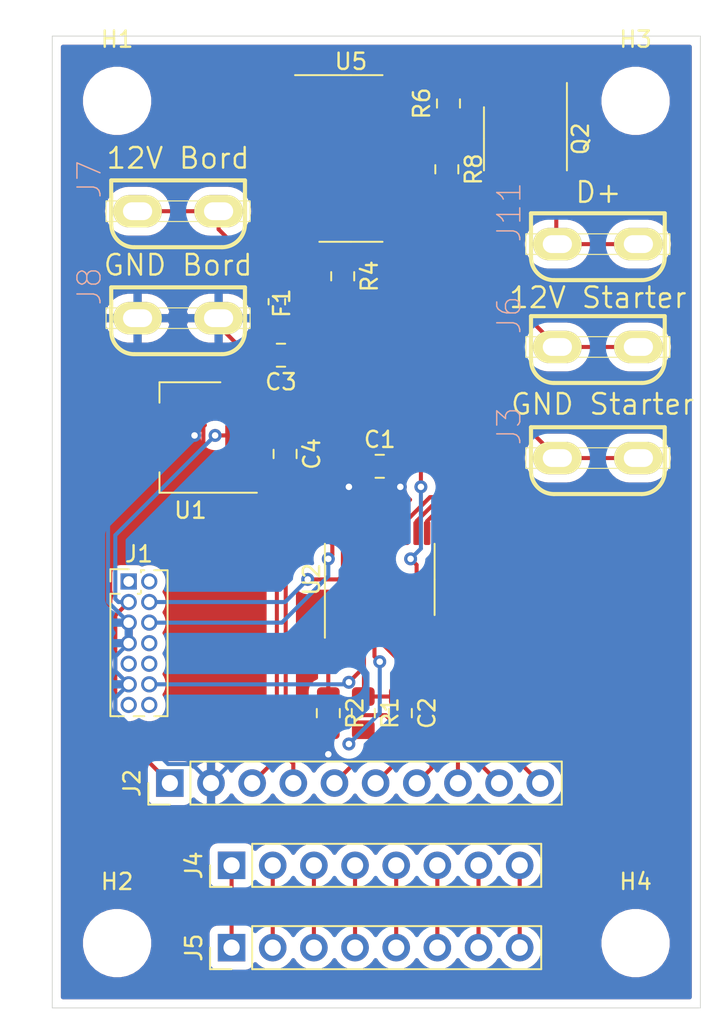
<source format=kicad_pcb>
(kicad_pcb (version 20171130) (host pcbnew "(5.1.6)-1")

  (general
    (thickness 1.6)
    (drawings 4)
    (tracks 200)
    (zones 0)
    (modules 27)
    (nets 32)
  )

  (page A4)
  (layers
    (0 F.Cu power)
    (31 B.Cu power)
    (32 B.Adhes user)
    (33 F.Adhes user)
    (34 B.Paste user)
    (35 F.Paste user)
    (36 B.SilkS user)
    (37 F.SilkS user)
    (38 B.Mask user)
    (39 F.Mask user)
    (40 Dwgs.User user)
    (41 Cmts.User user)
    (42 Eco1.User user)
    (43 Eco2.User user)
    (44 Edge.Cuts user)
    (45 Margin user)
    (46 B.CrtYd user)
    (47 F.CrtYd user)
    (48 B.Fab user)
    (49 F.Fab user)
  )

  (setup
    (last_trace_width 0.25)
    (trace_clearance 0.2)
    (zone_clearance 0.508)
    (zone_45_only yes)
    (trace_min 0.2)
    (via_size 0.8)
    (via_drill 0.4)
    (via_min_size 0.4)
    (via_min_drill 0.3)
    (uvia_size 0.3)
    (uvia_drill 0.1)
    (uvias_allowed no)
    (uvia_min_size 0.2)
    (uvia_min_drill 0.1)
    (edge_width 0.05)
    (segment_width 0.2)
    (pcb_text_width 0.3)
    (pcb_text_size 1.5 1.5)
    (mod_edge_width 0.12)
    (mod_text_size 1 1)
    (mod_text_width 0.15)
    (pad_size 3 2)
    (pad_drill 1.8)
    (pad_to_mask_clearance 0.05)
    (aux_axis_origin 0 0)
    (visible_elements 7FFFFFFF)
    (pcbplotparams
      (layerselection 0x010fc_ffffffff)
      (usegerberextensions false)
      (usegerberattributes true)
      (usegerberadvancedattributes true)
      (creategerberjobfile true)
      (excludeedgelayer true)
      (linewidth 0.100000)
      (plotframeref false)
      (viasonmask false)
      (mode 1)
      (useauxorigin false)
      (hpglpennumber 1)
      (hpglpenspeed 20)
      (hpglpendiameter 15.000000)
      (psnegative false)
      (psa4output false)
      (plotreference true)
      (plotvalue true)
      (plotinvisibletext false)
      (padsonsilk false)
      (subtractmaskfromsilk false)
      (outputformat 1)
      (mirror false)
      (drillshape 0)
      (scaleselection 1)
      (outputdirectory "gerber"))
  )

  (net 0 "")
  (net 1 GND)
  (net 2 +12V)
  (net 3 "Net-(Q2-Pad4)")
  (net 4 "Net-(R4-Pad1)")
  (net 5 "Net-(R6-Pad2)")
  (net 6 "Net-(F1-Pad2)")
  (net 7 +3V3)
  (net 8 /NRST)
  (net 9 /SWDCLK)
  (net 10 /SWDIO)
  (net 11 /SPI_MOSI)
  (net 12 /SPI_MISO)
  (net 13 /SPI_SCK)
  (net 14 /SPI_NSS)
  (net 15 /EN)
  (net 16 /INT)
  (net 17 /I2C_SDA)
  (net 18 /I2C_SCL)
  (net 19 GNDA)
  (net 20 "Net-(J4-Pad8)")
  (net 21 "Net-(J4-Pad7)")
  (net 22 "Net-(J4-Pad6)")
  (net 23 "Net-(J4-Pad5)")
  (net 24 "Net-(J4-Pad4)")
  (net 25 "Net-(J4-Pad3)")
  (net 26 "Net-(J4-Pad2)")
  (net 27 "Net-(J4-Pad1)")
  (net 28 +12VA)
  (net 29 /Dplus)
  (net 30 "Net-(R2-Pad1)")
  (net 31 /Dplus_out)

  (net_class Default "This is the default net class."
    (clearance 0.2)
    (trace_width 0.25)
    (via_dia 0.8)
    (via_drill 0.4)
    (uvia_dia 0.3)
    (uvia_drill 0.1)
    (add_net +12V)
    (add_net +12VA)
    (add_net +3V3)
    (add_net /Dplus)
    (add_net /Dplus_out)
    (add_net /EN)
    (add_net /I2C_SCL)
    (add_net /I2C_SDA)
    (add_net /INT)
    (add_net /NRST)
    (add_net /SPI_MISO)
    (add_net /SPI_MOSI)
    (add_net /SPI_NSS)
    (add_net /SPI_SCK)
    (add_net /SWDCLK)
    (add_net /SWDIO)
    (add_net GND)
    (add_net GNDA)
    (add_net "Net-(F1-Pad2)")
    (add_net "Net-(J4-Pad1)")
    (add_net "Net-(J4-Pad2)")
    (add_net "Net-(J4-Pad3)")
    (add_net "Net-(J4-Pad4)")
    (add_net "Net-(J4-Pad5)")
    (add_net "Net-(J4-Pad6)")
    (add_net "Net-(J4-Pad7)")
    (add_net "Net-(J4-Pad8)")
    (add_net "Net-(Q2-Pad4)")
    (add_net "Net-(R2-Pad1)")
    (add_net "Net-(R4-Pad1)")
    (add_net "Net-(R6-Pad2)")
  )

  (net_class Antenne ""
    (clearance 0)
    (trace_width 0.2)
    (via_dia 0.6)
    (via_drill 0.4)
    (uvia_dia 0.3)
    (uvia_drill 0.1)
  )

  (net_class Power ""
    (clearance 0.2)
    (trace_width 1.2)
    (via_dia 1)
    (via_drill 0.6)
    (uvia_dia 1)
    (uvia_drill 0.6)
  )

  (module Package_TO_SOT_SMD:SOT-223 (layer F.Cu) (tedit 5A02FF57) (tstamp 605C6B56)
    (at 17.526 33.782 180)
    (descr "module CMS SOT223 4 pins")
    (tags "CMS SOT")
    (path /605DC5E4)
    (attr smd)
    (fp_text reference U1 (at 0 -4.5 180) (layer F.SilkS)
      (effects (font (size 1 1) (thickness 0.15)))
    )
    (fp_text value LT1117-3.3 (at 0 4.5 180) (layer F.Fab)
      (effects (font (size 1 1) (thickness 0.15)))
    )
    (fp_text user %R (at 0 0 270) (layer F.Fab)
      (effects (font (size 0.8 0.8) (thickness 0.12)))
    )
    (fp_line (start -1.85 -2.3) (end -0.8 -3.35) (layer F.Fab) (width 0.1))
    (fp_line (start 1.91 3.41) (end 1.91 2.15) (layer F.SilkS) (width 0.12))
    (fp_line (start 1.91 -3.41) (end 1.91 -2.15) (layer F.SilkS) (width 0.12))
    (fp_line (start 4.4 -3.6) (end -4.4 -3.6) (layer F.CrtYd) (width 0.05))
    (fp_line (start 4.4 3.6) (end 4.4 -3.6) (layer F.CrtYd) (width 0.05))
    (fp_line (start -4.4 3.6) (end 4.4 3.6) (layer F.CrtYd) (width 0.05))
    (fp_line (start -4.4 -3.6) (end -4.4 3.6) (layer F.CrtYd) (width 0.05))
    (fp_line (start -1.85 -2.3) (end -1.85 3.35) (layer F.Fab) (width 0.1))
    (fp_line (start -1.85 3.41) (end 1.91 3.41) (layer F.SilkS) (width 0.12))
    (fp_line (start -0.8 -3.35) (end 1.85 -3.35) (layer F.Fab) (width 0.1))
    (fp_line (start -4.1 -3.41) (end 1.91 -3.41) (layer F.SilkS) (width 0.12))
    (fp_line (start -1.85 3.35) (end 1.85 3.35) (layer F.Fab) (width 0.1))
    (fp_line (start 1.85 -3.35) (end 1.85 3.35) (layer F.Fab) (width 0.1))
    (pad 1 smd rect (at -3.15 -2.3 180) (size 2 1.5) (layers F.Cu F.Paste F.Mask)
      (net 1 GND))
    (pad 3 smd rect (at -3.15 2.3 180) (size 2 1.5) (layers F.Cu F.Paste F.Mask)
      (net 2 +12V))
    (pad 2 smd rect (at -3.15 0 180) (size 2 1.5) (layers F.Cu F.Paste F.Mask)
      (net 7 +3V3))
    (pad 4 smd rect (at 3.15 0 180) (size 2 3.8) (layers F.Cu F.Paste F.Mask))
    (model ${KISYS3DMOD}/Package_TO_SOT_SMD.3dshapes/SOT-223.wrl
      (at (xyz 0 0 0))
      (scale (xyz 1 1 1))
      (rotate (xyz 0 0 0))
    )
  )

  (module Package_SO:TSSOP-20_4.4x6.5mm_P0.65mm (layer F.Cu) (tedit 5E476F32) (tstamp 605C5D30)
    (at 29.21 42.545 90)
    (descr "TSSOP, 20 Pin (JEDEC MO-153 Var AC https://www.jedec.org/document_search?search_api_views_fulltext=MO-153), generated with kicad-footprint-generator ipc_gullwing_generator.py")
    (tags "TSSOP SO")
    (path /605C6343)
    (attr smd)
    (fp_text reference U2 (at 0 -4.2 90) (layer F.SilkS)
      (effects (font (size 1 1) (thickness 0.15)))
    )
    (fp_text value STM32L031F4Px (at 0 4.2 90) (layer F.Fab)
      (effects (font (size 1 1) (thickness 0.15)))
    )
    (fp_text user %R (at 0 0 90) (layer F.Fab)
      (effects (font (size 1 1) (thickness 0.15)))
    )
    (fp_line (start 0 3.385) (end 2.2 3.385) (layer F.SilkS) (width 0.12))
    (fp_line (start 0 3.385) (end -2.2 3.385) (layer F.SilkS) (width 0.12))
    (fp_line (start 0 -3.385) (end 2.2 -3.385) (layer F.SilkS) (width 0.12))
    (fp_line (start 0 -3.385) (end -3.6 -3.385) (layer F.SilkS) (width 0.12))
    (fp_line (start -1.2 -3.25) (end 2.2 -3.25) (layer F.Fab) (width 0.1))
    (fp_line (start 2.2 -3.25) (end 2.2 3.25) (layer F.Fab) (width 0.1))
    (fp_line (start 2.2 3.25) (end -2.2 3.25) (layer F.Fab) (width 0.1))
    (fp_line (start -2.2 3.25) (end -2.2 -2.25) (layer F.Fab) (width 0.1))
    (fp_line (start -2.2 -2.25) (end -1.2 -3.25) (layer F.Fab) (width 0.1))
    (fp_line (start -3.85 -3.5) (end -3.85 3.5) (layer F.CrtYd) (width 0.05))
    (fp_line (start -3.85 3.5) (end 3.85 3.5) (layer F.CrtYd) (width 0.05))
    (fp_line (start 3.85 3.5) (end 3.85 -3.5) (layer F.CrtYd) (width 0.05))
    (fp_line (start 3.85 -3.5) (end -3.85 -3.5) (layer F.CrtYd) (width 0.05))
    (pad 20 smd roundrect (at 2.8625 -2.925 90) (size 1.475 0.4) (layers F.Cu F.Paste F.Mask) (roundrect_rratio 0.25)
      (net 9 /SWDCLK))
    (pad 19 smd roundrect (at 2.8625 -2.275 90) (size 1.475 0.4) (layers F.Cu F.Paste F.Mask) (roundrect_rratio 0.25)
      (net 10 /SWDIO))
    (pad 18 smd roundrect (at 2.8625 -1.625 90) (size 1.475 0.4) (layers F.Cu F.Paste F.Mask) (roundrect_rratio 0.25)
      (net 17 /I2C_SDA))
    (pad 17 smd roundrect (at 2.8625 -0.975 90) (size 1.475 0.4) (layers F.Cu F.Paste F.Mask) (roundrect_rratio 0.25)
      (net 18 /I2C_SCL))
    (pad 16 smd roundrect (at 2.8625 -0.325 90) (size 1.475 0.4) (layers F.Cu F.Paste F.Mask) (roundrect_rratio 0.25)
      (net 7 +3V3))
    (pad 15 smd roundrect (at 2.8625 0.325 90) (size 1.475 0.4) (layers F.Cu F.Paste F.Mask) (roundrect_rratio 0.25)
      (net 1 GND))
    (pad 14 smd roundrect (at 2.8625 0.975 90) (size 1.475 0.4) (layers F.Cu F.Paste F.Mask) (roundrect_rratio 0.25))
    (pad 13 smd roundrect (at 2.8625 1.625 90) (size 1.475 0.4) (layers F.Cu F.Paste F.Mask) (roundrect_rratio 0.25)
      (net 11 /SPI_MOSI))
    (pad 12 smd roundrect (at 2.8625 2.275 90) (size 1.475 0.4) (layers F.Cu F.Paste F.Mask) (roundrect_rratio 0.25)
      (net 12 /SPI_MISO))
    (pad 11 smd roundrect (at 2.8625 2.925 90) (size 1.475 0.4) (layers F.Cu F.Paste F.Mask) (roundrect_rratio 0.25)
      (net 13 /SPI_SCK))
    (pad 10 smd roundrect (at -2.8625 2.925 90) (size 1.475 0.4) (layers F.Cu F.Paste F.Mask) (roundrect_rratio 0.25)
      (net 14 /SPI_NSS))
    (pad 9 smd roundrect (at -2.8625 2.275 90) (size 1.475 0.4) (layers F.Cu F.Paste F.Mask) (roundrect_rratio 0.25)
      (net 31 /Dplus_out))
    (pad 8 smd roundrect (at -2.8625 1.625 90) (size 1.475 0.4) (layers F.Cu F.Paste F.Mask) (roundrect_rratio 0.25))
    (pad 7 smd roundrect (at -2.8625 0.975 90) (size 1.475 0.4) (layers F.Cu F.Paste F.Mask) (roundrect_rratio 0.25)
      (net 15 /EN))
    (pad 6 smd roundrect (at -2.8625 0.325 90) (size 1.475 0.4) (layers F.Cu F.Paste F.Mask) (roundrect_rratio 0.25)
      (net 16 /INT))
    (pad 5 smd roundrect (at -2.8625 -0.325 90) (size 1.475 0.4) (layers F.Cu F.Paste F.Mask) (roundrect_rratio 0.25)
      (net 7 +3V3))
    (pad 4 smd roundrect (at -2.8625 -0.975 90) (size 1.475 0.4) (layers F.Cu F.Paste F.Mask) (roundrect_rratio 0.25)
      (net 8 /NRST))
    (pad 3 smd roundrect (at -2.8625 -1.625 90) (size 1.475 0.4) (layers F.Cu F.Paste F.Mask) (roundrect_rratio 0.25))
    (pad 2 smd roundrect (at -2.8625 -2.275 90) (size 1.475 0.4) (layers F.Cu F.Paste F.Mask) (roundrect_rratio 0.25))
    (pad 1 smd roundrect (at -2.8625 -2.925 90) (size 1.475 0.4) (layers F.Cu F.Paste F.Mask) (roundrect_rratio 0.25)
      (net 30 "Net-(R2-Pad1)"))
    (model ${KISYS3DMOD}/Package_SO.3dshapes/TSSOP-20_4.4x6.5mm_P0.65mm.wrl
      (at (xyz 0 0 0))
      (scale (xyz 1 1 1))
      (rotate (xyz 0 0 0))
    )
  )

  (module Resistor_SMD:R_0805_2012Metric_Pad1.15x1.40mm_HandSolder (layer F.Cu) (tedit 5B36C52B) (tstamp 605C5CAA)
    (at 26.035 50.8 270)
    (descr "Resistor SMD 0805 (2012 Metric), square (rectangular) end terminal, IPC_7351 nominal with elongated pad for handsoldering. (Body size source: https://docs.google.com/spreadsheets/d/1BsfQQcO9C6DZCsRaXUlFlo91Tg2WpOkGARC1WS5S8t0/edit?usp=sharing), generated with kicad-footprint-generator")
    (tags "resistor handsolder")
    (path /605CFFC6)
    (attr smd)
    (fp_text reference R2 (at 0 -1.65 270) (layer F.SilkS)
      (effects (font (size 1 1) (thickness 0.15)))
    )
    (fp_text value R (at 0 1.65 270) (layer F.Fab)
      (effects (font (size 1 1) (thickness 0.15)))
    )
    (fp_text user %R (at 0 0 270) (layer F.Fab)
      (effects (font (size 0.5 0.5) (thickness 0.08)))
    )
    (fp_line (start -1 0.6) (end -1 -0.6) (layer F.Fab) (width 0.1))
    (fp_line (start -1 -0.6) (end 1 -0.6) (layer F.Fab) (width 0.1))
    (fp_line (start 1 -0.6) (end 1 0.6) (layer F.Fab) (width 0.1))
    (fp_line (start 1 0.6) (end -1 0.6) (layer F.Fab) (width 0.1))
    (fp_line (start -0.261252 -0.71) (end 0.261252 -0.71) (layer F.SilkS) (width 0.12))
    (fp_line (start -0.261252 0.71) (end 0.261252 0.71) (layer F.SilkS) (width 0.12))
    (fp_line (start -1.85 0.95) (end -1.85 -0.95) (layer F.CrtYd) (width 0.05))
    (fp_line (start -1.85 -0.95) (end 1.85 -0.95) (layer F.CrtYd) (width 0.05))
    (fp_line (start 1.85 -0.95) (end 1.85 0.95) (layer F.CrtYd) (width 0.05))
    (fp_line (start 1.85 0.95) (end -1.85 0.95) (layer F.CrtYd) (width 0.05))
    (pad 2 smd roundrect (at 1.025 0 270) (size 1.15 1.4) (layers F.Cu F.Paste F.Mask) (roundrect_rratio 0.217391)
      (net 1 GND))
    (pad 1 smd roundrect (at -1.025 0 270) (size 1.15 1.4) (layers F.Cu F.Paste F.Mask) (roundrect_rratio 0.217391)
      (net 30 "Net-(R2-Pad1)"))
    (model ${KISYS3DMOD}/Resistor_SMD.3dshapes/R_0805_2012Metric.wrl
      (at (xyz 0 0 0))
      (scale (xyz 1 1 1))
      (rotate (xyz 0 0 0))
    )
  )

  (module Resistor_SMD:R_0805_2012Metric_Pad1.15x1.40mm_HandSolder (layer F.Cu) (tedit 5B36C52B) (tstamp 605C5C99)
    (at 28.194 50.8 270)
    (descr "Resistor SMD 0805 (2012 Metric), square (rectangular) end terminal, IPC_7351 nominal with elongated pad for handsoldering. (Body size source: https://docs.google.com/spreadsheets/d/1BsfQQcO9C6DZCsRaXUlFlo91Tg2WpOkGARC1WS5S8t0/edit?usp=sharing), generated with kicad-footprint-generator")
    (tags "resistor handsolder")
    (path /605D0E94)
    (attr smd)
    (fp_text reference R1 (at 0 -1.65 270) (layer F.SilkS)
      (effects (font (size 1 1) (thickness 0.15)))
    )
    (fp_text value R (at 0 1.65 270) (layer F.Fab)
      (effects (font (size 1 1) (thickness 0.15)))
    )
    (fp_text user %R (at 0 0 270) (layer F.Fab)
      (effects (font (size 0.5 0.5) (thickness 0.08)))
    )
    (fp_line (start -1 0.6) (end -1 -0.6) (layer F.Fab) (width 0.1))
    (fp_line (start -1 -0.6) (end 1 -0.6) (layer F.Fab) (width 0.1))
    (fp_line (start 1 -0.6) (end 1 0.6) (layer F.Fab) (width 0.1))
    (fp_line (start 1 0.6) (end -1 0.6) (layer F.Fab) (width 0.1))
    (fp_line (start -0.261252 -0.71) (end 0.261252 -0.71) (layer F.SilkS) (width 0.12))
    (fp_line (start -0.261252 0.71) (end 0.261252 0.71) (layer F.SilkS) (width 0.12))
    (fp_line (start -1.85 0.95) (end -1.85 -0.95) (layer F.CrtYd) (width 0.05))
    (fp_line (start -1.85 -0.95) (end 1.85 -0.95) (layer F.CrtYd) (width 0.05))
    (fp_line (start 1.85 -0.95) (end 1.85 0.95) (layer F.CrtYd) (width 0.05))
    (fp_line (start 1.85 0.95) (end -1.85 0.95) (layer F.CrtYd) (width 0.05))
    (pad 2 smd roundrect (at 1.025 0 270) (size 1.15 1.4) (layers F.Cu F.Paste F.Mask) (roundrect_rratio 0.217391)
      (net 7 +3V3))
    (pad 1 smd roundrect (at -1.025 0 270) (size 1.15 1.4) (layers F.Cu F.Paste F.Mask) (roundrect_rratio 0.217391)
      (net 8 /NRST))
    (model ${KISYS3DMOD}/Resistor_SMD.3dshapes/R_0805_2012Metric.wrl
      (at (xyz 0 0 0))
      (scale (xyz 1 1 1))
      (rotate (xyz 0 0 0))
    )
  )

  (module MyComponents:FASTON-6_3mm (layer F.Cu) (tedit 605C47C7) (tstamp 605C5BF9)
    (at 42.672 28.194)
    (descr "FASTON PCB 0.20\" MOUNTING")
    (tags "FASTON PCB 0.20\" MOUNTING")
    (path /605C8CED)
    (attr virtual)
    (fp_text reference J6 (at -5.4737 -1.9685 90) (layer B.SilkS)
      (effects (font (size 1.4224 1.4224) (thickness 0.0889)))
    )
    (fp_text value "12V Starter" (at 0 -3.048) (layer F.SilkS)
      (effects (font (size 1.27 1.27) (thickness 0.15)))
    )
    (fp_arc (start -2.7051 0.8001) (end -2.7051 2.2225) (angle 90) (layer F.SilkS) (width 0.254))
    (fp_arc (start 2.7051 0.8001) (end 4.1275 0.8001) (angle 90) (layer F.SilkS) (width 0.254))
    (fp_line (start -3.4925 0.635) (end -1.5875 0.635) (layer F.SilkS) (width 0.06604))
    (fp_line (start -1.5875 0.635) (end -1.5875 -0.635) (layer F.SilkS) (width 0.06604))
    (fp_line (start -3.4925 -0.635) (end -1.5875 -0.635) (layer F.SilkS) (width 0.06604))
    (fp_line (start -3.4925 0.635) (end -3.4925 -0.635) (layer F.SilkS) (width 0.06604))
    (fp_line (start 1.5875 0.635) (end 3.4925 0.635) (layer F.SilkS) (width 0.06604))
    (fp_line (start 3.4925 0.635) (end 3.4925 -0.635) (layer F.SilkS) (width 0.06604))
    (fp_line (start 1.5875 -0.635) (end 3.4925 -0.635) (layer F.SilkS) (width 0.06604))
    (fp_line (start 1.5875 0.635) (end 1.5875 -0.635) (layer F.SilkS) (width 0.06604))
    (fp_line (start -4.445 0.635) (end -3.4925 0.635) (layer F.SilkS) (width 0.06604))
    (fp_line (start -3.4925 0.635) (end -3.4925 -0.635) (layer F.SilkS) (width 0.06604))
    (fp_line (start -4.445 -0.635) (end -3.4925 -0.635) (layer F.SilkS) (width 0.06604))
    (fp_line (start -4.445 0.635) (end -4.445 -0.635) (layer F.SilkS) (width 0.06604))
    (fp_line (start 3.4925 0.635) (end 4.445 0.635) (layer F.SilkS) (width 0.06604))
    (fp_line (start 4.445 0.635) (end 4.445 -0.635) (layer F.SilkS) (width 0.06604))
    (fp_line (start 3.4925 -0.635) (end 4.445 -0.635) (layer F.SilkS) (width 0.06604))
    (fp_line (start 3.4925 0.635) (end 3.4925 -0.635) (layer F.SilkS) (width 0.06604))
    (fp_line (start -1.5875 0.635) (end 1.5875 0.635) (layer F.SilkS) (width 0.06604))
    (fp_line (start 1.5875 0.635) (end 1.5875 -0.635) (layer F.SilkS) (width 0.06604))
    (fp_line (start -1.5875 -0.635) (end 1.5875 -0.635) (layer F.SilkS) (width 0.06604))
    (fp_line (start -1.5875 0.635) (end -1.5875 -0.635) (layer F.SilkS) (width 0.06604))
    (fp_line (start -4.1275 -1.905) (end 4.1275 -1.905) (layer F.SilkS) (width 0.254))
    (fp_line (start 4.1275 -1.905) (end 4.1275 0.8001) (layer F.SilkS) (width 0.254))
    (fp_line (start 2.7051 2.2225) (end -2.7051 2.2225) (layer F.SilkS) (width 0.254))
    (fp_line (start -4.1275 0.8001) (end -4.1275 -1.905) (layer F.SilkS) (width 0.254))
    (pad 1 thru_hole oval (at 2.5 0) (size 3 2) (drill oval 1.8 1.1) (layers *.Cu *.Paste *.Mask F.SilkS)
      (net 28 +12VA))
    (pad 1 thru_hole oval (at -2.5 0) (size 3 2) (drill oval 1.8 1.1) (layers *.Cu *.Paste *.Mask F.SilkS)
      (net 28 +12VA))
  )

  (module Connector_PinHeader_2.54mm:PinHeader_1x08_P2.54mm_Vertical (layer F.Cu) (tedit 59FED5CC) (tstamp 605C5BD9)
    (at 20.066 65.278 90)
    (descr "Through hole straight pin header, 1x08, 2.54mm pitch, single row")
    (tags "Through hole pin header THT 1x08 2.54mm single row")
    (path /605E63C1)
    (fp_text reference J5 (at 0 -2.33 90) (layer F.SilkS)
      (effects (font (size 1 1) (thickness 0.15)))
    )
    (fp_text value Conn_01x08 (at 0 20.11 90) (layer F.Fab)
      (effects (font (size 1 1) (thickness 0.15)))
    )
    (fp_text user %R (at 0 8.89 180) (layer F.Fab)
      (effects (font (size 1 1) (thickness 0.15)))
    )
    (fp_line (start -0.635 -1.27) (end 1.27 -1.27) (layer F.Fab) (width 0.1))
    (fp_line (start 1.27 -1.27) (end 1.27 19.05) (layer F.Fab) (width 0.1))
    (fp_line (start 1.27 19.05) (end -1.27 19.05) (layer F.Fab) (width 0.1))
    (fp_line (start -1.27 19.05) (end -1.27 -0.635) (layer F.Fab) (width 0.1))
    (fp_line (start -1.27 -0.635) (end -0.635 -1.27) (layer F.Fab) (width 0.1))
    (fp_line (start -1.33 19.11) (end 1.33 19.11) (layer F.SilkS) (width 0.12))
    (fp_line (start -1.33 1.27) (end -1.33 19.11) (layer F.SilkS) (width 0.12))
    (fp_line (start 1.33 1.27) (end 1.33 19.11) (layer F.SilkS) (width 0.12))
    (fp_line (start -1.33 1.27) (end 1.33 1.27) (layer F.SilkS) (width 0.12))
    (fp_line (start -1.33 0) (end -1.33 -1.33) (layer F.SilkS) (width 0.12))
    (fp_line (start -1.33 -1.33) (end 0 -1.33) (layer F.SilkS) (width 0.12))
    (fp_line (start -1.8 -1.8) (end -1.8 19.55) (layer F.CrtYd) (width 0.05))
    (fp_line (start -1.8 19.55) (end 1.8 19.55) (layer F.CrtYd) (width 0.05))
    (fp_line (start 1.8 19.55) (end 1.8 -1.8) (layer F.CrtYd) (width 0.05))
    (fp_line (start 1.8 -1.8) (end -1.8 -1.8) (layer F.CrtYd) (width 0.05))
    (pad 8 thru_hole oval (at 0 17.78 90) (size 1.7 1.7) (drill 1) (layers *.Cu *.Mask)
      (net 20 "Net-(J4-Pad8)"))
    (pad 7 thru_hole oval (at 0 15.24 90) (size 1.7 1.7) (drill 1) (layers *.Cu *.Mask)
      (net 21 "Net-(J4-Pad7)"))
    (pad 6 thru_hole oval (at 0 12.7 90) (size 1.7 1.7) (drill 1) (layers *.Cu *.Mask)
      (net 22 "Net-(J4-Pad6)"))
    (pad 5 thru_hole oval (at 0 10.16 90) (size 1.7 1.7) (drill 1) (layers *.Cu *.Mask)
      (net 23 "Net-(J4-Pad5)"))
    (pad 4 thru_hole oval (at 0 7.62 90) (size 1.7 1.7) (drill 1) (layers *.Cu *.Mask)
      (net 24 "Net-(J4-Pad4)"))
    (pad 3 thru_hole oval (at 0 5.08 90) (size 1.7 1.7) (drill 1) (layers *.Cu *.Mask)
      (net 25 "Net-(J4-Pad3)"))
    (pad 2 thru_hole oval (at 0 2.54 90) (size 1.7 1.7) (drill 1) (layers *.Cu *.Mask)
      (net 26 "Net-(J4-Pad2)"))
    (pad 1 thru_hole rect (at 0 0 90) (size 1.7 1.7) (drill 1) (layers *.Cu *.Mask)
      (net 27 "Net-(J4-Pad1)"))
    (model ${KISYS3DMOD}/Connector_PinHeader_2.54mm.3dshapes/PinHeader_1x08_P2.54mm_Vertical.wrl
      (at (xyz 0 0 0))
      (scale (xyz 1 1 1))
      (rotate (xyz 0 0 0))
    )
  )

  (module Connector_PinHeader_2.54mm:PinHeader_1x08_P2.54mm_Vertical (layer F.Cu) (tedit 59FED5CC) (tstamp 605C5BBD)
    (at 20.066 60.198 90)
    (descr "Through hole straight pin header, 1x08, 2.54mm pitch, single row")
    (tags "Through hole pin header THT 1x08 2.54mm single row")
    (path /605E7D69)
    (fp_text reference J4 (at 0 -2.33 90) (layer F.SilkS)
      (effects (font (size 1 1) (thickness 0.15)))
    )
    (fp_text value Conn_01x08 (at 0 20.11 90) (layer F.Fab)
      (effects (font (size 1 1) (thickness 0.15)))
    )
    (fp_text user %R (at 0 8.89 180) (layer F.Fab)
      (effects (font (size 1 1) (thickness 0.15)))
    )
    (fp_line (start -0.635 -1.27) (end 1.27 -1.27) (layer F.Fab) (width 0.1))
    (fp_line (start 1.27 -1.27) (end 1.27 19.05) (layer F.Fab) (width 0.1))
    (fp_line (start 1.27 19.05) (end -1.27 19.05) (layer F.Fab) (width 0.1))
    (fp_line (start -1.27 19.05) (end -1.27 -0.635) (layer F.Fab) (width 0.1))
    (fp_line (start -1.27 -0.635) (end -0.635 -1.27) (layer F.Fab) (width 0.1))
    (fp_line (start -1.33 19.11) (end 1.33 19.11) (layer F.SilkS) (width 0.12))
    (fp_line (start -1.33 1.27) (end -1.33 19.11) (layer F.SilkS) (width 0.12))
    (fp_line (start 1.33 1.27) (end 1.33 19.11) (layer F.SilkS) (width 0.12))
    (fp_line (start -1.33 1.27) (end 1.33 1.27) (layer F.SilkS) (width 0.12))
    (fp_line (start -1.33 0) (end -1.33 -1.33) (layer F.SilkS) (width 0.12))
    (fp_line (start -1.33 -1.33) (end 0 -1.33) (layer F.SilkS) (width 0.12))
    (fp_line (start -1.8 -1.8) (end -1.8 19.55) (layer F.CrtYd) (width 0.05))
    (fp_line (start -1.8 19.55) (end 1.8 19.55) (layer F.CrtYd) (width 0.05))
    (fp_line (start 1.8 19.55) (end 1.8 -1.8) (layer F.CrtYd) (width 0.05))
    (fp_line (start 1.8 -1.8) (end -1.8 -1.8) (layer F.CrtYd) (width 0.05))
    (pad 8 thru_hole oval (at 0 17.78 90) (size 1.7 1.7) (drill 1) (layers *.Cu *.Mask)
      (net 20 "Net-(J4-Pad8)"))
    (pad 7 thru_hole oval (at 0 15.24 90) (size 1.7 1.7) (drill 1) (layers *.Cu *.Mask)
      (net 21 "Net-(J4-Pad7)"))
    (pad 6 thru_hole oval (at 0 12.7 90) (size 1.7 1.7) (drill 1) (layers *.Cu *.Mask)
      (net 22 "Net-(J4-Pad6)"))
    (pad 5 thru_hole oval (at 0 10.16 90) (size 1.7 1.7) (drill 1) (layers *.Cu *.Mask)
      (net 23 "Net-(J4-Pad5)"))
    (pad 4 thru_hole oval (at 0 7.62 90) (size 1.7 1.7) (drill 1) (layers *.Cu *.Mask)
      (net 24 "Net-(J4-Pad4)"))
    (pad 3 thru_hole oval (at 0 5.08 90) (size 1.7 1.7) (drill 1) (layers *.Cu *.Mask)
      (net 25 "Net-(J4-Pad3)"))
    (pad 2 thru_hole oval (at 0 2.54 90) (size 1.7 1.7) (drill 1) (layers *.Cu *.Mask)
      (net 26 "Net-(J4-Pad2)"))
    (pad 1 thru_hole rect (at 0 0 90) (size 1.7 1.7) (drill 1) (layers *.Cu *.Mask)
      (net 27 "Net-(J4-Pad1)"))
    (model ${KISYS3DMOD}/Connector_PinHeader_2.54mm.3dshapes/PinHeader_1x08_P2.54mm_Vertical.wrl
      (at (xyz 0 0 0))
      (scale (xyz 1 1 1))
      (rotate (xyz 0 0 0))
    )
  )

  (module Connector_PinHeader_2.54mm:PinHeader_1x10_P2.54mm_Vertical (layer F.Cu) (tedit 59FED5CC) (tstamp 605C5B82)
    (at 16.256 55.118 90)
    (descr "Through hole straight pin header, 1x10, 2.54mm pitch, single row")
    (tags "Through hole pin header THT 1x10 2.54mm single row")
    (path /605E8CB1)
    (fp_text reference J2 (at 0 -2.33 90) (layer F.SilkS)
      (effects (font (size 1 1) (thickness 0.15)))
    )
    (fp_text value Conn_01x10 (at 0 25.19 90) (layer F.Fab)
      (effects (font (size 1 1) (thickness 0.15)))
    )
    (fp_text user %R (at 0 11.43 180) (layer F.Fab)
      (effects (font (size 1 1) (thickness 0.15)))
    )
    (fp_line (start -0.635 -1.27) (end 1.27 -1.27) (layer F.Fab) (width 0.1))
    (fp_line (start 1.27 -1.27) (end 1.27 24.13) (layer F.Fab) (width 0.1))
    (fp_line (start 1.27 24.13) (end -1.27 24.13) (layer F.Fab) (width 0.1))
    (fp_line (start -1.27 24.13) (end -1.27 -0.635) (layer F.Fab) (width 0.1))
    (fp_line (start -1.27 -0.635) (end -0.635 -1.27) (layer F.Fab) (width 0.1))
    (fp_line (start -1.33 24.19) (end 1.33 24.19) (layer F.SilkS) (width 0.12))
    (fp_line (start -1.33 1.27) (end -1.33 24.19) (layer F.SilkS) (width 0.12))
    (fp_line (start 1.33 1.27) (end 1.33 24.19) (layer F.SilkS) (width 0.12))
    (fp_line (start -1.33 1.27) (end 1.33 1.27) (layer F.SilkS) (width 0.12))
    (fp_line (start -1.33 0) (end -1.33 -1.33) (layer F.SilkS) (width 0.12))
    (fp_line (start -1.33 -1.33) (end 0 -1.33) (layer F.SilkS) (width 0.12))
    (fp_line (start -1.8 -1.8) (end -1.8 24.65) (layer F.CrtYd) (width 0.05))
    (fp_line (start -1.8 24.65) (end 1.8 24.65) (layer F.CrtYd) (width 0.05))
    (fp_line (start 1.8 24.65) (end 1.8 -1.8) (layer F.CrtYd) (width 0.05))
    (fp_line (start 1.8 -1.8) (end -1.8 -1.8) (layer F.CrtYd) (width 0.05))
    (pad 10 thru_hole oval (at 0 22.86 90) (size 1.7 1.7) (drill 1) (layers *.Cu *.Mask)
      (net 11 /SPI_MOSI))
    (pad 9 thru_hole oval (at 0 20.32 90) (size 1.7 1.7) (drill 1) (layers *.Cu *.Mask)
      (net 12 /SPI_MISO))
    (pad 8 thru_hole oval (at 0 17.78 90) (size 1.7 1.7) (drill 1) (layers *.Cu *.Mask)
      (net 13 /SPI_SCK))
    (pad 7 thru_hole oval (at 0 15.24 90) (size 1.7 1.7) (drill 1) (layers *.Cu *.Mask)
      (net 14 /SPI_NSS))
    (pad 6 thru_hole oval (at 0 12.7 90) (size 1.7 1.7) (drill 1) (layers *.Cu *.Mask)
      (net 15 /EN))
    (pad 5 thru_hole oval (at 0 10.16 90) (size 1.7 1.7) (drill 1) (layers *.Cu *.Mask)
      (net 16 /INT))
    (pad 4 thru_hole oval (at 0 7.62 90) (size 1.7 1.7) (drill 1) (layers *.Cu *.Mask)
      (net 17 /I2C_SDA))
    (pad 3 thru_hole oval (at 0 5.08 90) (size 1.7 1.7) (drill 1) (layers *.Cu *.Mask)
      (net 18 /I2C_SCL))
    (pad 2 thru_hole oval (at 0 2.54 90) (size 1.7 1.7) (drill 1) (layers *.Cu *.Mask)
      (net 1 GND))
    (pad 1 thru_hole rect (at 0 0 90) (size 1.7 1.7) (drill 1) (layers *.Cu *.Mask)
      (net 7 +3V3))
    (model ${KISYS3DMOD}/Connector_PinHeader_2.54mm.3dshapes/PinHeader_1x10_P2.54mm_Vertical.wrl
      (at (xyz 0 0 0))
      (scale (xyz 1 1 1))
      (rotate (xyz 0 0 0))
    )
  )

  (module Connector_PinHeader_1.27mm:PinHeader_2x07_P1.27mm_Vertical (layer F.Cu) (tedit 59FED6E3) (tstamp 605C5B64)
    (at 13.716 42.672)
    (descr "Through hole straight pin header, 2x07, 1.27mm pitch, double rows")
    (tags "Through hole pin header THT 2x07 1.27mm double row")
    (path /605D6973)
    (fp_text reference J1 (at 0.635 -1.695) (layer F.SilkS)
      (effects (font (size 1 1) (thickness 0.15)))
    )
    (fp_text value Conn_02x07_Odd_Even (at 0.635 9.315) (layer F.Fab)
      (effects (font (size 1 1) (thickness 0.15)))
    )
    (fp_text user %R (at 0.635 3.81 90) (layer F.Fab)
      (effects (font (size 1 1) (thickness 0.15)))
    )
    (fp_line (start -0.2175 -0.635) (end 2.34 -0.635) (layer F.Fab) (width 0.1))
    (fp_line (start 2.34 -0.635) (end 2.34 8.255) (layer F.Fab) (width 0.1))
    (fp_line (start 2.34 8.255) (end -1.07 8.255) (layer F.Fab) (width 0.1))
    (fp_line (start -1.07 8.255) (end -1.07 0.2175) (layer F.Fab) (width 0.1))
    (fp_line (start -1.07 0.2175) (end -0.2175 -0.635) (layer F.Fab) (width 0.1))
    (fp_line (start -1.13 8.315) (end -0.30753 8.315) (layer F.SilkS) (width 0.12))
    (fp_line (start 1.57753 8.315) (end 2.4 8.315) (layer F.SilkS) (width 0.12))
    (fp_line (start 0.30753 8.315) (end 0.96247 8.315) (layer F.SilkS) (width 0.12))
    (fp_line (start -1.13 0.76) (end -1.13 8.315) (layer F.SilkS) (width 0.12))
    (fp_line (start 2.4 -0.695) (end 2.4 8.315) (layer F.SilkS) (width 0.12))
    (fp_line (start -1.13 0.76) (end -0.563471 0.76) (layer F.SilkS) (width 0.12))
    (fp_line (start 0.563471 0.76) (end 0.706529 0.76) (layer F.SilkS) (width 0.12))
    (fp_line (start 0.76 0.706529) (end 0.76 0.563471) (layer F.SilkS) (width 0.12))
    (fp_line (start 0.76 -0.563471) (end 0.76 -0.695) (layer F.SilkS) (width 0.12))
    (fp_line (start 0.76 -0.695) (end 0.96247 -0.695) (layer F.SilkS) (width 0.12))
    (fp_line (start 1.57753 -0.695) (end 2.4 -0.695) (layer F.SilkS) (width 0.12))
    (fp_line (start -1.13 0) (end -1.13 -0.76) (layer F.SilkS) (width 0.12))
    (fp_line (start -1.13 -0.76) (end 0 -0.76) (layer F.SilkS) (width 0.12))
    (fp_line (start -1.6 -1.15) (end -1.6 8.8) (layer F.CrtYd) (width 0.05))
    (fp_line (start -1.6 8.8) (end 2.85 8.8) (layer F.CrtYd) (width 0.05))
    (fp_line (start 2.85 8.8) (end 2.85 -1.15) (layer F.CrtYd) (width 0.05))
    (fp_line (start 2.85 -1.15) (end -1.6 -1.15) (layer F.CrtYd) (width 0.05))
    (pad 14 thru_hole oval (at 1.27 7.62) (size 1 1) (drill 0.65) (layers *.Cu *.Mask))
    (pad 13 thru_hole oval (at 0 7.62) (size 1 1) (drill 0.65) (layers *.Cu *.Mask))
    (pad 12 thru_hole oval (at 1.27 6.35) (size 1 1) (drill 0.65) (layers *.Cu *.Mask)
      (net 8 /NRST))
    (pad 11 thru_hole oval (at 0 6.35) (size 1 1) (drill 0.65) (layers *.Cu *.Mask)
      (net 1 GND))
    (pad 10 thru_hole oval (at 1.27 5.08) (size 1 1) (drill 0.65) (layers *.Cu *.Mask))
    (pad 9 thru_hole oval (at 0 5.08) (size 1 1) (drill 0.65) (layers *.Cu *.Mask))
    (pad 8 thru_hole oval (at 1.27 3.81) (size 1 1) (drill 0.65) (layers *.Cu *.Mask))
    (pad 7 thru_hole oval (at 0 3.81) (size 1 1) (drill 0.65) (layers *.Cu *.Mask)
      (net 1 GND))
    (pad 6 thru_hole oval (at 1.27 2.54) (size 1 1) (drill 0.65) (layers *.Cu *.Mask)
      (net 9 /SWDCLK))
    (pad 5 thru_hole oval (at 0 2.54) (size 1 1) (drill 0.65) (layers *.Cu *.Mask)
      (net 1 GND))
    (pad 4 thru_hole oval (at 1.27 1.27) (size 1 1) (drill 0.65) (layers *.Cu *.Mask)
      (net 10 /SWDIO))
    (pad 3 thru_hole oval (at 0 1.27) (size 1 1) (drill 0.65) (layers *.Cu *.Mask)
      (net 7 +3V3))
    (pad 2 thru_hole oval (at 1.27 0) (size 1 1) (drill 0.65) (layers *.Cu *.Mask))
    (pad 1 thru_hole rect (at 0 0) (size 1 1) (drill 0.65) (layers *.Cu *.Mask))
    (model ${KISYS3DMOD}/Connector_PinHeader_1.27mm.3dshapes/PinHeader_2x07_P1.27mm_Vertical.wrl
      (at (xyz 0 0 0))
      (scale (xyz 1 1 1))
      (rotate (xyz 0 0 0))
    )
  )

  (module Capacitor_SMD:C_0805_2012Metric_Pad1.15x1.40mm_HandSolder (layer F.Cu) (tedit 5B36C52B) (tstamp 605C5AE3)
    (at 23.368 34.798 270)
    (descr "Capacitor SMD 0805 (2012 Metric), square (rectangular) end terminal, IPC_7351 nominal with elongated pad for handsoldering. (Body size source: https://docs.google.com/spreadsheets/d/1BsfQQcO9C6DZCsRaXUlFlo91Tg2WpOkGARC1WS5S8t0/edit?usp=sharing), generated with kicad-footprint-generator")
    (tags "capacitor handsolder")
    (path /605DE65B)
    (attr smd)
    (fp_text reference C4 (at 0 -1.65 270) (layer F.SilkS)
      (effects (font (size 1 1) (thickness 0.15)))
    )
    (fp_text value C (at 0 1.65 270) (layer F.Fab)
      (effects (font (size 1 1) (thickness 0.15)))
    )
    (fp_text user %R (at 0 0 270) (layer F.Fab)
      (effects (font (size 0.5 0.5) (thickness 0.08)))
    )
    (fp_line (start -1 0.6) (end -1 -0.6) (layer F.Fab) (width 0.1))
    (fp_line (start -1 -0.6) (end 1 -0.6) (layer F.Fab) (width 0.1))
    (fp_line (start 1 -0.6) (end 1 0.6) (layer F.Fab) (width 0.1))
    (fp_line (start 1 0.6) (end -1 0.6) (layer F.Fab) (width 0.1))
    (fp_line (start -0.261252 -0.71) (end 0.261252 -0.71) (layer F.SilkS) (width 0.12))
    (fp_line (start -0.261252 0.71) (end 0.261252 0.71) (layer F.SilkS) (width 0.12))
    (fp_line (start -1.85 0.95) (end -1.85 -0.95) (layer F.CrtYd) (width 0.05))
    (fp_line (start -1.85 -0.95) (end 1.85 -0.95) (layer F.CrtYd) (width 0.05))
    (fp_line (start 1.85 -0.95) (end 1.85 0.95) (layer F.CrtYd) (width 0.05))
    (fp_line (start 1.85 0.95) (end -1.85 0.95) (layer F.CrtYd) (width 0.05))
    (pad 2 smd roundrect (at 1.025 0 270) (size 1.15 1.4) (layers F.Cu F.Paste F.Mask) (roundrect_rratio 0.217391)
      (net 1 GND))
    (pad 1 smd roundrect (at -1.025 0 270) (size 1.15 1.4) (layers F.Cu F.Paste F.Mask) (roundrect_rratio 0.217391)
      (net 7 +3V3))
    (model ${KISYS3DMOD}/Capacitor_SMD.3dshapes/C_0805_2012Metric.wrl
      (at (xyz 0 0 0))
      (scale (xyz 1 1 1))
      (rotate (xyz 0 0 0))
    )
  )

  (module Capacitor_SMD:C_0805_2012Metric_Pad1.15x1.40mm_HandSolder (layer F.Cu) (tedit 5B36C52B) (tstamp 605C5AD2)
    (at 23.114 28.702 180)
    (descr "Capacitor SMD 0805 (2012 Metric), square (rectangular) end terminal, IPC_7351 nominal with elongated pad for handsoldering. (Body size source: https://docs.google.com/spreadsheets/d/1BsfQQcO9C6DZCsRaXUlFlo91Tg2WpOkGARC1WS5S8t0/edit?usp=sharing), generated with kicad-footprint-generator")
    (tags "capacitor handsolder")
    (path /605DCD68)
    (attr smd)
    (fp_text reference C3 (at 0 -1.65 180) (layer F.SilkS)
      (effects (font (size 1 1) (thickness 0.15)))
    )
    (fp_text value C (at 0 1.65 180) (layer F.Fab)
      (effects (font (size 1 1) (thickness 0.15)))
    )
    (fp_text user %R (at 0 0 180) (layer F.Fab)
      (effects (font (size 0.5 0.5) (thickness 0.08)))
    )
    (fp_line (start -1 0.6) (end -1 -0.6) (layer F.Fab) (width 0.1))
    (fp_line (start -1 -0.6) (end 1 -0.6) (layer F.Fab) (width 0.1))
    (fp_line (start 1 -0.6) (end 1 0.6) (layer F.Fab) (width 0.1))
    (fp_line (start 1 0.6) (end -1 0.6) (layer F.Fab) (width 0.1))
    (fp_line (start -0.261252 -0.71) (end 0.261252 -0.71) (layer F.SilkS) (width 0.12))
    (fp_line (start -0.261252 0.71) (end 0.261252 0.71) (layer F.SilkS) (width 0.12))
    (fp_line (start -1.85 0.95) (end -1.85 -0.95) (layer F.CrtYd) (width 0.05))
    (fp_line (start -1.85 -0.95) (end 1.85 -0.95) (layer F.CrtYd) (width 0.05))
    (fp_line (start 1.85 -0.95) (end 1.85 0.95) (layer F.CrtYd) (width 0.05))
    (fp_line (start 1.85 0.95) (end -1.85 0.95) (layer F.CrtYd) (width 0.05))
    (pad 2 smd roundrect (at 1.025 0 180) (size 1.15 1.4) (layers F.Cu F.Paste F.Mask) (roundrect_rratio 0.217391)
      (net 1 GND))
    (pad 1 smd roundrect (at -1.025 0 180) (size 1.15 1.4) (layers F.Cu F.Paste F.Mask) (roundrect_rratio 0.217391)
      (net 2 +12V))
    (model ${KISYS3DMOD}/Capacitor_SMD.3dshapes/C_0805_2012Metric.wrl
      (at (xyz 0 0 0))
      (scale (xyz 1 1 1))
      (rotate (xyz 0 0 0))
    )
  )

  (module Capacitor_SMD:C_0805_2012Metric_Pad1.15x1.40mm_HandSolder (layer F.Cu) (tedit 5B36C52B) (tstamp 605C5AC1)
    (at 30.48 50.8 270)
    (descr "Capacitor SMD 0805 (2012 Metric), square (rectangular) end terminal, IPC_7351 nominal with elongated pad for handsoldering. (Body size source: https://docs.google.com/spreadsheets/d/1BsfQQcO9C6DZCsRaXUlFlo91Tg2WpOkGARC1WS5S8t0/edit?usp=sharing), generated with kicad-footprint-generator")
    (tags "capacitor handsolder")
    (path /605CF206)
    (attr smd)
    (fp_text reference C2 (at 0 -1.65 270) (layer F.SilkS)
      (effects (font (size 1 1) (thickness 0.15)))
    )
    (fp_text value C (at 0 1.65 270) (layer F.Fab)
      (effects (font (size 1 1) (thickness 0.15)))
    )
    (fp_text user %R (at 0 0 270) (layer F.Fab)
      (effects (font (size 0.5 0.5) (thickness 0.08)))
    )
    (fp_line (start -1 0.6) (end -1 -0.6) (layer F.Fab) (width 0.1))
    (fp_line (start -1 -0.6) (end 1 -0.6) (layer F.Fab) (width 0.1))
    (fp_line (start 1 -0.6) (end 1 0.6) (layer F.Fab) (width 0.1))
    (fp_line (start 1 0.6) (end -1 0.6) (layer F.Fab) (width 0.1))
    (fp_line (start -0.261252 -0.71) (end 0.261252 -0.71) (layer F.SilkS) (width 0.12))
    (fp_line (start -0.261252 0.71) (end 0.261252 0.71) (layer F.SilkS) (width 0.12))
    (fp_line (start -1.85 0.95) (end -1.85 -0.95) (layer F.CrtYd) (width 0.05))
    (fp_line (start -1.85 -0.95) (end 1.85 -0.95) (layer F.CrtYd) (width 0.05))
    (fp_line (start 1.85 -0.95) (end 1.85 0.95) (layer F.CrtYd) (width 0.05))
    (fp_line (start 1.85 0.95) (end -1.85 0.95) (layer F.CrtYd) (width 0.05))
    (pad 2 smd roundrect (at 1.025 0 270) (size 1.15 1.4) (layers F.Cu F.Paste F.Mask) (roundrect_rratio 0.217391)
      (net 1 GND))
    (pad 1 smd roundrect (at -1.025 0 270) (size 1.15 1.4) (layers F.Cu F.Paste F.Mask) (roundrect_rratio 0.217391)
      (net 8 /NRST))
    (model ${KISYS3DMOD}/Capacitor_SMD.3dshapes/C_0805_2012Metric.wrl
      (at (xyz 0 0 0))
      (scale (xyz 1 1 1))
      (rotate (xyz 0 0 0))
    )
  )

  (module Capacitor_SMD:C_0805_2012Metric_Pad1.15x1.40mm_HandSolder (layer F.Cu) (tedit 5B36C52B) (tstamp 605C5AB0)
    (at 29.21 35.56)
    (descr "Capacitor SMD 0805 (2012 Metric), square (rectangular) end terminal, IPC_7351 nominal with elongated pad for handsoldering. (Body size source: https://docs.google.com/spreadsheets/d/1BsfQQcO9C6DZCsRaXUlFlo91Tg2WpOkGARC1WS5S8t0/edit?usp=sharing), generated with kicad-footprint-generator")
    (tags "capacitor handsolder")
    (path /605D5F09)
    (attr smd)
    (fp_text reference C1 (at 0 -1.65) (layer F.SilkS)
      (effects (font (size 1 1) (thickness 0.15)))
    )
    (fp_text value 100n (at 0 1.65) (layer F.Fab)
      (effects (font (size 1 1) (thickness 0.15)))
    )
    (fp_text user %R (at 0 0) (layer F.Fab)
      (effects (font (size 0.5 0.5) (thickness 0.08)))
    )
    (fp_line (start -1 0.6) (end -1 -0.6) (layer F.Fab) (width 0.1))
    (fp_line (start -1 -0.6) (end 1 -0.6) (layer F.Fab) (width 0.1))
    (fp_line (start 1 -0.6) (end 1 0.6) (layer F.Fab) (width 0.1))
    (fp_line (start 1 0.6) (end -1 0.6) (layer F.Fab) (width 0.1))
    (fp_line (start -0.261252 -0.71) (end 0.261252 -0.71) (layer F.SilkS) (width 0.12))
    (fp_line (start -0.261252 0.71) (end 0.261252 0.71) (layer F.SilkS) (width 0.12))
    (fp_line (start -1.85 0.95) (end -1.85 -0.95) (layer F.CrtYd) (width 0.05))
    (fp_line (start -1.85 -0.95) (end 1.85 -0.95) (layer F.CrtYd) (width 0.05))
    (fp_line (start 1.85 -0.95) (end 1.85 0.95) (layer F.CrtYd) (width 0.05))
    (fp_line (start 1.85 0.95) (end -1.85 0.95) (layer F.CrtYd) (width 0.05))
    (pad 2 smd roundrect (at 1.025 0) (size 1.15 1.4) (layers F.Cu F.Paste F.Mask) (roundrect_rratio 0.217391)
      (net 1 GND))
    (pad 1 smd roundrect (at -1.025 0) (size 1.15 1.4) (layers F.Cu F.Paste F.Mask) (roundrect_rratio 0.217391)
      (net 7 +3V3))
    (model ${KISYS3DMOD}/Capacitor_SMD.3dshapes/C_0805_2012Metric.wrl
      (at (xyz 0 0 0))
      (scale (xyz 1 1 1))
      (rotate (xyz 0 0 0))
    )
  )

  (module MyComponents:FASTON-6_3mm (layer F.Cu) (tedit 603D3075) (tstamp 603D2D28)
    (at 42.672 35.052)
    (descr "FASTON PCB 0.20\" MOUNTING")
    (tags "FASTON PCB 0.20\" MOUNTING")
    (path /6014A248)
    (attr virtual)
    (fp_text reference J3 (at -5.4737 -1.9685 90) (layer B.SilkS)
      (effects (font (size 1.4224 1.4224) (thickness 0.0889)))
    )
    (fp_text value "GND Starter" (at 0.291 -3.3234) (layer F.SilkS)
      (effects (font (size 1.27 1.27) (thickness 0.15)))
    )
    (fp_line (start -3.4925 0.635) (end -1.5875 0.635) (layer F.SilkS) (width 0.06604))
    (fp_line (start -1.5875 0.635) (end -1.5875 -0.635) (layer F.SilkS) (width 0.06604))
    (fp_line (start -3.4925 -0.635) (end -1.5875 -0.635) (layer F.SilkS) (width 0.06604))
    (fp_line (start -3.4925 0.635) (end -3.4925 -0.635) (layer F.SilkS) (width 0.06604))
    (fp_line (start 1.5875 0.635) (end 3.4925 0.635) (layer F.SilkS) (width 0.06604))
    (fp_line (start 3.4925 0.635) (end 3.4925 -0.635) (layer F.SilkS) (width 0.06604))
    (fp_line (start 1.5875 -0.635) (end 3.4925 -0.635) (layer F.SilkS) (width 0.06604))
    (fp_line (start 1.5875 0.635) (end 1.5875 -0.635) (layer F.SilkS) (width 0.06604))
    (fp_line (start -4.445 0.635) (end -3.4925 0.635) (layer F.SilkS) (width 0.06604))
    (fp_line (start -3.4925 0.635) (end -3.4925 -0.635) (layer F.SilkS) (width 0.06604))
    (fp_line (start -4.445 -0.635) (end -3.4925 -0.635) (layer F.SilkS) (width 0.06604))
    (fp_line (start -4.445 0.635) (end -4.445 -0.635) (layer F.SilkS) (width 0.06604))
    (fp_line (start 3.4925 0.635) (end 4.445 0.635) (layer F.SilkS) (width 0.06604))
    (fp_line (start 4.445 0.635) (end 4.445 -0.635) (layer F.SilkS) (width 0.06604))
    (fp_line (start 3.4925 -0.635) (end 4.445 -0.635) (layer F.SilkS) (width 0.06604))
    (fp_line (start 3.4925 0.635) (end 3.4925 -0.635) (layer F.SilkS) (width 0.06604))
    (fp_line (start -1.5875 0.635) (end 1.5875 0.635) (layer F.SilkS) (width 0.06604))
    (fp_line (start 1.5875 0.635) (end 1.5875 -0.635) (layer F.SilkS) (width 0.06604))
    (fp_line (start -1.5875 -0.635) (end 1.5875 -0.635) (layer F.SilkS) (width 0.06604))
    (fp_line (start -1.5875 0.635) (end -1.5875 -0.635) (layer F.SilkS) (width 0.06604))
    (fp_line (start -4.1275 -1.905) (end 4.1275 -1.905) (layer F.SilkS) (width 0.254))
    (fp_line (start 4.1275 -1.905) (end 4.1275 0.8001) (layer F.SilkS) (width 0.254))
    (fp_line (start 2.7051 2.2225) (end -2.7051 2.2225) (layer F.SilkS) (width 0.254))
    (fp_line (start -4.1275 0.8001) (end -4.1275 -1.905) (layer F.SilkS) (width 0.254))
    (fp_arc (start -2.7051 0.8001) (end -2.7051 2.2225) (angle 90) (layer F.SilkS) (width 0.254))
    (fp_arc (start 2.7051 0.8001) (end 4.1275 0.8001) (angle 90) (layer F.SilkS) (width 0.254))
    (pad 1 thru_hole oval (at 2.5 0) (size 3 2) (drill oval 1.8 1.1) (layers *.Cu *.Paste *.Mask F.SilkS)
      (net 19 GNDA))
    (pad 1 thru_hole oval (at -2.5 0) (size 3 2) (drill oval 1.8 1.1) (layers *.Cu *.Paste *.Mask F.SilkS)
      (net 19 GNDA))
  )

  (module MyComponents:FASTON-6_3mm (layer F.Cu) (tedit 603D3075) (tstamp 603D2D48)
    (at 16.764 19.812)
    (descr "FASTON PCB 0.20\" MOUNTING")
    (tags "FASTON PCB 0.20\" MOUNTING")
    (path /6001F8F7)
    (attr virtual)
    (fp_text reference J7 (at -5.4737 -1.9685 90) (layer B.SilkS)
      (effects (font (size 1.4224 1.4224) (thickness 0.0889)))
    )
    (fp_text value "12V Bord" (at -0.0026 -3.2736) (layer F.SilkS)
      (effects (font (size 1.27 1.27) (thickness 0.15)))
    )
    (fp_line (start -3.4925 0.635) (end -1.5875 0.635) (layer F.SilkS) (width 0.06604))
    (fp_line (start -1.5875 0.635) (end -1.5875 -0.635) (layer F.SilkS) (width 0.06604))
    (fp_line (start -3.4925 -0.635) (end -1.5875 -0.635) (layer F.SilkS) (width 0.06604))
    (fp_line (start -3.4925 0.635) (end -3.4925 -0.635) (layer F.SilkS) (width 0.06604))
    (fp_line (start 1.5875 0.635) (end 3.4925 0.635) (layer F.SilkS) (width 0.06604))
    (fp_line (start 3.4925 0.635) (end 3.4925 -0.635) (layer F.SilkS) (width 0.06604))
    (fp_line (start 1.5875 -0.635) (end 3.4925 -0.635) (layer F.SilkS) (width 0.06604))
    (fp_line (start 1.5875 0.635) (end 1.5875 -0.635) (layer F.SilkS) (width 0.06604))
    (fp_line (start -4.445 0.635) (end -3.4925 0.635) (layer F.SilkS) (width 0.06604))
    (fp_line (start -3.4925 0.635) (end -3.4925 -0.635) (layer F.SilkS) (width 0.06604))
    (fp_line (start -4.445 -0.635) (end -3.4925 -0.635) (layer F.SilkS) (width 0.06604))
    (fp_line (start -4.445 0.635) (end -4.445 -0.635) (layer F.SilkS) (width 0.06604))
    (fp_line (start 3.4925 0.635) (end 4.445 0.635) (layer F.SilkS) (width 0.06604))
    (fp_line (start 4.445 0.635) (end 4.445 -0.635) (layer F.SilkS) (width 0.06604))
    (fp_line (start 3.4925 -0.635) (end 4.445 -0.635) (layer F.SilkS) (width 0.06604))
    (fp_line (start 3.4925 0.635) (end 3.4925 -0.635) (layer F.SilkS) (width 0.06604))
    (fp_line (start -1.5875 0.635) (end 1.5875 0.635) (layer F.SilkS) (width 0.06604))
    (fp_line (start 1.5875 0.635) (end 1.5875 -0.635) (layer F.SilkS) (width 0.06604))
    (fp_line (start -1.5875 -0.635) (end 1.5875 -0.635) (layer F.SilkS) (width 0.06604))
    (fp_line (start -1.5875 0.635) (end -1.5875 -0.635) (layer F.SilkS) (width 0.06604))
    (fp_line (start -4.1275 -1.905) (end 4.1275 -1.905) (layer F.SilkS) (width 0.254))
    (fp_line (start 4.1275 -1.905) (end 4.1275 0.8001) (layer F.SilkS) (width 0.254))
    (fp_line (start 2.7051 2.2225) (end -2.7051 2.2225) (layer F.SilkS) (width 0.254))
    (fp_line (start -4.1275 0.8001) (end -4.1275 -1.905) (layer F.SilkS) (width 0.254))
    (fp_arc (start -2.7051 0.8001) (end -2.7051 2.2225) (angle 90) (layer F.SilkS) (width 0.254))
    (fp_arc (start 2.7051 0.8001) (end 4.1275 0.8001) (angle 90) (layer F.SilkS) (width 0.254))
    (pad 1 thru_hole oval (at 2.5 0) (size 3 2) (drill oval 1.8 1.1) (layers *.Cu *.Paste *.Mask F.SilkS)
      (net 6 "Net-(F1-Pad2)"))
    (pad 1 thru_hole oval (at -2.5 0) (size 3 2) (drill oval 1.8 1.1) (layers *.Cu *.Paste *.Mask F.SilkS)
      (net 6 "Net-(F1-Pad2)"))
  )

  (module MyComponents:FASTON-6_3mm (layer F.Cu) (tedit 603D3075) (tstamp 603D2D68)
    (at 16.764 26.416)
    (descr "FASTON PCB 0.20\" MOUNTING")
    (tags "FASTON PCB 0.20\" MOUNTING")
    (path /6001F8ED)
    (attr virtual)
    (fp_text reference J8 (at -5.4737 -1.9685 90) (layer B.SilkS)
      (effects (font (size 1.4224 1.4224) (thickness 0.0889)))
    )
    (fp_text value "GND Bord" (at 0 -3.2766) (layer F.SilkS)
      (effects (font (size 1.27 1.27) (thickness 0.15)))
    )
    (fp_line (start -3.4925 0.635) (end -1.5875 0.635) (layer F.SilkS) (width 0.06604))
    (fp_line (start -1.5875 0.635) (end -1.5875 -0.635) (layer F.SilkS) (width 0.06604))
    (fp_line (start -3.4925 -0.635) (end -1.5875 -0.635) (layer F.SilkS) (width 0.06604))
    (fp_line (start -3.4925 0.635) (end -3.4925 -0.635) (layer F.SilkS) (width 0.06604))
    (fp_line (start 1.5875 0.635) (end 3.4925 0.635) (layer F.SilkS) (width 0.06604))
    (fp_line (start 3.4925 0.635) (end 3.4925 -0.635) (layer F.SilkS) (width 0.06604))
    (fp_line (start 1.5875 -0.635) (end 3.4925 -0.635) (layer F.SilkS) (width 0.06604))
    (fp_line (start 1.5875 0.635) (end 1.5875 -0.635) (layer F.SilkS) (width 0.06604))
    (fp_line (start -4.445 0.635) (end -3.4925 0.635) (layer F.SilkS) (width 0.06604))
    (fp_line (start -3.4925 0.635) (end -3.4925 -0.635) (layer F.SilkS) (width 0.06604))
    (fp_line (start -4.445 -0.635) (end -3.4925 -0.635) (layer F.SilkS) (width 0.06604))
    (fp_line (start -4.445 0.635) (end -4.445 -0.635) (layer F.SilkS) (width 0.06604))
    (fp_line (start 3.4925 0.635) (end 4.445 0.635) (layer F.SilkS) (width 0.06604))
    (fp_line (start 4.445 0.635) (end 4.445 -0.635) (layer F.SilkS) (width 0.06604))
    (fp_line (start 3.4925 -0.635) (end 4.445 -0.635) (layer F.SilkS) (width 0.06604))
    (fp_line (start 3.4925 0.635) (end 3.4925 -0.635) (layer F.SilkS) (width 0.06604))
    (fp_line (start -1.5875 0.635) (end 1.5875 0.635) (layer F.SilkS) (width 0.06604))
    (fp_line (start 1.5875 0.635) (end 1.5875 -0.635) (layer F.SilkS) (width 0.06604))
    (fp_line (start -1.5875 -0.635) (end 1.5875 -0.635) (layer F.SilkS) (width 0.06604))
    (fp_line (start -1.5875 0.635) (end -1.5875 -0.635) (layer F.SilkS) (width 0.06604))
    (fp_line (start -4.1275 -1.905) (end 4.1275 -1.905) (layer F.SilkS) (width 0.254))
    (fp_line (start 4.1275 -1.905) (end 4.1275 0.8001) (layer F.SilkS) (width 0.254))
    (fp_line (start 2.7051 2.2225) (end -2.7051 2.2225) (layer F.SilkS) (width 0.254))
    (fp_line (start -4.1275 0.8001) (end -4.1275 -1.905) (layer F.SilkS) (width 0.254))
    (fp_arc (start -2.7051 0.8001) (end -2.7051 2.2225) (angle 90) (layer F.SilkS) (width 0.254))
    (fp_arc (start 2.7051 0.8001) (end 4.1275 0.8001) (angle 90) (layer F.SilkS) (width 0.254))
    (pad 1 thru_hole oval (at 2.5 0) (size 3 2) (drill oval 1.8 1.1) (layers *.Cu *.Paste *.Mask F.SilkS)
      (net 1 GND))
    (pad 1 thru_hole oval (at -2.5 0) (size 3 2) (drill oval 1.8 1.1) (layers *.Cu *.Paste *.Mask F.SilkS)
      (net 1 GND))
  )

  (module MyComponents:FASTON-6_3mm (layer F.Cu) (tedit 603D3075) (tstamp 603D2DC8)
    (at 42.672 21.844)
    (descr "FASTON PCB 0.20\" MOUNTING")
    (tags "FASTON PCB 0.20\" MOUNTING")
    (path /5FFC94E9)
    (attr virtual)
    (fp_text reference J11 (at -5.4737 -1.9685 90) (layer B.SilkS)
      (effects (font (size 1.4224 1.4224) (thickness 0.0889)))
    )
    (fp_text value D+ (at 0.037 -3.1974) (layer F.SilkS)
      (effects (font (size 1.27 1.27) (thickness 0.15)))
    )
    (fp_line (start -3.4925 0.635) (end -1.5875 0.635) (layer F.SilkS) (width 0.06604))
    (fp_line (start -1.5875 0.635) (end -1.5875 -0.635) (layer F.SilkS) (width 0.06604))
    (fp_line (start -3.4925 -0.635) (end -1.5875 -0.635) (layer F.SilkS) (width 0.06604))
    (fp_line (start -3.4925 0.635) (end -3.4925 -0.635) (layer F.SilkS) (width 0.06604))
    (fp_line (start 1.5875 0.635) (end 3.4925 0.635) (layer F.SilkS) (width 0.06604))
    (fp_line (start 3.4925 0.635) (end 3.4925 -0.635) (layer F.SilkS) (width 0.06604))
    (fp_line (start 1.5875 -0.635) (end 3.4925 -0.635) (layer F.SilkS) (width 0.06604))
    (fp_line (start 1.5875 0.635) (end 1.5875 -0.635) (layer F.SilkS) (width 0.06604))
    (fp_line (start -4.445 0.635) (end -3.4925 0.635) (layer F.SilkS) (width 0.06604))
    (fp_line (start -3.4925 0.635) (end -3.4925 -0.635) (layer F.SilkS) (width 0.06604))
    (fp_line (start -4.445 -0.635) (end -3.4925 -0.635) (layer F.SilkS) (width 0.06604))
    (fp_line (start -4.445 0.635) (end -4.445 -0.635) (layer F.SilkS) (width 0.06604))
    (fp_line (start 3.4925 0.635) (end 4.445 0.635) (layer F.SilkS) (width 0.06604))
    (fp_line (start 4.445 0.635) (end 4.445 -0.635) (layer F.SilkS) (width 0.06604))
    (fp_line (start 3.4925 -0.635) (end 4.445 -0.635) (layer F.SilkS) (width 0.06604))
    (fp_line (start 3.4925 0.635) (end 3.4925 -0.635) (layer F.SilkS) (width 0.06604))
    (fp_line (start -1.5875 0.635) (end 1.5875 0.635) (layer F.SilkS) (width 0.06604))
    (fp_line (start 1.5875 0.635) (end 1.5875 -0.635) (layer F.SilkS) (width 0.06604))
    (fp_line (start -1.5875 -0.635) (end 1.5875 -0.635) (layer F.SilkS) (width 0.06604))
    (fp_line (start -1.5875 0.635) (end -1.5875 -0.635) (layer F.SilkS) (width 0.06604))
    (fp_line (start -4.1275 -1.905) (end 4.1275 -1.905) (layer F.SilkS) (width 0.254))
    (fp_line (start 4.1275 -1.905) (end 4.1275 0.8001) (layer F.SilkS) (width 0.254))
    (fp_line (start 2.7051 2.2225) (end -2.7051 2.2225) (layer F.SilkS) (width 0.254))
    (fp_line (start -4.1275 0.8001) (end -4.1275 -1.905) (layer F.SilkS) (width 0.254))
    (fp_arc (start -2.7051 0.8001) (end -2.7051 2.2225) (angle 90) (layer F.SilkS) (width 0.254))
    (fp_arc (start 2.7051 0.8001) (end 4.1275 0.8001) (angle 90) (layer F.SilkS) (width 0.254))
    (pad 1 thru_hole oval (at 2.5 0) (size 3 2) (drill oval 1.8 1.1) (layers *.Cu *.Paste *.Mask F.SilkS)
      (net 29 /Dplus))
    (pad 1 thru_hole oval (at -2.5 0) (size 3 2) (drill oval 1.8 1.1) (layers *.Cu *.Paste *.Mask F.SilkS)
      (net 29 /Dplus))
  )

  (module Resistor_SMD:R_0603_1608Metric_Pad1.05x0.95mm_HandSolder (layer F.Cu) (tedit 5B301BBD) (tstamp 603D5BCE)
    (at 22.86 25.4 90)
    (descr "Resistor SMD 0603 (1608 Metric), square (rectangular) end terminal, IPC_7351 nominal with elongated pad for handsoldering. (Body size source: http://www.tortai-tech.com/upload/download/2011102023233369053.pdf), generated with kicad-footprint-generator")
    (tags "resistor handsolder")
    (path /60411390)
    (attr smd)
    (fp_text reference F1 (at -0.0902 0.3048 -90) (layer F.SilkS)
      (effects (font (size 1 1) (thickness 0.15)))
    )
    (fp_text value Polyfuse (at 0 1.43 -90) (layer F.Fab)
      (effects (font (size 1 1) (thickness 0.15)))
    )
    (fp_line (start -0.8 0.4) (end -0.8 -0.4) (layer F.Fab) (width 0.1))
    (fp_line (start -0.8 -0.4) (end 0.8 -0.4) (layer F.Fab) (width 0.1))
    (fp_line (start 0.8 -0.4) (end 0.8 0.4) (layer F.Fab) (width 0.1))
    (fp_line (start 0.8 0.4) (end -0.8 0.4) (layer F.Fab) (width 0.1))
    (fp_line (start -0.171267 -0.51) (end 0.171267 -0.51) (layer F.SilkS) (width 0.12))
    (fp_line (start -0.171267 0.51) (end 0.171267 0.51) (layer F.SilkS) (width 0.12))
    (fp_line (start -1.65 0.73) (end -1.65 -0.73) (layer F.CrtYd) (width 0.05))
    (fp_line (start -1.65 -0.73) (end 1.65 -0.73) (layer F.CrtYd) (width 0.05))
    (fp_line (start 1.65 -0.73) (end 1.65 0.73) (layer F.CrtYd) (width 0.05))
    (fp_line (start 1.65 0.73) (end -1.65 0.73) (layer F.CrtYd) (width 0.05))
    (fp_text user %R (at 0 0 -90) (layer F.Fab)
      (effects (font (size 0.4 0.4) (thickness 0.06)))
    )
    (pad 2 smd roundrect (at 0.875 0 90) (size 1.05 0.95) (layers F.Cu F.Paste F.Mask) (roundrect_rratio 0.25)
      (net 6 "Net-(F1-Pad2)"))
    (pad 1 smd roundrect (at -0.875 0 90) (size 1.05 0.95) (layers F.Cu F.Paste F.Mask) (roundrect_rratio 0.25)
      (net 2 +12V))
    (model ${KISYS3DMOD}/Resistor_SMD.3dshapes/R_0603_1608Metric.wrl
      (at (xyz 0 0 0))
      (scale (xyz 1 1 1))
      (rotate (xyz 0 0 0))
    )
  )

  (module MountingHole:MountingHole_3.2mm_M3_DIN965 (layer F.Cu) (tedit 605C4941) (tstamp 603D2CF0)
    (at 13 13)
    (descr "Mounting Hole 3.2mm, no annular, M3, DIN965")
    (tags "mounting hole 3.2mm no annular m3 din965")
    (path /60433D85)
    (attr virtual)
    (fp_text reference H1 (at 0 -3.8) (layer F.SilkS)
      (effects (font (size 1 1) (thickness 0.15)))
    )
    (fp_text value MountingHole (at 1.224 -5.38) (layer F.Fab)
      (effects (font (size 1 1) (thickness 0.15)))
    )
    (fp_circle (center 0 0) (end 3.05 0) (layer F.CrtYd) (width 0.05))
    (fp_circle (center 0 0) (end 2.8 0) (layer Cmts.User) (width 0.15))
    (fp_text user %R (at 0.3 0) (layer F.Fab)
      (effects (font (size 1 1) (thickness 0.15)))
    )
    (pad 1 np_thru_hole circle (at 0 0) (size 3.2 3.2) (drill 3.2) (layers *.Cu *.Mask))
  )

  (module MountingHole:MountingHole_3.2mm_M3_DIN965 (layer F.Cu) (tedit 56D1B4CB) (tstamp 603D2CF8)
    (at 13 65)
    (descr "Mounting Hole 3.2mm, no annular, M3, DIN965")
    (tags "mounting hole 3.2mm no annular m3 din965")
    (path /60438F02)
    (attr virtual)
    (fp_text reference H2 (at 0 -3.8) (layer F.SilkS)
      (effects (font (size 1 1) (thickness 0.15)))
    )
    (fp_text value MountingHole (at 0 3.8) (layer F.Fab)
      (effects (font (size 1 1) (thickness 0.15)))
    )
    (fp_circle (center 0 0) (end 3.05 0) (layer F.CrtYd) (width 0.05))
    (fp_circle (center 0 0) (end 2.8 0) (layer Cmts.User) (width 0.15))
    (fp_text user %R (at 0.3 0) (layer F.Fab)
      (effects (font (size 1 1) (thickness 0.15)))
    )
    (pad 1 np_thru_hole circle (at 0 0) (size 3.2 3.2) (drill 3.2) (layers *.Cu *.Mask))
  )

  (module MountingHole:MountingHole_3.2mm_M3_DIN965 (layer F.Cu) (tedit 56D1B4CB) (tstamp 603D2D00)
    (at 45 13)
    (descr "Mounting Hole 3.2mm, no annular, M3, DIN965")
    (tags "mounting hole 3.2mm no annular m3 din965")
    (path /60438956)
    (attr virtual)
    (fp_text reference H3 (at 0 -3.8) (layer F.SilkS)
      (effects (font (size 1 1) (thickness 0.15)))
    )
    (fp_text value MountingHole (at 0 3.8) (layer F.Fab)
      (effects (font (size 1 1) (thickness 0.15)))
    )
    (fp_circle (center 0 0) (end 2.8 0) (layer Cmts.User) (width 0.15))
    (fp_circle (center 0 0) (end 3.05 0) (layer F.CrtYd) (width 0.05))
    (fp_text user %R (at 0.3 0) (layer F.Fab)
      (effects (font (size 1 1) (thickness 0.15)))
    )
    (pad 1 np_thru_hole circle (at 0 0) (size 3.2 3.2) (drill 3.2) (layers *.Cu *.Mask))
  )

  (module MountingHole:MountingHole_3.2mm_M3_DIN965 (layer F.Cu) (tedit 56D1B4CB) (tstamp 603D2D08)
    (at 45 65)
    (descr "Mounting Hole 3.2mm, no annular, M3, DIN965")
    (tags "mounting hole 3.2mm no annular m3 din965")
    (path /60438F0C)
    (attr virtual)
    (fp_text reference H4 (at 0 -3.8) (layer F.SilkS)
      (effects (font (size 1 1) (thickness 0.15)))
    )
    (fp_text value MountingHole (at 0 3.8) (layer F.Fab)
      (effects (font (size 1 1) (thickness 0.15)))
    )
    (fp_circle (center 0 0) (end 2.8 0) (layer Cmts.User) (width 0.15))
    (fp_circle (center 0 0) (end 3.05 0) (layer F.CrtYd) (width 0.05))
    (fp_text user %R (at 0.3 0) (layer F.Fab)
      (effects (font (size 1 1) (thickness 0.15)))
    )
    (pad 1 np_thru_hole circle (at 0 0) (size 3.2 3.2) (drill 3.2) (layers *.Cu *.Mask))
  )

  (module Package_SO:SOIC-8_3.9x4.9mm_P1.27mm (layer F.Cu) (tedit 5D9F72B1) (tstamp 603D2DE2)
    (at 38.2016 15.3416 270)
    (descr "SOIC, 8 Pin (JEDEC MS-012AA, https://www.analog.com/media/en/package-pcb-resources/package/pkg_pdf/soic_narrow-r/r_8.pdf), generated with kicad-footprint-generator ipc_gullwing_generator.py")
    (tags "SOIC SO")
    (path /600689D6)
    (attr smd)
    (fp_text reference Q2 (at 0 -3.4 90) (layer F.SilkS)
      (effects (font (size 1 1) (thickness 0.15)))
    )
    (fp_text value IRF7404 (at 0 3.4 90) (layer F.Fab)
      (effects (font (size 1 1) (thickness 0.15)))
    )
    (fp_line (start 3.7 -2.7) (end -3.7 -2.7) (layer F.CrtYd) (width 0.05))
    (fp_line (start 3.7 2.7) (end 3.7 -2.7) (layer F.CrtYd) (width 0.05))
    (fp_line (start -3.7 2.7) (end 3.7 2.7) (layer F.CrtYd) (width 0.05))
    (fp_line (start -3.7 -2.7) (end -3.7 2.7) (layer F.CrtYd) (width 0.05))
    (fp_line (start -1.95 -1.475) (end -0.975 -2.45) (layer F.Fab) (width 0.1))
    (fp_line (start -1.95 2.45) (end -1.95 -1.475) (layer F.Fab) (width 0.1))
    (fp_line (start 1.95 2.45) (end -1.95 2.45) (layer F.Fab) (width 0.1))
    (fp_line (start 1.95 -2.45) (end 1.95 2.45) (layer F.Fab) (width 0.1))
    (fp_line (start -0.975 -2.45) (end 1.95 -2.45) (layer F.Fab) (width 0.1))
    (fp_line (start 0 -2.56) (end -3.45 -2.56) (layer F.SilkS) (width 0.12))
    (fp_line (start 0 -2.56) (end 1.95 -2.56) (layer F.SilkS) (width 0.12))
    (fp_line (start 0 2.56) (end -1.95 2.56) (layer F.SilkS) (width 0.12))
    (fp_line (start 0 2.56) (end 1.95 2.56) (layer F.SilkS) (width 0.12))
    (fp_text user %R (at 0 0 90) (layer F.Fab)
      (effects (font (size 0.98 0.98) (thickness 0.15)))
    )
    (pad 1 smd roundrect (at -2.475 -1.905 270) (size 1.95 0.6) (layers F.Cu F.Paste F.Mask) (roundrect_rratio 0.25)
      (net 28 +12VA))
    (pad 2 smd roundrect (at -2.475 -0.635 270) (size 1.95 0.6) (layers F.Cu F.Paste F.Mask) (roundrect_rratio 0.25)
      (net 28 +12VA))
    (pad 3 smd roundrect (at -2.475 0.635 270) (size 1.95 0.6) (layers F.Cu F.Paste F.Mask) (roundrect_rratio 0.25)
      (net 28 +12VA))
    (pad 4 smd roundrect (at -2.475 1.905 270) (size 1.95 0.6) (layers F.Cu F.Paste F.Mask) (roundrect_rratio 0.25)
      (net 3 "Net-(Q2-Pad4)"))
    (pad 5 smd roundrect (at 2.475 1.905 270) (size 1.95 0.6) (layers F.Cu F.Paste F.Mask) (roundrect_rratio 0.25)
      (net 29 /Dplus))
    (pad 6 smd roundrect (at 2.475 0.635 270) (size 1.95 0.6) (layers F.Cu F.Paste F.Mask) (roundrect_rratio 0.25)
      (net 29 /Dplus))
    (pad 7 smd roundrect (at 2.475 -0.635 270) (size 1.95 0.6) (layers F.Cu F.Paste F.Mask) (roundrect_rratio 0.25)
      (net 29 /Dplus))
    (pad 8 smd roundrect (at 2.475 -1.905 270) (size 1.95 0.6) (layers F.Cu F.Paste F.Mask) (roundrect_rratio 0.25)
      (net 29 /Dplus))
    (model ${KISYS3DMOD}/Package_SO.3dshapes/SOIC-8_3.9x4.9mm_P1.27mm.wrl
      (at (xyz 0 0 0))
      (scale (xyz 1 1 1))
      (rotate (xyz 0 0 0))
    )
  )

  (module Resistor_SMD:R_0805_2012Metric (layer F.Cu) (tedit 5B36C52B) (tstamp 603D2DF3)
    (at 26.924 23.8275 270)
    (descr "Resistor SMD 0805 (2012 Metric), square (rectangular) end terminal, IPC_7351 nominal, (Body size source: https://docs.google.com/spreadsheets/d/1BsfQQcO9C6DZCsRaXUlFlo91Tg2WpOkGARC1WS5S8t0/edit?usp=sharing), generated with kicad-footprint-generator")
    (tags resistor)
    (path /600DA89A)
    (attr smd)
    (fp_text reference R4 (at 0 -1.65 90) (layer F.SilkS)
      (effects (font (size 1 1) (thickness 0.15)))
    )
    (fp_text value R (at 0 1.65 90) (layer F.Fab)
      (effects (font (size 1 1) (thickness 0.15)))
    )
    (fp_line (start 1.68 0.95) (end -1.68 0.95) (layer F.CrtYd) (width 0.05))
    (fp_line (start 1.68 -0.95) (end 1.68 0.95) (layer F.CrtYd) (width 0.05))
    (fp_line (start -1.68 -0.95) (end 1.68 -0.95) (layer F.CrtYd) (width 0.05))
    (fp_line (start -1.68 0.95) (end -1.68 -0.95) (layer F.CrtYd) (width 0.05))
    (fp_line (start -0.258578 0.71) (end 0.258578 0.71) (layer F.SilkS) (width 0.12))
    (fp_line (start -0.258578 -0.71) (end 0.258578 -0.71) (layer F.SilkS) (width 0.12))
    (fp_line (start 1 0.6) (end -1 0.6) (layer F.Fab) (width 0.1))
    (fp_line (start 1 -0.6) (end 1 0.6) (layer F.Fab) (width 0.1))
    (fp_line (start -1 -0.6) (end 1 -0.6) (layer F.Fab) (width 0.1))
    (fp_line (start -1 0.6) (end -1 -0.6) (layer F.Fab) (width 0.1))
    (fp_text user %R (at 0 0 90) (layer F.Fab)
      (effects (font (size 0.5 0.5) (thickness 0.08)))
    )
    (pad 1 smd roundrect (at -0.9375 0 270) (size 0.975 1.4) (layers F.Cu F.Paste F.Mask) (roundrect_rratio 0.25)
      (net 4 "Net-(R4-Pad1)"))
    (pad 2 smd roundrect (at 0.9375 0 270) (size 0.975 1.4) (layers F.Cu F.Paste F.Mask) (roundrect_rratio 0.25)
      (net 31 /Dplus_out))
    (model ${KISYS3DMOD}/Resistor_SMD.3dshapes/R_0805_2012Metric.wrl
      (at (xyz 0 0 0))
      (scale (xyz 1 1 1))
      (rotate (xyz 0 0 0))
    )
  )

  (module Resistor_SMD:R_0805_2012Metric (layer F.Cu) (tedit 5B36C52B) (tstamp 603D2E04)
    (at 33.4518 13.1595 90)
    (descr "Resistor SMD 0805 (2012 Metric), square (rectangular) end terminal, IPC_7351 nominal, (Body size source: https://docs.google.com/spreadsheets/d/1BsfQQcO9C6DZCsRaXUlFlo91Tg2WpOkGARC1WS5S8t0/edit?usp=sharing), generated with kicad-footprint-generator")
    (tags resistor)
    (path /6014259E)
    (attr smd)
    (fp_text reference R6 (at 0 -1.65 90) (layer F.SilkS)
      (effects (font (size 1 1) (thickness 0.15)))
    )
    (fp_text value R (at 0 1.65 90) (layer F.Fab)
      (effects (font (size 1 1) (thickness 0.15)))
    )
    (fp_line (start 1.68 0.95) (end -1.68 0.95) (layer F.CrtYd) (width 0.05))
    (fp_line (start 1.68 -0.95) (end 1.68 0.95) (layer F.CrtYd) (width 0.05))
    (fp_line (start -1.68 -0.95) (end 1.68 -0.95) (layer F.CrtYd) (width 0.05))
    (fp_line (start -1.68 0.95) (end -1.68 -0.95) (layer F.CrtYd) (width 0.05))
    (fp_line (start -0.258578 0.71) (end 0.258578 0.71) (layer F.SilkS) (width 0.12))
    (fp_line (start -0.258578 -0.71) (end 0.258578 -0.71) (layer F.SilkS) (width 0.12))
    (fp_line (start 1 0.6) (end -1 0.6) (layer F.Fab) (width 0.1))
    (fp_line (start 1 -0.6) (end 1 0.6) (layer F.Fab) (width 0.1))
    (fp_line (start -1 -0.6) (end 1 -0.6) (layer F.Fab) (width 0.1))
    (fp_line (start -1 0.6) (end -1 -0.6) (layer F.Fab) (width 0.1))
    (fp_text user %R (at 0 0 90) (layer F.Fab)
      (effects (font (size 0.5 0.5) (thickness 0.08)))
    )
    (pad 1 smd roundrect (at -0.9375 0 90) (size 0.975 1.4) (layers F.Cu F.Paste F.Mask) (roundrect_rratio 0.25)
      (net 3 "Net-(Q2-Pad4)"))
    (pad 2 smd roundrect (at 0.9375 0 90) (size 0.975 1.4) (layers F.Cu F.Paste F.Mask) (roundrect_rratio 0.25)
      (net 5 "Net-(R6-Pad2)"))
    (model ${KISYS3DMOD}/Resistor_SMD.3dshapes/R_0805_2012Metric.wrl
      (at (xyz 0 0 0))
      (scale (xyz 1 1 1))
      (rotate (xyz 0 0 0))
    )
  )

  (module Resistor_SMD:R_0805_2012Metric (layer F.Cu) (tedit 5B36C52B) (tstamp 603D2E15)
    (at 33.3502 17.2235 270)
    (descr "Resistor SMD 0805 (2012 Metric), square (rectangular) end terminal, IPC_7351 nominal, (Body size source: https://docs.google.com/spreadsheets/d/1BsfQQcO9C6DZCsRaXUlFlo91Tg2WpOkGARC1WS5S8t0/edit?usp=sharing), generated with kicad-footprint-generator")
    (tags resistor)
    (path /600A3904)
    (attr smd)
    (fp_text reference R8 (at 0 -1.65 90) (layer F.SilkS)
      (effects (font (size 1 1) (thickness 0.15)))
    )
    (fp_text value R (at 0 1.65 90) (layer F.Fab)
      (effects (font (size 1 1) (thickness 0.15)))
    )
    (fp_line (start -1 0.6) (end -1 -0.6) (layer F.Fab) (width 0.1))
    (fp_line (start -1 -0.6) (end 1 -0.6) (layer F.Fab) (width 0.1))
    (fp_line (start 1 -0.6) (end 1 0.6) (layer F.Fab) (width 0.1))
    (fp_line (start 1 0.6) (end -1 0.6) (layer F.Fab) (width 0.1))
    (fp_line (start -0.258578 -0.71) (end 0.258578 -0.71) (layer F.SilkS) (width 0.12))
    (fp_line (start -0.258578 0.71) (end 0.258578 0.71) (layer F.SilkS) (width 0.12))
    (fp_line (start -1.68 0.95) (end -1.68 -0.95) (layer F.CrtYd) (width 0.05))
    (fp_line (start -1.68 -0.95) (end 1.68 -0.95) (layer F.CrtYd) (width 0.05))
    (fp_line (start 1.68 -0.95) (end 1.68 0.95) (layer F.CrtYd) (width 0.05))
    (fp_line (start 1.68 0.95) (end -1.68 0.95) (layer F.CrtYd) (width 0.05))
    (fp_text user %R (at 0 0 90) (layer F.Fab)
      (effects (font (size 0.5 0.5) (thickness 0.08)))
    )
    (pad 2 smd roundrect (at 0.9375 0 270) (size 0.975 1.4) (layers F.Cu F.Paste F.Mask) (roundrect_rratio 0.25)
      (net 28 +12VA))
    (pad 1 smd roundrect (at -0.9375 0 270) (size 0.975 1.4) (layers F.Cu F.Paste F.Mask) (roundrect_rratio 0.25)
      (net 3 "Net-(Q2-Pad4)"))
    (model ${KISYS3DMOD}/Resistor_SMD.3dshapes/R_0805_2012Metric.wrl
      (at (xyz 0 0 0))
      (scale (xyz 1 1 1))
      (rotate (xyz 0 0 0))
    )
  )

  (module MyComponents:SO-16_3.9x9.9mm_P1.27mm (layer F.Cu) (tedit 5FFA2D08) (tstamp 603D2E37)
    (at 27.432 13.97)
    (descr "SO, 8 Pin (https://www.nxp.com/docs/en/data-sheet/PCF8523.pdf), generated with kicad-footprint-generator ipc_gullwing_generator.py")
    (tags "SO SO")
    (path /600B78AD)
    (attr smd)
    (fp_text reference U5 (at 0 -3.4 -180) (layer F.SilkS)
      (effects (font (size 1 1) (thickness 0.15)))
    )
    (fp_text value LTV-847 (at 0.0254 8.9916 -180) (layer F.Fab)
      (effects (font (size 1 1) (thickness 0.15)))
    )
    (fp_line (start 3.7 -2.7) (end -3.7 -2.7) (layer F.CrtYd) (width 0.05))
    (fp_line (start 3.7 7.87) (end 3.7 -2.7) (layer F.CrtYd) (width 0.05))
    (fp_line (start -3.7 7.87) (end 3.7 7.87) (layer F.CrtYd) (width 0.05))
    (fp_line (start -3.7 -2.7) (end -3.7 7.87) (layer F.CrtYd) (width 0.05))
    (fp_line (start -1.95 -1.475) (end -0.975 -2.45) (layer F.Fab) (width 0.1))
    (fp_line (start -1.95 7.62) (end -1.95 -1.475) (layer F.Fab) (width 0.1))
    (fp_line (start 1.95 7.62) (end -1.95 7.62) (layer F.Fab) (width 0.1))
    (fp_line (start 1.95 -2.45) (end 1.95 7.62) (layer F.Fab) (width 0.1))
    (fp_line (start -0.975 -2.45) (end 1.95 -2.45) (layer F.Fab) (width 0.1))
    (fp_line (start 0 -2.56) (end -3.45 -2.56) (layer F.SilkS) (width 0.12))
    (fp_line (start 0 -2.56) (end 1.95 -2.56) (layer F.SilkS) (width 0.12))
    (fp_line (start 0 7.73) (end -1.95 7.73) (layer F.SilkS) (width 0.12))
    (fp_line (start 0 7.73) (end 1.95 7.73) (layer F.SilkS) (width 0.12))
    (fp_text user %R (at 0 0 -180) (layer F.Fab)
      (effects (font (size 0.98 0.98) (thickness 0.15)))
    )
    (pad 1 smd roundrect (at -2.575 -1.905) (size 1.75 0.6) (layers F.Cu F.Paste F.Mask) (roundrect_rratio 0.25))
    (pad 2 smd roundrect (at -2.575 -0.635) (size 1.75 0.6) (layers F.Cu F.Paste F.Mask) (roundrect_rratio 0.25))
    (pad 3 smd roundrect (at -2.575 0.635) (size 1.75 0.6) (layers F.Cu F.Paste F.Mask) (roundrect_rratio 0.25))
    (pad 4 smd roundrect (at -2.575 1.905) (size 1.75 0.6) (layers F.Cu F.Paste F.Mask) (roundrect_rratio 0.25))
    (pad 13 smd roundrect (at 2.575 1.905) (size 1.75 0.6) (layers F.Cu F.Paste F.Mask) (roundrect_rratio 0.25))
    (pad 14 smd roundrect (at 2.575 0.635) (size 1.75 0.6) (layers F.Cu F.Paste F.Mask) (roundrect_rratio 0.25))
    (pad 15 smd roundrect (at 2.575 -0.635) (size 1.75 0.6) (layers F.Cu F.Paste F.Mask) (roundrect_rratio 0.25))
    (pad 16 smd roundrect (at 2.575 -1.905) (size 1.75 0.6) (layers F.Cu F.Paste F.Mask) (roundrect_rratio 0.25))
    (pad 5 smd roundrect (at -2.575 3.175) (size 1.75 0.6) (layers F.Cu F.Paste F.Mask) (roundrect_rratio 0.25))
    (pad 6 smd roundrect (at -2.575 4.445) (size 1.75 0.6) (layers F.Cu F.Paste F.Mask) (roundrect_rratio 0.25))
    (pad 7 smd roundrect (at -2.575 5.715) (size 1.75 0.6) (layers F.Cu F.Paste F.Mask) (roundrect_rratio 0.25)
      (net 4 "Net-(R4-Pad1)"))
    (pad 8 smd roundrect (at -2.575 6.985) (size 1.75 0.6) (layers F.Cu F.Paste F.Mask) (roundrect_rratio 0.25)
      (net 1 GND))
    (pad 12 smd roundrect (at 2.575 3.175) (size 1.75 0.6) (layers F.Cu F.Paste F.Mask) (roundrect_rratio 0.25))
    (pad 11 smd roundrect (at 2.575 4.445) (size 1.75 0.6) (layers F.Cu F.Paste F.Mask) (roundrect_rratio 0.25))
    (pad 10 smd roundrect (at 2.575 5.715) (size 1.75 0.6) (layers F.Cu F.Paste F.Mask) (roundrect_rratio 0.25)
      (net 5 "Net-(R6-Pad2)"))
    (pad 9 smd roundrect (at 2.575 6.985) (size 1.75 0.6) (layers F.Cu F.Paste F.Mask) (roundrect_rratio 0.25)
      (net 19 GNDA))
    (model ${KISYS3DMOD}/Package_SO.3dshapes/SO-8_3.9x4.9mm_P1.27mm.wrl
      (at (xyz 0 0 0))
      (scale (xyz 1 1 1))
      (rotate (xyz 0 0 0))
    )
  )

  (gr_line (start 9 9) (end 49 9) (layer Edge.Cuts) (width 0.05))
  (gr_line (start 49 69) (end 49 9) (layer Edge.Cuts) (width 0.05))
  (gr_line (start 9 69) (end 49 69) (layer Edge.Cuts) (width 0.05))
  (gr_line (start 9 9) (end 9 69) (layer Edge.Cuts) (width 0.05))

  (segment (start 29.535 36.26) (end 30.235 35.56) (width 0.25) (layer F.Cu) (net 1))
  (segment (start 14.264 26.416) (end 19.264 26.416) (width 0.25) (layer F.Cu) (net 1))
  (segment (start 23.109 36.082) (end 23.368 35.823) (width 0.25) (layer F.Cu) (net 1))
  (segment (start 20.676 36.082) (end 23.109 36.082) (width 0.25) (layer F.Cu) (net 1))
  (segment (start 26.035 51.825) (end 26.28 51.825) (width 0.25) (layer F.Cu) (net 1))
  (segment (start 27.18001 50.92499) (end 29.57999 50.92499) (width 0.25) (layer F.Cu) (net 1))
  (segment (start 29.57999 50.92499) (end 30.48 51.825) (width 0.25) (layer F.Cu) (net 1))
  (segment (start 26.28 51.825) (end 27.18001 50.92499) (width 0.25) (layer F.Cu) (net 1))
  (via (at 26.035 53.34) (size 0.8) (drill 0.4) (layers F.Cu B.Cu) (net 1))
  (segment (start 26.035 51.825) (end 26.035 53.34) (width 0.25) (layer F.Cu) (net 1))
  (segment (start 20.574 53.34) (end 18.796 55.118) (width 0.25) (layer B.Cu) (net 1))
  (segment (start 26.035 53.34) (end 20.574 53.34) (width 0.25) (layer B.Cu) (net 1))
  (segment (start 12.890999 47.307001) (end 13.716 46.482) (width 0.25) (layer B.Cu) (net 1))
  (segment (start 12.890999 48.196999) (end 12.890999 47.307001) (width 0.25) (layer B.Cu) (net 1))
  (segment (start 13.716 49.022) (end 12.890999 48.196999) (width 0.25) (layer B.Cu) (net 1))
  (segment (start 13.716 46.482) (end 13.716 45.212) (width 0.25) (layer B.Cu) (net 1))
  (segment (start 17.620999 53.942999) (end 18.796 55.118) (width 0.25) (layer B.Cu) (net 1))
  (segment (start 16.145997 53.942999) (end 17.620999 53.942999) (width 0.25) (layer B.Cu) (net 1))
  (segment (start 12.890999 50.688001) (end 16.145997 53.942999) (width 0.25) (layer B.Cu) (net 1))
  (segment (start 12.890999 49.847001) (end 12.890999 50.688001) (width 0.25) (layer B.Cu) (net 1))
  (segment (start 13.716 49.022) (end 12.890999 49.847001) (width 0.25) (layer B.Cu) (net 1))
  (segment (start 18.324999 34.980999) (end 19.426 36.082) (width 0.25) (layer F.Cu) (net 1))
  (segment (start 19.426 36.082) (end 20.676 36.082) (width 0.25) (layer F.Cu) (net 1))
  (segment (start 22.089 28.702) (end 21.120998 28.702) (width 0.25) (layer F.Cu) (net 1))
  (via (at 17.78 33.655) (size 0.8) (drill 0.4) (layers F.Cu B.Cu) (net 1))
  (segment (start 12.440988 38.994012) (end 17.78 33.655) (width 0.25) (layer B.Cu) (net 1))
  (segment (start 13.716 45.212) (end 12.440988 43.936988) (width 0.25) (layer B.Cu) (net 1))
  (segment (start 12.440988 43.936988) (end 12.440988 38.994012) (width 0.25) (layer B.Cu) (net 1))
  (segment (start 17.78 33.655) (end 18.415 33.02) (width 0.25) (layer F.Cu) (net 1))
  (segment (start 18.324999 32.929999) (end 18.324999 32.475001) (width 0.25) (layer F.Cu) (net 1))
  (segment (start 18.415 33.02) (end 18.324999 32.929999) (width 0.25) (layer F.Cu) (net 1))
  (segment (start 18.324999 31.497999) (end 18.324999 32.475001) (width 0.25) (layer F.Cu) (net 1))
  (segment (start 18.324999 32.475001) (end 18.324999 34.980999) (width 0.25) (layer F.Cu) (net 1))
  (segment (start 23.368 35.823) (end 26.298 35.823) (width 0.25) (layer F.Cu) (net 1))
  (via (at 27.305 36.83) (size 0.8) (drill 0.4) (layers F.Cu B.Cu) (net 1))
  (segment (start 26.298 35.823) (end 27.305 36.83) (width 0.25) (layer F.Cu) (net 1))
  (via (at 30.48 36.83) (size 0.8) (drill 0.4) (layers F.Cu B.Cu) (net 1))
  (segment (start 27.305 36.83) (end 30.48 36.83) (width 0.25) (layer B.Cu) (net 1))
  (segment (start 30.48 36.83) (end 29.845 36.83) (width 0.25) (layer F.Cu) (net 1))
  (segment (start 29.845 36.83) (end 29.535 37.14) (width 0.25) (layer F.Cu) (net 1))
  (segment (start 29.535 39.6825) (end 29.535 37.14) (width 0.25) (layer F.Cu) (net 1))
  (segment (start 29.535 37.14) (end 29.535 36.26) (width 0.25) (layer F.Cu) (net 1))
  (segment (start 19.264 26.884) (end 21.101499 28.721499) (width 0.25) (layer F.Cu) (net 1))
  (segment (start 19.264 26.416) (end 19.264 26.884) (width 0.25) (layer F.Cu) (net 1))
  (segment (start 21.120998 28.702) (end 21.101499 28.721499) (width 0.25) (layer F.Cu) (net 1))
  (segment (start 21.101499 28.721499) (end 18.324999 31.497999) (width 0.25) (layer F.Cu) (net 1))
  (segment (start 24.857 24.20235) (end 26.035 25.38035) (width 0.25) (layer F.Cu) (net 1))
  (segment (start 24.857 20.955) (end 24.857 24.20235) (width 0.25) (layer F.Cu) (net 1))
  (segment (start 29.77319 35.56) (end 30.235 35.56) (width 0.25) (layer F.Cu) (net 1))
  (segment (start 26.035 31.82181) (end 29.77319 35.56) (width 0.25) (layer F.Cu) (net 1))
  (segment (start 26.035 25.38035) (end 26.035 31.82181) (width 0.25) (layer F.Cu) (net 1))
  (segment (start 22.86 27.423) (end 24.139 28.702) (width 0.25) (layer F.Cu) (net 2))
  (segment (start 22.86 26.275) (end 22.86 27.423) (width 0.25) (layer F.Cu) (net 2))
  (segment (start 21.359 31.482) (end 20.676 31.482) (width 0.25) (layer F.Cu) (net 2))
  (segment (start 24.139 28.702) (end 21.359 31.482) (width 0.25) (layer F.Cu) (net 2))
  (segment (start 33.4518 14.097) (end 35.433 14.097) (width 0.25) (layer F.Cu) (net 3))
  (segment (start 36.2966 13.2334) (end 36.2966 12.8666) (width 0.25) (layer F.Cu) (net 3))
  (segment (start 35.433 14.097) (end 36.2966 13.2334) (width 0.25) (layer F.Cu) (net 3))
  (segment (start 33.4518 16.1844) (end 33.3502 16.286) (width 0.25) (layer F.Cu) (net 3))
  (segment (start 33.4518 14.097) (end 33.4518 16.1844) (width 0.25) (layer F.Cu) (net 3))
  (segment (start 26.924 20.877) (end 26.924 22.89) (width 0.25) (layer F.Cu) (net 4))
  (segment (start 25.732 19.685) (end 26.924 20.877) (width 0.25) (layer F.Cu) (net 4))
  (segment (start 24.857 19.685) (end 25.732 19.685) (width 0.25) (layer F.Cu) (net 4))
  (segment (start 32.32519 13.34861) (end 33.4518 12.222) (width 0.25) (layer F.Cu) (net 5))
  (segment (start 30.882 19.685) (end 32.32519 18.24181) (width 0.25) (layer F.Cu) (net 5))
  (segment (start 32.32519 18.24181) (end 32.32519 13.34861) (width 0.25) (layer F.Cu) (net 5))
  (segment (start 30.007 19.685) (end 30.882 19.685) (width 0.25) (layer F.Cu) (net 5))
  (segment (start 14.264 19.812) (end 19.264 19.812) (width 0.25) (layer F.Cu) (net 6))
  (segment (start 19.264 20.929) (end 22.86 24.525) (width 0.25) (layer F.Cu) (net 6))
  (segment (start 19.264 19.812) (end 19.264 20.929) (width 0.25) (layer F.Cu) (net 6))
  (segment (start 28.885 36.26) (end 28.185 35.56) (width 0.25) (layer F.Cu) (net 7))
  (segment (start 28.885 39.6825) (end 28.885 36.26) (width 0.25) (layer F.Cu) (net 7))
  (segment (start 28.885 45.4075) (end 28.885 39.6825) (width 0.25) (layer F.Cu) (net 7))
  (segment (start 20.676 33.782) (end 22.987 33.782) (width 0.25) (layer F.Cu) (net 7))
  (segment (start 22.996 33.773) (end 23.368 33.773) (width 0.25) (layer F.Cu) (net 7))
  (segment (start 22.987 33.782) (end 22.996 33.773) (width 0.25) (layer F.Cu) (net 7))
  (segment (start 26.398 33.773) (end 28.185 35.56) (width 0.25) (layer F.Cu) (net 7))
  (segment (start 23.368 33.773) (end 26.398 33.773) (width 0.25) (layer F.Cu) (net 7))
  (segment (start 12.890999 51.752999) (end 16.256 55.118) (width 0.25) (layer F.Cu) (net 7))
  (segment (start 12.890999 44.767001) (end 12.890999 51.752999) (width 0.25) (layer F.Cu) (net 7))
  (segment (start 13.716 43.942) (end 12.890999 44.767001) (width 0.25) (layer F.Cu) (net 7))
  (via (at 19.05 33.655) (size 0.8) (drill 0.4) (layers F.Cu B.Cu) (net 7))
  (segment (start 20.549 33.655) (end 20.676 33.782) (width 0.25) (layer F.Cu) (net 7))
  (segment (start 19.05 33.655) (end 20.549 33.655) (width 0.25) (layer F.Cu) (net 7))
  (segment (start 12.890999 43.750589) (end 12.890999 39.814001) (width 0.25) (layer B.Cu) (net 7))
  (segment (start 12.890999 39.814001) (end 19.05 33.655) (width 0.25) (layer B.Cu) (net 7))
  (segment (start 13.08241 43.942) (end 12.890999 43.750589) (width 0.25) (layer B.Cu) (net 7))
  (segment (start 13.716 43.942) (end 13.08241 43.942) (width 0.25) (layer B.Cu) (net 7))
  (via (at 27.305 52.705) (size 0.8) (drill 0.4) (layers F.Cu B.Cu) (net 7))
  (segment (start 28.194 51.825) (end 28.185 51.825) (width 0.25) (layer F.Cu) (net 7))
  (segment (start 28.185 51.825) (end 27.305 52.705) (width 0.25) (layer F.Cu) (net 7))
  (via (at 29.21 47.625) (size 0.8) (drill 0.4) (layers F.Cu B.Cu) (net 7))
  (segment (start 27.305 52.705) (end 29.21 50.8) (width 0.25) (layer B.Cu) (net 7))
  (segment (start 29.21 50.8) (end 29.21 47.625) (width 0.25) (layer B.Cu) (net 7))
  (segment (start 28.885 47.3) (end 28.885 45.4075) (width 0.25) (layer F.Cu) (net 7))
  (segment (start 29.21 47.625) (end 28.885 47.3) (width 0.25) (layer F.Cu) (net 7))
  (segment (start 28.194 49.775) (end 30.48 49.775) (width 0.25) (layer F.Cu) (net 8))
  (segment (start 28.235 49.734) (end 28.194 49.775) (width 0.25) (layer F.Cu) (net 8))
  (via (at 27.305 48.895) (size 0.8) (drill 0.4) (layers F.Cu B.Cu) (net 8))
  (segment (start 14.986 49.022) (end 27.178 49.022) (width 0.25) (layer B.Cu) (net 8))
  (segment (start 27.178 49.022) (end 27.305 48.895) (width 0.25) (layer B.Cu) (net 8))
  (segment (start 27.305 48.895) (end 28.235 47.965) (width 0.25) (layer F.Cu) (net 8))
  (segment (start 28.235 45.4075) (end 28.235 47.965) (width 0.25) (layer F.Cu) (net 8))
  (segment (start 28.235 47.965) (end 28.235 49.734) (width 0.25) (layer F.Cu) (net 8))
  (via (at 26.035 41.275) (size 0.8) (drill 0.4) (layers F.Cu B.Cu) (net 9))
  (segment (start 26.285 39.6825) (end 26.285 41.025) (width 0.25) (layer F.Cu) (net 9))
  (segment (start 26.285 41.025) (end 26.035 41.275) (width 0.25) (layer F.Cu) (net 9))
  (segment (start 26.035 42.348004) (end 23.171004 45.212) (width 0.25) (layer B.Cu) (net 9))
  (segment (start 23.171004 45.212) (end 14.986 45.212) (width 0.25) (layer B.Cu) (net 9))
  (segment (start 26.035 41.275) (end 26.035 42.348004) (width 0.25) (layer B.Cu) (net 9))
  (via (at 24.765 42.545) (size 0.8) (drill 0.4) (layers F.Cu B.Cu) (net 10))
  (segment (start 14.986 43.942) (end 23.368 43.942) (width 0.25) (layer B.Cu) (net 10))
  (segment (start 23.368 43.942) (end 24.765 42.545) (width 0.25) (layer B.Cu) (net 10))
  (segment (start 24.765 42.545) (end 26.67 42.545) (width 0.25) (layer F.Cu) (net 10))
  (segment (start 26.935 42.28) (end 26.935 39.6825) (width 0.25) (layer F.Cu) (net 10))
  (segment (start 26.67 42.545) (end 26.935 42.28) (width 0.25) (layer F.Cu) (net 10))
  (segment (start 35.56 52.705) (end 35.56 38.735) (width 0.25) (layer F.Cu) (net 11))
  (segment (start 39.116 55.118) (end 37.338 53.34) (width 0.25) (layer F.Cu) (net 11))
  (segment (start 37.338 53.34) (end 36.195 53.34) (width 0.25) (layer F.Cu) (net 11))
  (segment (start 32.315 37.465) (end 30.835 38.945) (width 0.25) (layer F.Cu) (net 11))
  (segment (start 34.29 37.465) (end 32.315 37.465) (width 0.25) (layer F.Cu) (net 11))
  (segment (start 30.835 38.945) (end 30.835 39.6825) (width 0.25) (layer F.Cu) (net 11))
  (segment (start 35.56 38.735) (end 34.29 37.465) (width 0.25) (layer F.Cu) (net 11))
  (segment (start 36.195 53.34) (end 35.56 52.705) (width 0.25) (layer F.Cu) (net 11))
  (segment (start 34.925 53.467) (end 36.576 55.118) (width 0.25) (layer F.Cu) (net 12))
  (segment (start 34.925 38.73641) (end 34.925 53.467) (width 0.25) (layer F.Cu) (net 12))
  (segment (start 31.485 39.6825) (end 31.485 38.945) (width 0.25) (layer F.Cu) (net 12))
  (segment (start 31.485 38.945) (end 32.514989 37.915011) (width 0.25) (layer F.Cu) (net 12))
  (segment (start 34.103601 37.915011) (end 34.925 38.73641) (width 0.25) (layer F.Cu) (net 12))
  (segment (start 32.514989 37.915011) (end 34.103601 37.915011) (width 0.25) (layer F.Cu) (net 12))
  (segment (start 34.036 55.118) (end 34.036 39.116) (width 0.25) (layer F.Cu) (net 13))
  (segment (start 32.135 38.945) (end 32.135 39.6825) (width 0.25) (layer F.Cu) (net 13))
  (segment (start 33.285022 38.365022) (end 32.714978 38.365022) (width 0.25) (layer F.Cu) (net 13))
  (segment (start 32.714978 38.365022) (end 32.135 38.945) (width 0.25) (layer F.Cu) (net 13))
  (segment (start 34.036 39.116) (end 33.285022 38.365022) (width 0.25) (layer F.Cu) (net 13))
  (segment (start 32.405032 54.208968) (end 32.405032 47.645032) (width 0.25) (layer F.Cu) (net 14))
  (segment (start 31.496 55.118) (end 32.405032 54.208968) (width 0.25) (layer F.Cu) (net 14))
  (segment (start 32.135 47.375) (end 32.135 45.4075) (width 0.25) (layer F.Cu) (net 14))
  (segment (start 32.405032 47.645032) (end 32.135 47.375) (width 0.25) (layer F.Cu) (net 14))
  (segment (start 31.955021 52.57458) (end 31.955021 48.465021) (width 0.25) (layer F.Cu) (net 15))
  (segment (start 31.35458 53.175021) (end 31.955021 52.57458) (width 0.25) (layer F.Cu) (net 15))
  (segment (start 28.956 55.118) (end 30.898979 53.175021) (width 0.25) (layer F.Cu) (net 15))
  (segment (start 30.898979 53.175021) (end 31.35458 53.175021) (width 0.25) (layer F.Cu) (net 15))
  (segment (start 30.185 46.695) (end 30.185 45.4075) (width 0.25) (layer F.Cu) (net 15))
  (segment (start 31.955021 48.465021) (end 30.185 46.695) (width 0.25) (layer F.Cu) (net 15))
  (segment (start 26.416 55.118) (end 28.80899 52.72501) (width 0.25) (layer F.Cu) (net 16))
  (segment (start 29.535 46.68141) (end 29.535 45.4075) (width 0.25) (layer F.Cu) (net 16))
  (segment (start 31.50501 52.38818) (end 31.50501 48.65142) (width 0.25) (layer F.Cu) (net 16))
  (segment (start 31.50501 48.65142) (end 29.535 46.68141) (width 0.25) (layer F.Cu) (net 16))
  (segment (start 31.16818 52.72501) (end 31.50501 52.38818) (width 0.25) (layer F.Cu) (net 16))
  (segment (start 28.80899 52.72501) (end 31.16818 52.72501) (width 0.25) (layer F.Cu) (net 16))
  (segment (start 23.876 53.915919) (end 23.876 55.118) (width 0.25) (layer F.Cu) (net 17))
  (segment (start 23.404999 41.223943) (end 23.404999 53.444918) (width 0.25) (layer F.Cu) (net 17))
  (segment (start 27.585 39.6825) (end 27.585 38.945) (width 0.25) (layer F.Cu) (net 17))
  (segment (start 27.25999 38.61999) (end 26.008952 38.61999) (width 0.25) (layer F.Cu) (net 17))
  (segment (start 23.404999 53.444918) (end 23.876 53.915919) (width 0.25) (layer F.Cu) (net 17))
  (segment (start 26.008952 38.61999) (end 23.404999 41.223943) (width 0.25) (layer F.Cu) (net 17))
  (segment (start 27.585 38.945) (end 27.25999 38.61999) (width 0.25) (layer F.Cu) (net 17))
  (segment (start 27.459979 38.169979) (end 25.822552 38.169979) (width 0.25) (layer F.Cu) (net 18))
  (segment (start 25.822552 38.169979) (end 22.86 41.132531) (width 0.25) (layer F.Cu) (net 18))
  (segment (start 28.235 39.6825) (end 28.235 38.945) (width 0.25) (layer F.Cu) (net 18))
  (segment (start 28.235 38.945) (end 27.459979 38.169979) (width 0.25) (layer F.Cu) (net 18))
  (segment (start 22.86 53.594) (end 21.336 55.118) (width 0.25) (layer F.Cu) (net 18))
  (segment (start 22.86 41.132531) (end 22.86 53.594) (width 0.25) (layer F.Cu) (net 18))
  (segment (start 40.172 35.052) (end 45.172 35.052) (width 0.25) (layer F.Cu) (net 19))
  (segment (start 30.007 20.955) (end 38.1 29.048) (width 0.25) (layer F.Cu) (net 19))
  (segment (start 38.1 32.98) (end 40.172 35.052) (width 0.25) (layer F.Cu) (net 19))
  (segment (start 38.1 29.048) (end 38.1 32.98) (width 0.25) (layer F.Cu) (net 19))
  (segment (start 37.846 60.198) (end 37.846 65.278) (width 0.25) (layer F.Cu) (net 20))
  (segment (start 35.306 60.198) (end 35.306 65.278) (width 0.25) (layer F.Cu) (net 21))
  (segment (start 32.766 60.198) (end 32.766 65.278) (width 0.25) (layer F.Cu) (net 22))
  (segment (start 30.226 60.198) (end 30.226 65.278) (width 0.25) (layer F.Cu) (net 23))
  (segment (start 27.686 60.198) (end 27.686 65.278) (width 0.25) (layer F.Cu) (net 24))
  (segment (start 25.146 60.198) (end 25.146 65.278) (width 0.25) (layer F.Cu) (net 25))
  (segment (start 22.606 60.198) (end 22.606 65.278) (width 0.25) (layer F.Cu) (net 26))
  (segment (start 20.066 60.198) (end 20.066 65.278) (width 0.25) (layer F.Cu) (net 27))
  (segment (start 37.5666 12.8666) (end 38.8366 12.8666) (width 0.25) (layer F.Cu) (net 28))
  (segment (start 38.8366 12.8666) (end 40.1066 12.8666) (width 0.25) (layer F.Cu) (net 28))
  (segment (start 37.5666 13.9446) (end 33.3502 18.161) (width 0.25) (layer F.Cu) (net 28))
  (segment (start 37.5666 12.8666) (end 37.5666 13.9446) (width 0.25) (layer F.Cu) (net 28))
  (segment (start 40.172 28.194) (end 45.172 28.194) (width 0.25) (layer F.Cu) (net 28))
  (segment (start 33.3502 21.3722) (end 40.172 28.194) (width 0.25) (layer F.Cu) (net 28))
  (segment (start 33.3502 18.161) (end 33.3502 21.3722) (width 0.25) (layer F.Cu) (net 28))
  (segment (start 36.2966 17.8166) (end 37.5666 17.8166) (width 0.25) (layer F.Cu) (net 29))
  (segment (start 37.5666 17.8166) (end 38.8366 17.8166) (width 0.25) (layer F.Cu) (net 29))
  (segment (start 38.8366 17.8166) (end 40.1066 17.8166) (width 0.25) (layer F.Cu) (net 29))
  (segment (start 40.1066 21.7786) (end 40.172 21.844) (width 0.25) (layer F.Cu) (net 29))
  (segment (start 40.1066 17.8166) (end 40.1066 21.7786) (width 0.25) (layer F.Cu) (net 29))
  (segment (start 40.172 21.844) (end 45.172 21.844) (width 0.25) (layer F.Cu) (net 29))
  (segment (start 26.035 45.6575) (end 26.285 45.4075) (width 0.25) (layer F.Cu) (net 30))
  (segment (start 26.035 49.775) (end 26.035 45.6575) (width 0.25) (layer F.Cu) (net 30))
  (segment (start 31.75 32.385) (end 26.924 27.559) (width 0.25) (layer F.Cu) (net 31))
  (segment (start 31.75 36.83) (end 31.75 32.385) (width 0.25) (layer F.Cu) (net 31))
  (segment (start 31.485 45.4075) (end 31.485 41.645) (width 0.25) (layer F.Cu) (net 31))
  (segment (start 31.485 41.645) (end 31.115 41.275) (width 0.25) (layer F.Cu) (net 31))
  (segment (start 31.115 41.275) (end 31.75 40.64) (width 0.25) (layer B.Cu) (net 31))
  (segment (start 31.75 40.64) (end 31.75 36.83) (width 0.25) (layer B.Cu) (net 31))
  (via (at 31.75 36.83) (size 0.8) (drill 0.4) (layers F.Cu B.Cu) (net 31))
  (via (at 31.115 41.275) (size 0.8) (drill 0.4) (layers F.Cu B.Cu) (net 31))
  (segment (start 26.924 24.765) (end 26.924 27.559) (width 0.25) (layer F.Cu) (net 31))

  (zone (net 1) (net_name GND) (layer F.Cu) (tstamp 605E78FE) (hatch edge 0.508)
    (connect_pads (clearance 0.508))
    (min_thickness 0.254)
    (fill yes (arc_segments 32) (thermal_gap 0.508) (thermal_bridge_width 0.508))
    (polygon
      (pts
        (xy 48.895 69.215) (xy 8.89 69.215) (xy 8.89 8.89) (xy 48.895 8.89)
      )
    )
    (filled_polygon
      (pts
        (xy 48.34 68.34) (xy 9.66 68.34) (xy 9.66 64.779872) (xy 10.765 64.779872) (xy 10.765 65.220128)
        (xy 10.85089 65.651925) (xy 11.019369 66.058669) (xy 11.263962 66.424729) (xy 11.575271 66.736038) (xy 11.941331 66.980631)
        (xy 12.348075 67.14911) (xy 12.779872 67.235) (xy 13.220128 67.235) (xy 13.651925 67.14911) (xy 14.058669 66.980631)
        (xy 14.424729 66.736038) (xy 14.736038 66.424729) (xy 14.980631 66.058669) (xy 15.14911 65.651925) (xy 15.235 65.220128)
        (xy 15.235 64.779872) (xy 15.14911 64.348075) (xy 14.980631 63.941331) (xy 14.736038 63.575271) (xy 14.424729 63.263962)
        (xy 14.058669 63.019369) (xy 13.651925 62.85089) (xy 13.220128 62.765) (xy 12.779872 62.765) (xy 12.348075 62.85089)
        (xy 11.941331 63.019369) (xy 11.575271 63.263962) (xy 11.263962 63.575271) (xy 11.019369 63.941331) (xy 10.85089 64.348075)
        (xy 10.765 64.779872) (xy 9.66 64.779872) (xy 9.66 59.348) (xy 18.577928 59.348) (xy 18.577928 61.048)
        (xy 18.590188 61.172482) (xy 18.626498 61.29218) (xy 18.685463 61.402494) (xy 18.764815 61.499185) (xy 18.861506 61.578537)
        (xy 18.97182 61.637502) (xy 19.091518 61.673812) (xy 19.216 61.686072) (xy 19.306 61.686072) (xy 19.306001 63.789928)
        (xy 19.216 63.789928) (xy 19.091518 63.802188) (xy 18.97182 63.838498) (xy 18.861506 63.897463) (xy 18.764815 63.976815)
        (xy 18.685463 64.073506) (xy 18.626498 64.18382) (xy 18.590188 64.303518) (xy 18.577928 64.428) (xy 18.577928 66.128)
        (xy 18.590188 66.252482) (xy 18.626498 66.37218) (xy 18.685463 66.482494) (xy 18.764815 66.579185) (xy 18.861506 66.658537)
        (xy 18.97182 66.717502) (xy 19.091518 66.753812) (xy 19.216 66.766072) (xy 20.916 66.766072) (xy 21.040482 66.753812)
        (xy 21.16018 66.717502) (xy 21.270494 66.658537) (xy 21.367185 66.579185) (xy 21.446537 66.482494) (xy 21.505502 66.37218)
        (xy 21.527513 66.29962) (xy 21.659368 66.431475) (xy 21.902589 66.59399) (xy 22.172842 66.705932) (xy 22.45974 66.763)
        (xy 22.75226 66.763) (xy 23.039158 66.705932) (xy 23.309411 66.59399) (xy 23.552632 66.431475) (xy 23.759475 66.224632)
        (xy 23.876 66.05024) (xy 23.992525 66.224632) (xy 24.199368 66.431475) (xy 24.442589 66.59399) (xy 24.712842 66.705932)
        (xy 24.99974 66.763) (xy 25.29226 66.763) (xy 25.579158 66.705932) (xy 25.849411 66.59399) (xy 26.092632 66.431475)
        (xy 26.299475 66.224632) (xy 26.416 66.05024) (xy 26.532525 66.224632) (xy 26.739368 66.431475) (xy 26.982589 66.59399)
        (xy 27.252842 66.705932) (xy 27.53974 66.763) (xy 27.83226 66.763) (xy 28.119158 66.705932) (xy 28.389411 66.59399)
        (xy 28.632632 66.431475) (xy 28.839475 66.224632) (xy 28.956 66.05024) (xy 29.072525 66.224632) (xy 29.279368 66.431475)
        (xy 29.522589 66.59399) (xy 29.792842 66.705932) (xy 30.07974 66.763) (xy 30.37226 66.763) (xy 30.659158 66.705932)
        (xy 30.929411 66.59399) (xy 31.172632 66.431475) (xy 31.379475 66.224632) (xy 31.496 66.05024) (xy 31.612525 66.224632)
        (xy 31.819368 66.431475) (xy 32.062589 66.59399) (xy 32.332842 66.705932) (xy 32.61974 66.763) (xy 32.91226 66.763)
        (xy 33.199158 66.705932) (xy 33.469411 66.59399) (xy 33.712632 66.431475) (xy 33.919475 66.224632) (xy 34.036 66.05024)
        (xy 34.152525 66.224632) (xy 34.359368 66.431475) (xy 34.602589 66.59399) (xy 34.872842 66.705932) (xy 35.15974 66.763)
        (xy 35.45226 66.763) (xy 35.739158 66.705932) (xy 36.009411 66.59399) (xy 36.252632 66.431475) (xy 36.459475 66.224632)
        (xy 36.576 66.05024) (xy 36.692525 66.224632) (xy 36.899368 66.431475) (xy 37.142589 66.59399) (xy 37.412842 66.705932)
        (xy 37.69974 66.763) (xy 37.99226 66.763) (xy 38.279158 66.705932) (xy 38.549411 66.59399) (xy 38.792632 66.431475)
        (xy 38.999475 66.224632) (xy 39.16199 65.981411) (xy 39.273932 65.711158) (xy 39.331 65.42426) (xy 39.331 65.13174)
        (xy 39.273932 64.844842) (xy 39.247021 64.779872) (xy 42.765 64.779872) (xy 42.765 65.220128) (xy 42.85089 65.651925)
        (xy 43.019369 66.058669) (xy 43.263962 66.424729) (xy 43.575271 66.736038) (xy 43.941331 66.980631) (xy 44.348075 67.14911)
        (xy 44.779872 67.235) (xy 45.220128 67.235) (xy 45.651925 67.14911) (xy 46.058669 66.980631) (xy 46.424729 66.736038)
        (xy 46.736038 66.424729) (xy 46.980631 66.058669) (xy 47.14911 65.651925) (xy 47.235 65.220128) (xy 47.235 64.779872)
        (xy 47.14911 64.348075) (xy 46.980631 63.941331) (xy 46.736038 63.575271) (xy 46.424729 63.263962) (xy 46.058669 63.019369)
        (xy 45.651925 62.85089) (xy 45.220128 62.765) (xy 44.779872 62.765) (xy 44.348075 62.85089) (xy 43.941331 63.019369)
        (xy 43.575271 63.263962) (xy 43.263962 63.575271) (xy 43.019369 63.941331) (xy 42.85089 64.348075) (xy 42.765 64.779872)
        (xy 39.247021 64.779872) (xy 39.16199 64.574589) (xy 38.999475 64.331368) (xy 38.792632 64.124525) (xy 38.606 63.999822)
        (xy 38.606 61.476178) (xy 38.792632 61.351475) (xy 38.999475 61.144632) (xy 39.16199 60.901411) (xy 39.273932 60.631158)
        (xy 39.331 60.34426) (xy 39.331 60.05174) (xy 39.273932 59.764842) (xy 39.16199 59.494589) (xy 38.999475 59.251368)
        (xy 38.792632 59.044525) (xy 38.549411 58.88201) (xy 38.279158 58.770068) (xy 37.99226 58.713) (xy 37.69974 58.713)
        (xy 37.412842 58.770068) (xy 37.142589 58.88201) (xy 36.899368 59.044525) (xy 36.692525 59.251368) (xy 36.576 59.42576)
        (xy 36.459475 59.251368) (xy 36.252632 59.044525) (xy 36.009411 58.88201) (xy 35.739158 58.770068) (xy 35.45226 58.713)
        (xy 35.15974 58.713) (xy 34.872842 58.770068) (xy 34.602589 58.88201) (xy 34.359368 59.044525) (xy 34.152525 59.251368)
        (xy 34.036 59.42576) (xy 33.919475 59.251368) (xy 33.712632 59.044525) (xy 33.469411 58.88201) (xy 33.199158 58.770068)
        (xy 32.91226 58.713) (xy 32.61974 58.713) (xy 32.332842 58.770068) (xy 32.062589 58.88201) (xy 31.819368 59.044525)
        (xy 31.612525 59.251368) (xy 31.496 59.42576) (xy 31.379475 59.251368) (xy 31.172632 59.044525) (xy 30.929411 58.88201)
        (xy 30.659158 58.770068) (xy 30.37226 58.713) (xy 30.07974 58.713) (xy 29.792842 58.770068) (xy 29.522589 58.88201)
        (xy 29.279368 59.044525) (xy 29.072525 59.251368) (xy 28.956 59.42576) (xy 28.839475 59.251368) (xy 28.632632 59.044525)
        (xy 28.389411 58.88201) (xy 28.119158 58.770068) (xy 27.83226 58.713) (xy 27.53974 58.713) (xy 27.252842 58.770068)
        (xy 26.982589 58.88201) (xy 26.739368 59.044525) (xy 26.532525 59.251368) (xy 26.416 59.42576) (xy 26.299475 59.251368)
        (xy 26.092632 59.044525) (xy 25.849411 58.88201) (xy 25.579158 58.770068) (xy 25.29226 58.713) (xy 24.99974 58.713)
        (xy 24.712842 58.770068) (xy 24.442589 58.88201) (xy 24.199368 59.044525) (xy 23.992525 59.251368) (xy 23.876 59.42576)
        (xy 23.759475 59.251368) (xy 23.552632 59.044525) (xy 23.309411 58.88201) (xy 23.039158 58.770068) (xy 22.75226 58.713)
        (xy 22.45974 58.713) (xy 22.172842 58.770068) (xy 21.902589 58.88201) (xy 21.659368 59.044525) (xy 21.527513 59.17638)
        (xy 21.505502 59.10382) (xy 21.446537 58.993506) (xy 21.367185 58.896815) (xy 21.270494 58.817463) (xy 21.16018 58.758498)
        (xy 21.040482 58.722188) (xy 20.916 58.709928) (xy 19.216 58.709928) (xy 19.091518 58.722188) (xy 18.97182 58.758498)
        (xy 18.861506 58.817463) (xy 18.764815 58.896815) (xy 18.685463 58.993506) (xy 18.626498 59.10382) (xy 18.590188 59.223518)
        (xy 18.577928 59.348) (xy 9.66 59.348) (xy 9.66 44.767001) (xy 12.127323 44.767001) (xy 12.130999 44.804324)
        (xy 12.131 51.715667) (xy 12.127323 51.752999) (xy 12.131 51.790332) (xy 12.134472 51.825578) (xy 12.141997 51.901984)
        (xy 12.185453 52.045245) (xy 12.256025 52.177275) (xy 12.315116 52.249277) (xy 12.350999 52.293) (xy 12.379997 52.316798)
        (xy 14.767928 54.70473) (xy 14.767928 55.968) (xy 14.780188 56.092482) (xy 14.816498 56.21218) (xy 14.875463 56.322494)
        (xy 14.954815 56.419185) (xy 15.051506 56.498537) (xy 15.16182 56.557502) (xy 15.281518 56.593812) (xy 15.406 56.606072)
        (xy 17.106 56.606072) (xy 17.230482 56.593812) (xy 17.35018 56.557502) (xy 17.460494 56.498537) (xy 17.557185 56.419185)
        (xy 17.636537 56.322494) (xy 17.695502 56.21218) (xy 17.719966 56.131534) (xy 17.795731 56.215588) (xy 18.02908 56.389641)
        (xy 18.291901 56.514825) (xy 18.43911 56.559476) (xy 18.669 56.438155) (xy 18.669 55.245) (xy 18.649 55.245)
        (xy 18.649 54.991) (xy 18.669 54.991) (xy 18.669 53.797845) (xy 18.43911 53.676524) (xy 18.291901 53.721175)
        (xy 18.02908 53.846359) (xy 17.795731 54.020412) (xy 17.719966 54.104466) (xy 17.695502 54.02382) (xy 17.636537 53.913506)
        (xy 17.557185 53.816815) (xy 17.460494 53.737463) (xy 17.35018 53.678498) (xy 17.230482 53.642188) (xy 17.106 53.629928)
        (xy 15.84273 53.629928) (xy 13.650999 51.438198) (xy 13.650999 51.427) (xy 13.827788 51.427) (xy 14.047067 51.383383)
        (xy 14.253624 51.297824) (xy 14.351 51.232759) (xy 14.448376 51.297824) (xy 14.654933 51.383383) (xy 14.874212 51.427)
        (xy 15.097788 51.427) (xy 15.317067 51.383383) (xy 15.523624 51.297824) (xy 15.70952 51.173612) (xy 15.867612 51.01552)
        (xy 15.991824 50.829624) (xy 16.077383 50.623067) (xy 16.121 50.403788) (xy 16.121 50.180212) (xy 16.077383 49.960933)
        (xy 15.991824 49.754376) (xy 15.926759 49.657) (xy 15.991824 49.559624) (xy 16.077383 49.353067) (xy 16.121 49.133788)
        (xy 16.121 48.910212) (xy 16.077383 48.690933) (xy 15.991824 48.484376) (xy 15.926759 48.387) (xy 15.991824 48.289624)
        (xy 16.077383 48.083067) (xy 16.121 47.863788) (xy 16.121 47.640212) (xy 16.077383 47.420933) (xy 15.991824 47.214376)
        (xy 15.926759 47.117) (xy 15.991824 47.019624) (xy 16.077383 46.813067) (xy 16.121 46.593788) (xy 16.121 46.370212)
        (xy 16.077383 46.150933) (xy 15.991824 45.944376) (xy 15.926759 45.847) (xy 15.991824 45.749624) (xy 16.077383 45.543067)
        (xy 16.121 45.323788) (xy 16.121 45.100212) (xy 16.077383 44.880933) (xy 15.991824 44.674376) (xy 15.926759 44.577)
        (xy 15.991824 44.479624) (xy 16.077383 44.273067) (xy 16.121 44.053788) (xy 16.121 43.830212) (xy 16.077383 43.610933)
        (xy 15.991824 43.404376) (xy 15.926759 43.307) (xy 15.991824 43.209624) (xy 16.077383 43.003067) (xy 16.121 42.783788)
        (xy 16.121 42.560212) (xy 16.077383 42.340933) (xy 15.991824 42.134376) (xy 15.867612 41.94848) (xy 15.70952 41.790388)
        (xy 15.523624 41.666176) (xy 15.317067 41.580617) (xy 15.097788 41.537) (xy 14.874212 41.537) (xy 14.654933 41.580617)
        (xy 14.543226 41.626888) (xy 14.46018 41.582498) (xy 14.340482 41.546188) (xy 14.216 41.533928) (xy 13.216 41.533928)
        (xy 13.091518 41.546188) (xy 12.97182 41.582498) (xy 12.861506 41.641463) (xy 12.764815 41.720815) (xy 12.685463 41.817506)
        (xy 12.626498 41.92782) (xy 12.590188 42.047518) (xy 12.577928 42.172) (xy 12.577928 43.172) (xy 12.590188 43.296482)
        (xy 12.626498 43.41618) (xy 12.670888 43.499226) (xy 12.624617 43.610933) (xy 12.581 43.830212) (xy 12.581 44.002199)
        (xy 12.380001 44.203198) (xy 12.350998 44.227) (xy 12.313192 44.273067) (xy 12.256025 44.342725) (xy 12.246819 44.359949)
        (xy 12.185453 44.474755) (xy 12.141996 44.618016) (xy 12.130999 44.729669) (xy 12.130999 44.729679) (xy 12.127323 44.767001)
        (xy 9.66 44.767001) (xy 9.66 36.832) (xy 19.037928 36.832) (xy 19.050188 36.956482) (xy 19.086498 37.07618)
        (xy 19.145463 37.186494) (xy 19.224815 37.283185) (xy 19.321506 37.362537) (xy 19.43182 37.421502) (xy 19.551518 37.457812)
        (xy 19.676 37.470072) (xy 20.39025 37.467) (xy 20.549 37.30825) (xy 20.549 36.209) (xy 19.19975 36.209)
        (xy 19.041 36.36775) (xy 19.037928 36.832) (xy 9.66 36.832) (xy 9.66 31.882) (xy 12.737928 31.882)
        (xy 12.737928 35.682) (xy 12.750188 35.806482) (xy 12.786498 35.92618) (xy 12.845463 36.036494) (xy 12.924815 36.133185)
        (xy 13.021506 36.212537) (xy 13.13182 36.271502) (xy 13.251518 36.307812) (xy 13.376 36.320072) (xy 15.376 36.320072)
        (xy 15.500482 36.307812) (xy 15.62018 36.271502) (xy 15.730494 36.212537) (xy 15.827185 36.133185) (xy 15.906537 36.036494)
        (xy 15.965502 35.92618) (xy 16.001812 35.806482) (xy 16.014072 35.682) (xy 16.014072 31.882) (xy 16.001812 31.757518)
        (xy 15.965502 31.63782) (xy 15.906537 31.527506) (xy 15.827185 31.430815) (xy 15.730494 31.351463) (xy 15.62018 31.292498)
        (xy 15.500482 31.256188) (xy 15.376 31.243928) (xy 13.376 31.243928) (xy 13.251518 31.256188) (xy 13.13182 31.292498)
        (xy 13.021506 31.351463) (xy 12.924815 31.430815) (xy 12.845463 31.527506) (xy 12.786498 31.63782) (xy 12.750188 31.757518)
        (xy 12.737928 31.882) (xy 9.66 31.882) (xy 9.66 26.796434) (xy 12.173876 26.796434) (xy 12.204856 26.924355)
        (xy 12.33399 27.218761) (xy 12.518078 27.482317) (xy 12.750046 27.704895) (xy 13.02098 27.877942) (xy 13.320468 27.994807)
        (xy 13.637 28.051) (xy 14.137 28.051) (xy 14.137 26.543) (xy 14.391 26.543) (xy 14.391 28.051)
        (xy 14.891 28.051) (xy 15.207532 27.994807) (xy 15.50702 27.877942) (xy 15.777954 27.704895) (xy 16.009922 27.482317)
        (xy 16.19401 27.218761) (xy 16.323144 26.924355) (xy 16.354124 26.796434) (xy 17.173876 26.796434) (xy 17.204856 26.924355)
        (xy 17.33399 27.218761) (xy 17.518078 27.482317) (xy 17.750046 27.704895) (xy 18.02098 27.877942) (xy 18.320468 27.994807)
        (xy 18.637 28.051) (xy 19.137 28.051) (xy 19.137 26.543) (xy 19.391 26.543) (xy 19.391 28.051)
        (xy 19.891 28.051) (xy 20.167014 28.002) (xy 20.875928 28.002) (xy 20.879 28.41625) (xy 21.03775 28.575)
        (xy 21.962 28.575) (xy 21.962 27.52575) (xy 21.80325 27.367) (xy 21.514 27.363928) (xy 21.389518 27.376188)
        (xy 21.26982 27.412498) (xy 21.159506 27.471463) (xy 21.062815 27.550815) (xy 20.983463 27.647506) (xy 20.924498 27.75782)
        (xy 20.888188 27.877518) (xy 20.875928 28.002) (xy 20.167014 28.002) (xy 20.207532 27.994807) (xy 20.50702 27.877942)
        (xy 20.777954 27.704895) (xy 21.009922 27.482317) (xy 21.19401 27.218761) (xy 21.323144 26.924355) (xy 21.354124 26.796434)
        (xy 21.234777 26.543) (xy 19.391 26.543) (xy 19.137 26.543) (xy 17.293223 26.543) (xy 17.173876 26.796434)
        (xy 16.354124 26.796434) (xy 16.234777 26.543) (xy 14.391 26.543) (xy 14.137 26.543) (xy 12.293223 26.543)
        (xy 12.173876 26.796434) (xy 9.66 26.796434) (xy 9.66 26.035566) (xy 12.173876 26.035566) (xy 12.293223 26.289)
        (xy 14.137 26.289) (xy 14.137 24.781) (xy 14.391 24.781) (xy 14.391 26.289) (xy 16.234777 26.289)
        (xy 16.354124 26.035566) (xy 17.173876 26.035566) (xy 17.293223 26.289) (xy 19.137 26.289) (xy 19.137 24.781)
        (xy 19.391 24.781) (xy 19.391 26.289) (xy 21.234777 26.289) (xy 21.354124 26.035566) (xy 21.323144 25.907645)
        (xy 21.19401 25.613239) (xy 21.009922 25.349683) (xy 20.777954 25.127105) (xy 20.50702 24.954058) (xy 20.207532 24.837193)
        (xy 19.891 24.781) (xy 19.391 24.781) (xy 19.137 24.781) (xy 18.637 24.781) (xy 18.320468 24.837193)
        (xy 18.02098 24.954058) (xy 17.750046 25.127105) (xy 17.518078 25.349683) (xy 17.33399 25.613239) (xy 17.204856 25.907645)
        (xy 17.173876 26.035566) (xy 16.354124 26.035566) (xy 16.323144 25.907645) (xy 16.19401 25.613239) (xy 16.009922 25.349683)
        (xy 15.777954 25.127105) (xy 15.50702 24.954058) (xy 15.207532 24.837193) (xy 14.891 24.781) (xy 14.391 24.781)
        (xy 14.137 24.781) (xy 13.637 24.781) (xy 13.320468 24.837193) (xy 13.02098 24.954058) (xy 12.750046 25.127105)
        (xy 12.518078 25.349683) (xy 12.33399 25.613239) (xy 12.204856 25.907645) (xy 12.173876 26.035566) (xy 9.66 26.035566)
        (xy 9.66 19.812) (xy 12.121089 19.812) (xy 12.152657 20.132516) (xy 12.246148 20.440715) (xy 12.397969 20.724752)
        (xy 12.602286 20.973714) (xy 12.851248 21.178031) (xy 13.135285 21.329852) (xy 13.443484 21.423343) (xy 13.683678 21.447)
        (xy 14.844322 21.447) (xy 15.084516 21.423343) (xy 15.392715 21.329852) (xy 15.676752 21.178031) (xy 15.925714 20.973714)
        (xy 16.130031 20.724752) (xy 16.211679 20.572) (xy 17.316321 20.572) (xy 17.397969 20.724752) (xy 17.602286 20.973714)
        (xy 17.851248 21.178031) (xy 18.135285 21.329852) (xy 18.443484 21.423343) (xy 18.683678 21.447) (xy 18.705944 21.447)
        (xy 18.724 21.469001) (xy 18.752998 21.492799) (xy 21.746928 24.48673) (xy 21.746928 24.8125) (xy 21.763752 24.983316)
        (xy 21.813577 25.147567) (xy 21.894488 25.298942) (xy 21.977425 25.4) (xy 21.894488 25.501058) (xy 21.813577 25.652433)
        (xy 21.763752 25.816684) (xy 21.746928 25.9875) (xy 21.746928 26.5625) (xy 21.763752 26.733316) (xy 21.813577 26.897567)
        (xy 21.894488 27.048942) (xy 22.003377 27.181623) (xy 22.100001 27.260921) (xy 22.100001 27.385668) (xy 22.096324 27.423)
        (xy 22.100001 27.460333) (xy 22.110998 27.571986) (xy 22.12418 27.615442) (xy 22.154454 27.715246) (xy 22.216 27.83039)
        (xy 22.216 28.575) (xy 22.236 28.575) (xy 22.236 28.829) (xy 22.216 28.829) (xy 22.216 28.849)
        (xy 21.962 28.849) (xy 21.962 28.829) (xy 21.03775 28.829) (xy 20.879 28.98775) (xy 20.875928 29.402)
        (xy 20.888188 29.526482) (xy 20.924498 29.64618) (xy 20.983463 29.756494) (xy 21.062815 29.853185) (xy 21.159506 29.932537)
        (xy 21.26982 29.991502) (xy 21.389518 30.027812) (xy 21.514 30.040072) (xy 21.728404 30.037795) (xy 21.672271 30.093928)
        (xy 19.676 30.093928) (xy 19.551518 30.106188) (xy 19.43182 30.142498) (xy 19.321506 30.201463) (xy 19.224815 30.280815)
        (xy 19.145463 30.377506) (xy 19.086498 30.48782) (xy 19.050188 30.607518) (xy 19.037928 30.732) (xy 19.037928 32.232)
        (xy 19.050188 32.356482) (xy 19.086498 32.47618) (xy 19.145463 32.586494) (xy 19.177062 32.624997) (xy 19.151939 32.62)
        (xy 18.948061 32.62) (xy 18.748102 32.659774) (xy 18.559744 32.737795) (xy 18.390226 32.851063) (xy 18.246063 32.995226)
        (xy 18.132795 33.164744) (xy 18.054774 33.353102) (xy 18.015 33.553061) (xy 18.015 33.756939) (xy 18.054774 33.956898)
        (xy 18.132795 34.145256) (xy 18.246063 34.314774) (xy 18.390226 34.458937) (xy 18.559744 34.572205) (xy 18.748102 34.650226)
        (xy 18.948061 34.69) (xy 19.060356 34.69) (xy 19.086498 34.77618) (xy 19.145463 34.886494) (xy 19.182809 34.932)
        (xy 19.145463 34.977506) (xy 19.086498 35.08782) (xy 19.050188 35.207518) (xy 19.037928 35.332) (xy 19.041 35.79625)
        (xy 19.19975 35.955) (xy 20.549 35.955) (xy 20.549 35.935) (xy 20.803 35.935) (xy 20.803 35.955)
        (xy 20.823 35.955) (xy 20.823 36.209) (xy 20.803 36.209) (xy 20.803 37.30825) (xy 20.96175 37.467)
        (xy 21.676 37.470072) (xy 21.800482 37.457812) (xy 21.92018 37.421502) (xy 22.030494 37.362537) (xy 22.127185 37.283185)
        (xy 22.206537 37.186494) (xy 22.265502 37.07618) (xy 22.301812 36.956482) (xy 22.305233 36.921747) (xy 22.313506 36.928537)
        (xy 22.42382 36.987502) (xy 22.543518 37.023812) (xy 22.668 37.036072) (xy 23.08225 37.033) (xy 23.241 36.87425)
        (xy 23.241 35.95) (xy 23.495 35.95) (xy 23.495 36.87425) (xy 23.65375 37.033) (xy 24.068 37.036072)
        (xy 24.192482 37.023812) (xy 24.31218 36.987502) (xy 24.422494 36.928537) (xy 24.519185 36.849185) (xy 24.598537 36.752494)
        (xy 24.657502 36.64218) (xy 24.693812 36.522482) (xy 24.706072 36.398) (xy 24.703 36.10875) (xy 24.54425 35.95)
        (xy 23.495 35.95) (xy 23.241 35.95) (xy 23.221 35.95) (xy 23.221 35.696) (xy 23.241 35.696)
        (xy 23.241 35.676) (xy 23.495 35.676) (xy 23.495 35.696) (xy 24.54425 35.696) (xy 24.703 35.53725)
        (xy 24.706072 35.248) (xy 24.693812 35.123518) (xy 24.657502 35.00382) (xy 24.598537 34.893506) (xy 24.519185 34.796815)
        (xy 24.439406 34.731342) (xy 24.445962 34.725962) (xy 24.556405 34.591387) (xy 24.587614 34.533) (xy 26.083199 34.533)
        (xy 26.971928 35.42173) (xy 26.971928 36.010001) (xy 26.988992 36.183255) (xy 27.039528 36.349851) (xy 27.121595 36.503387)
        (xy 27.232038 36.637962) (xy 27.366613 36.748405) (xy 27.520149 36.830472) (xy 27.686745 36.881008) (xy 27.859999 36.898072)
        (xy 28.125001 36.898072) (xy 28.125001 37.760199) (xy 28.023782 37.658981) (xy 27.99998 37.629978) (xy 27.884255 37.535005)
        (xy 27.752226 37.464433) (xy 27.608965 37.420976) (xy 27.497312 37.409979) (xy 27.497301 37.409979) (xy 27.459979 37.406303)
        (xy 27.422657 37.409979) (xy 25.859874 37.409979) (xy 25.822551 37.406303) (xy 25.785228 37.409979) (xy 25.785219 37.409979)
        (xy 25.673566 37.420976) (xy 25.530305 37.464433) (xy 25.398276 37.535005) (xy 25.282551 37.629978) (xy 25.258753 37.658976)
        (xy 22.349003 40.568727) (xy 22.319999 40.59253) (xy 22.2685 40.655282) (xy 22.225026 40.708255) (xy 22.154455 40.840284)
        (xy 22.154454 40.840285) (xy 22.110997 40.983546) (xy 22.1 41.095199) (xy 22.1 41.095209) (xy 22.096324 41.132531)
        (xy 22.1 41.169853) (xy 22.100001 53.279196) (xy 21.702407 53.67679) (xy 21.48226 53.633) (xy 21.18974 53.633)
        (xy 20.902842 53.690068) (xy 20.632589 53.80201) (xy 20.389368 53.964525) (xy 20.182525 54.171368) (xy 20.060805 54.353534)
        (xy 19.991178 54.236645) (xy 19.796269 54.020412) (xy 19.56292 53.846359) (xy 19.300099 53.721175) (xy 19.15289 53.676524)
        (xy 18.923 53.797845) (xy 18.923 54.991) (xy 18.943 54.991) (xy 18.943 55.245) (xy 18.923 55.245)
        (xy 18.923 56.438155) (xy 19.15289 56.559476) (xy 19.300099 56.514825) (xy 19.56292 56.389641) (xy 19.796269 56.215588)
        (xy 19.991178 55.999355) (xy 20.060805 55.882466) (xy 20.182525 56.064632) (xy 20.389368 56.271475) (xy 20.632589 56.43399)
        (xy 20.902842 56.545932) (xy 21.18974 56.603) (xy 21.48226 56.603) (xy 21.769158 56.545932) (xy 22.039411 56.43399)
        (xy 22.282632 56.271475) (xy 22.489475 56.064632) (xy 22.606 55.89024) (xy 22.722525 56.064632) (xy 22.929368 56.271475)
        (xy 23.172589 56.43399) (xy 23.442842 56.545932) (xy 23.72974 56.603) (xy 24.02226 56.603) (xy 24.309158 56.545932)
        (xy 24.579411 56.43399) (xy 24.822632 56.271475) (xy 25.029475 56.064632) (xy 25.146 55.89024) (xy 25.262525 56.064632)
        (xy 25.469368 56.271475) (xy 25.712589 56.43399) (xy 25.982842 56.545932) (xy 26.26974 56.603) (xy 26.56226 56.603)
        (xy 26.849158 56.545932) (xy 27.119411 56.43399) (xy 27.362632 56.271475) (xy 27.569475 56.064632) (xy 27.686 55.89024)
        (xy 27.802525 56.064632) (xy 28.009368 56.271475) (xy 28.252589 56.43399) (xy 28.522842 56.545932) (xy 28.80974 56.603)
        (xy 29.10226 56.603) (xy 29.389158 56.545932) (xy 29.659411 56.43399) (xy 29.902632 56.271475) (xy 30.109475 56.064632)
        (xy 30.226 55.89024) (xy 30.342525 56.064632) (xy 30.549368 56.271475) (xy 30.792589 56.43399) (xy 31.062842 56.545932)
        (xy 31.34974 56.603) (xy 31.64226 56.603) (xy 31.929158 56.545932) (xy 32.199411 56.43399) (xy 32.442632 56.271475)
        (xy 32.649475 56.064632) (xy 32.766 55.89024) (xy 32.882525 56.064632) (xy 33.089368 56.271475) (xy 33.332589 56.43399)
        (xy 33.602842 56.545932) (xy 33.88974 56.603) (xy 34.18226 56.603) (xy 34.469158 56.545932) (xy 34.739411 56.43399)
        (xy 34.982632 56.271475) (xy 35.189475 56.064632) (xy 35.306 55.89024) (xy 35.422525 56.064632) (xy 35.629368 56.271475)
        (xy 35.872589 56.43399) (xy 36.142842 56.545932) (xy 36.42974 56.603) (xy 36.72226 56.603) (xy 37.009158 56.545932)
        (xy 37.279411 56.43399) (xy 37.522632 56.271475) (xy 37.729475 56.064632) (xy 37.846 55.89024) (xy 37.962525 56.064632)
        (xy 38.169368 56.271475) (xy 38.412589 56.43399) (xy 38.682842 56.545932) (xy 38.96974 56.603) (xy 39.26226 56.603)
        (xy 39.549158 56.545932) (xy 39.819411 56.43399) (xy 40.062632 56.271475) (xy 40.269475 56.064632) (xy 40.43199 55.821411)
        (xy 40.543932 55.551158) (xy 40.601 55.26426) (xy 40.601 54.97174) (xy 40.543932 54.684842) (xy 40.43199 54.414589)
        (xy 40.269475 54.171368) (xy 40.062632 53.964525) (xy 39.819411 53.80201) (xy 39.549158 53.690068) (xy 39.26226 53.633)
        (xy 38.96974 53.633) (xy 38.749592 53.67679) (xy 37.901804 52.829003) (xy 37.878001 52.799999) (xy 37.762276 52.705026)
        (xy 37.630247 52.634454) (xy 37.486986 52.590997) (xy 37.375333 52.58) (xy 37.375322 52.58) (xy 37.338 52.576324)
        (xy 37.300678 52.58) (xy 36.509802 52.58) (xy 36.32 52.390199) (xy 36.32 38.772322) (xy 36.323676 38.734999)
        (xy 36.32 38.697676) (xy 36.32 38.697667) (xy 36.309003 38.586014) (xy 36.265546 38.442753) (xy 36.194974 38.310724)
        (xy 36.100001 38.194999) (xy 36.071003 38.171201) (xy 34.853804 36.954003) (xy 34.830001 36.924999) (xy 34.714276 36.830026)
        (xy 34.582247 36.759454) (xy 34.438986 36.715997) (xy 34.327333 36.705) (xy 34.327322 36.705) (xy 34.29 36.701324)
        (xy 34.252678 36.705) (xy 32.780413 36.705) (xy 32.745226 36.528102) (xy 32.667205 36.339744) (xy 32.553937 36.170226)
        (xy 32.51 36.126289) (xy 32.51 32.422325) (xy 32.513676 32.385) (xy 32.51 32.347675) (xy 32.51 32.347667)
        (xy 32.499003 32.236014) (xy 32.455546 32.092753) (xy 32.384974 31.960724) (xy 32.290001 31.844999) (xy 32.261003 31.821201)
        (xy 27.684 27.244199) (xy 27.684 25.833673) (xy 27.717709 25.823447) (xy 27.870164 25.741958) (xy 28.003792 25.632292)
        (xy 28.113458 25.498664) (xy 28.194947 25.346209) (xy 28.245128 25.180785) (xy 28.262072 25.00875) (xy 28.262072 24.52125)
        (xy 28.245128 24.349215) (xy 28.194947 24.183791) (xy 28.113458 24.031336) (xy 28.003792 23.897708) (xy 27.918244 23.8275)
        (xy 28.003792 23.757292) (xy 28.113458 23.623664) (xy 28.194947 23.471209) (xy 28.245128 23.305785) (xy 28.262072 23.13375)
        (xy 28.262072 22.64625) (xy 28.245128 22.474215) (xy 28.194947 22.308791) (xy 28.113458 22.156336) (xy 28.003792 22.022708)
        (xy 27.870164 21.913042) (xy 27.717709 21.831553) (xy 27.684 21.821327) (xy 27.684 20.914333) (xy 27.687677 20.877)
        (xy 27.673003 20.728014) (xy 27.629546 20.584753) (xy 27.558974 20.452724) (xy 27.506676 20.388999) (xy 27.464001 20.336999)
        (xy 27.435004 20.313202) (xy 26.295804 19.174003) (xy 26.272001 19.144999) (xy 26.25565 19.13158) (xy 26.237258 19.097171)
        (xy 26.198546 19.05) (xy 26.237258 19.002829) (xy 26.310084 18.866582) (xy 26.354929 18.718745) (xy 26.370072 18.565)
        (xy 26.370072 18.265) (xy 26.354929 18.111255) (xy 26.310084 17.963418) (xy 26.237258 17.827171) (xy 26.198546 17.78)
        (xy 26.237258 17.732829) (xy 26.310084 17.596582) (xy 26.354929 17.448745) (xy 26.370072 17.295) (xy 26.370072 16.995)
        (xy 26.354929 16.841255) (xy 26.310084 16.693418) (xy 26.237258 16.557171) (xy 26.198546 16.51) (xy 26.237258 16.462829)
        (xy 26.310084 16.326582) (xy 26.354929 16.178745) (xy 26.370072 16.025) (xy 26.370072 15.725) (xy 26.354929 15.571255)
        (xy 26.310084 15.423418) (xy 26.237258 15.287171) (xy 26.198546 15.24) (xy 26.237258 15.192829) (xy 26.310084 15.056582)
        (xy 26.354929 14.908745) (xy 26.370072 14.755) (xy 26.370072 14.455) (xy 26.354929 14.301255) (xy 26.310084 14.153418)
        (xy 26.237258 14.017171) (xy 26.198546 13.97) (xy 26.237258 13.922829) (xy 26.310084 13.786582) (xy 26.354929 13.638745)
        (xy 26.370072 13.485) (xy 26.370072 13.185) (xy 26.354929 13.031255) (xy 26.310084 12.883418) (xy 26.237258 12.747171)
        (xy 26.198546 12.7) (xy 26.237258 12.652829) (xy 26.310084 12.516582) (xy 26.354929 12.368745) (xy 26.370072 12.215)
        (xy 26.370072 11.915) (xy 28.493928 11.915) (xy 28.493928 12.215) (xy 28.509071 12.368745) (xy 28.553916 12.516582)
        (xy 28.626742 12.652829) (xy 28.665454 12.7) (xy 28.626742 12.747171) (xy 28.553916 12.883418) (xy 28.509071 13.031255)
        (xy 28.493928 13.185) (xy 28.493928 13.485) (xy 28.509071 13.638745) (xy 28.553916 13.786582) (xy 28.626742 13.922829)
        (xy 28.665454 13.97) (xy 28.626742 14.017171) (xy 28.553916 14.153418) (xy 28.509071 14.301255) (xy 28.493928 14.455)
        (xy 28.493928 14.755) (xy 28.509071 14.908745) (xy 28.553916 15.056582) (xy 28.626742 15.192829) (xy 28.665454 15.24)
        (xy 28.626742 15.287171) (xy 28.553916 15.423418) (xy 28.509071 15.571255) (xy 28.493928 15.725) (xy 28.493928 16.025)
        (xy 28.509071 16.178745) (xy 28.553916 16.326582) (xy 28.626742 16.462829) (xy 28.665454 16.51) (xy 28.626742 16.557171)
        (xy 28.553916 16.693418) (xy 28.509071 16.841255) (xy 28.493928 16.995) (xy 28.493928 17.295) (xy 28.509071 17.448745)
        (xy 28.553916 17.596582) (xy 28.626742 17.732829) (xy 28.665454 17.78) (xy 28.626742 17.827171) (xy 28.553916 17.963418)
        (xy 28.509071 18.111255) (xy 28.493928 18.265) (xy 28.493928 18.565) (xy 28.509071 18.718745) (xy 28.553916 18.866582)
        (xy 28.626742 19.002829) (xy 28.665454 19.05) (xy 28.626742 19.097171) (xy 28.553916 19.233418) (xy 28.509071 19.381255)
        (xy 28.493928 19.535) (xy 28.493928 19.835) (xy 28.509071 19.988745) (xy 28.553916 20.136582) (xy 28.626742 20.272829)
        (xy 28.665454 20.32) (xy 28.626742 20.367171) (xy 28.553916 20.503418) (xy 28.509071 20.651255) (xy 28.493928 20.805)
        (xy 28.493928 21.105) (xy 28.509071 21.258745) (xy 28.553916 21.406582) (xy 28.626742 21.542829) (xy 28.724749 21.662251)
        (xy 28.844171 21.760258) (xy 28.980418 21.833084) (xy 29.128255 21.877929) (xy 29.282 21.893072) (xy 29.870271 21.893072)
        (xy 37.34 29.362802) (xy 37.340001 32.942668) (xy 37.336324 32.98) (xy 37.340001 33.017333) (xy 37.347277 33.091201)
        (xy 37.350998 33.128985) (xy 37.394454 33.272246) (xy 37.465026 33.404276) (xy 37.52779 33.480753) (xy 37.56 33.520001)
        (xy 37.588998 33.543799) (xy 38.26364 34.218441) (xy 38.154148 34.423285) (xy 38.060657 34.731484) (xy 38.029089 35.052)
        (xy 38.060657 35.372516) (xy 38.154148 35.680715) (xy 38.305969 35.964752) (xy 38.510286 36.213714) (xy 38.759248 36.418031)
        (xy 39.043285 36.569852) (xy 39.351484 36.663343) (xy 39.591678 36.687) (xy 40.752322 36.687) (xy 40.992516 36.663343)
        (xy 41.300715 36.569852) (xy 41.584752 36.418031) (xy 41.833714 36.213714) (xy 42.038031 35.964752) (xy 42.119679 35.812)
        (xy 43.224321 35.812) (xy 43.305969 35.964752) (xy 43.510286 36.213714) (xy 43.759248 36.418031) (xy 44.043285 36.569852)
        (xy 44.351484 36.663343) (xy 44.591678 36.687) (xy 45.752322 36.687) (xy 45.992516 36.663343) (xy 46.300715 36.569852)
        (xy 46.584752 36.418031) (xy 46.833714 36.213714) (xy 47.038031 35.964752) (xy 47.189852 35.680715) (xy 47.283343 35.372516)
        (xy 47.314911 35.052) (xy 47.283343 34.731484) (xy 47.189852 34.423285) (xy 47.038031 34.139248) (xy 46.833714 33.890286)
        (xy 46.584752 33.685969) (xy 46.300715 33.534148) (xy 45.992516 33.440657) (xy 45.752322 33.417) (xy 44.591678 33.417)
        (xy 44.351484 33.440657) (xy 44.043285 33.534148) (xy 43.759248 33.685969) (xy 43.510286 33.890286) (xy 43.305969 34.139248)
        (xy 43.224321 34.292) (xy 42.119679 34.292) (xy 42.038031 34.139248) (xy 41.833714 33.890286) (xy 41.584752 33.685969)
        (xy 41.300715 33.534148) (xy 40.992516 33.440657) (xy 40.752322 33.417) (xy 39.611801 33.417) (xy 38.86 32.665199)
        (xy 38.86 29.613884) (xy 39.043285 29.711852) (xy 39.351484 29.805343) (xy 39.591678 29.829) (xy 40.752322 29.829)
        (xy 40.992516 29.805343) (xy 41.300715 29.711852) (xy 41.584752 29.560031) (xy 41.833714 29.355714) (xy 42.038031 29.106752)
        (xy 42.119679 28.954) (xy 43.224321 28.954) (xy 43.305969 29.106752) (xy 43.510286 29.355714) (xy 43.759248 29.560031)
        (xy 44.043285 29.711852) (xy 44.351484 29.805343) (xy 44.591678 29.829) (xy 45.752322 29.829) (xy 45.992516 29.805343)
        (xy 46.300715 29.711852) (xy 46.584752 29.560031) (xy 46.833714 29.355714) (xy 47.038031 29.106752) (xy 47.189852 28.822715)
        (xy 47.283343 28.514516) (xy 47.314911 28.194) (xy 47.283343 27.873484) (xy 47.189852 27.565285) (xy 47.038031 27.281248)
        (xy 46.833714 27.032286) (xy 46.584752 26.827969) (xy 46.300715 26.676148) (xy 45.992516 26.582657) (xy 45.752322 26.559)
        (xy 44.591678 26.559) (xy 44.351484 26.582657) (xy 44.043285 26.676148) (xy 43.759248 26.827969) (xy 43.510286 27.032286)
        (xy 43.305969 27.281248) (xy 43.224321 27.434) (xy 42.119679 27.434) (xy 42.038031 27.281248) (xy 41.833714 27.032286)
        (xy 41.584752 26.827969) (xy 41.300715 26.676148) (xy 40.992516 26.582657) (xy 40.752322 26.559) (xy 39.611802 26.559)
        (xy 34.1102 21.057399) (xy 34.1102 19.229673) (xy 34.143909 19.219447) (xy 34.296364 19.137958) (xy 34.429992 19.028292)
        (xy 34.539658 18.894664) (xy 34.621147 18.742209) (xy 34.671328 18.576785) (xy 34.688272 18.40475) (xy 34.688272 17.91725)
        (xy 34.686522 17.899479) (xy 35.358528 17.227473) (xy 35.358528 18.6416) (xy 35.373671 18.795345) (xy 35.418516 18.943182)
        (xy 35.491342 19.079429) (xy 35.589349 19.198851) (xy 35.708771 19.296858) (xy 35.845018 19.369684) (xy 35.992855 19.414529)
        (xy 36.1466 19.429672) (xy 36.4466 19.429672) (xy 36.600345 19.414529) (xy 36.748182 19.369684) (xy 36.884429 19.296858)
        (xy 36.9316 19.258146) (xy 36.978771 19.296858) (xy 37.115018 19.369684) (xy 37.262855 19.414529) (xy 37.4166 19.429672)
        (xy 37.7166 19.429672) (xy 37.870345 19.414529) (xy 38.018182 19.369684) (xy 38.154429 19.296858) (xy 38.2016 19.258146)
        (xy 38.248771 19.296858) (xy 38.385018 19.369684) (xy 38.532855 19.414529) (xy 38.6866 19.429672) (xy 38.9866 19.429672)
        (xy 39.140345 19.414529) (xy 39.288182 19.369684) (xy 39.3466 19.338459) (xy 39.346601 20.234138) (xy 39.043285 20.326148)
        (xy 38.759248 20.477969) (xy 38.510286 20.682286) (xy 38.305969 20.931248) (xy 38.154148 21.215285) (xy 38.060657 21.523484)
        (xy 38.029089 21.844) (xy 38.060657 22.164516) (xy 38.154148 22.472715) (xy 38.305969 22.756752) (xy 38.510286 23.005714)
        (xy 38.759248 23.210031) (xy 39.043285 23.361852) (xy 39.351484 23.455343) (xy 39.591678 23.479) (xy 40.752322 23.479)
        (xy 40.992516 23.455343) (xy 41.300715 23.361852) (xy 41.584752 23.210031) (xy 41.833714 23.005714) (xy 42.038031 22.756752)
        (xy 42.119679 22.604) (xy 43.224321 22.604) (xy 43.305969 22.756752) (xy 43.510286 23.005714) (xy 43.759248 23.210031)
        (xy 44.043285 23.361852) (xy 44.351484 23.455343) (xy 44.591678 23.479) (xy 45.752322 23.479) (xy 45.992516 23.455343)
        (xy 46.300715 23.361852) (xy 46.584752 23.210031) (xy 46.833714 23.005714) (xy 47.038031 22.756752) (xy 47.189852 22.472715)
        (xy 47.283343 22.164516) (xy 47.314911 21.844) (xy 47.283343 21.523484) (xy 47.189852 21.215285) (xy 47.038031 20.931248)
        (xy 46.833714 20.682286) (xy 46.584752 20.477969) (xy 46.300715 20.326148) (xy 45.992516 20.232657) (xy 45.752322 20.209)
        (xy 44.591678 20.209) (xy 44.351484 20.232657) (xy 44.043285 20.326148) (xy 43.759248 20.477969) (xy 43.510286 20.682286)
        (xy 43.305969 20.931248) (xy 43.224321 21.084) (xy 42.119679 21.084) (xy 42.038031 20.931248) (xy 41.833714 20.682286)
        (xy 41.584752 20.477969) (xy 41.300715 20.326148) (xy 40.992516 20.232657) (xy 40.8666 20.220255) (xy 40.8666 19.134576)
        (xy 40.911858 19.079429) (xy 40.984684 18.943182) (xy 41.029529 18.795345) (xy 41.044672 18.6416) (xy 41.044672 16.9916)
        (xy 41.029529 16.837855) (xy 40.984684 16.690018) (xy 40.911858 16.553771) (xy 40.813851 16.434349) (xy 40.694429 16.336342)
        (xy 40.558182 16.263516) (xy 40.410345 16.218671) (xy 40.2566 16.203528) (xy 39.9566 16.203528) (xy 39.802855 16.218671)
        (xy 39.655018 16.263516) (xy 39.518771 16.336342) (xy 39.4716 16.375054) (xy 39.424429 16.336342) (xy 39.288182 16.263516)
        (xy 39.140345 16.218671) (xy 38.9866 16.203528) (xy 38.6866 16.203528) (xy 38.532855 16.218671) (xy 38.385018 16.263516)
        (xy 38.248771 16.336342) (xy 38.2016 16.375054) (xy 38.154429 16.336342) (xy 38.018182 16.263516) (xy 37.870345 16.218671)
        (xy 37.7166 16.203528) (xy 37.4166 16.203528) (xy 37.262855 16.218671) (xy 37.115018 16.263516) (xy 36.978771 16.336342)
        (xy 36.9316 16.375054) (xy 36.884429 16.336342) (xy 36.748182 16.263516) (xy 36.600345 16.218671) (xy 36.4466 16.203528)
        (xy 36.382474 16.203528) (xy 38.077603 14.508399) (xy 38.106601 14.484601) (xy 38.159877 14.419684) (xy 38.201574 14.368877)
        (xy 38.224146 14.326649) (xy 38.248771 14.346858) (xy 38.385018 14.419684) (xy 38.532855 14.464529) (xy 38.6866 14.479672)
        (xy 38.9866 14.479672) (xy 39.140345 14.464529) (xy 39.288182 14.419684) (xy 39.424429 14.346858) (xy 39.4716 14.308146)
        (xy 39.518771 14.346858) (xy 39.655018 14.419684) (xy 39.802855 14.464529) (xy 39.9566 14.479672) (xy 40.2566 14.479672)
        (xy 40.410345 14.464529) (xy 40.558182 14.419684) (xy 40.694429 14.346858) (xy 40.813851 14.248851) (xy 40.911858 14.129429)
        (xy 40.984684 13.993182) (xy 41.029529 13.845345) (xy 41.044672 13.6916) (xy 41.044672 12.779872) (xy 42.765 12.779872)
        (xy 42.765 13.220128) (xy 42.85089 13.651925) (xy 43.019369 14.058669) (xy 43.263962 14.424729) (xy 43.575271 14.736038)
        (xy 43.941331 14.980631) (xy 44.348075 15.14911) (xy 44.779872 15.235) (xy 45.220128 15.235) (xy 45.651925 15.14911)
        (xy 46.058669 14.980631) (xy 46.424729 14.736038) (xy 46.736038 14.424729) (xy 46.980631 14.058669) (xy 47.14911 13.651925)
        (xy 47.235 13.220128) (xy 47.235 12.779872) (xy 47.14911 12.348075) (xy 46.980631 11.941331) (xy 46.736038 11.575271)
        (xy 46.424729 11.263962) (xy 46.058669 11.019369) (xy 45.651925 10.85089) (xy 45.220128 10.765) (xy 44.779872 10.765)
        (xy 44.348075 10.85089) (xy 43.941331 11.019369) (xy 43.575271 11.263962) (xy 43.263962 11.575271) (xy 43.019369 11.941331)
        (xy 42.85089 12.348075) (xy 42.765 12.779872) (xy 41.044672 12.779872) (xy 41.044672 12.0416) (xy 41.029529 11.887855)
        (xy 40.984684 11.740018) (xy 40.911858 11.603771) (xy 40.813851 11.484349) (xy 40.694429 11.386342) (xy 40.558182 11.313516)
        (xy 40.410345 11.268671) (xy 40.2566 11.253528) (xy 39.9566 11.253528) (xy 39.802855 11.268671) (xy 39.655018 11.313516)
        (xy 39.518771 11.386342) (xy 39.4716 11.425054) (xy 39.424429 11.386342) (xy 39.288182 11.313516) (xy 39.140345 11.268671)
        (xy 38.9866 11.253528) (xy 38.6866 11.253528) (xy 38.532855 11.268671) (xy 38.385018 11.313516) (xy 38.248771 11.386342)
        (xy 38.2016 11.425054) (xy 38.154429 11.386342) (xy 38.018182 11.313516) (xy 37.870345 11.268671) (xy 37.7166 11.253528)
        (xy 37.4166 11.253528) (xy 37.262855 11.268671) (xy 37.115018 11.313516) (xy 36.978771 11.386342) (xy 36.9316 11.425054)
        (xy 36.884429 11.386342) (xy 36.748182 11.313516) (xy 36.600345 11.268671) (xy 36.4466 11.253528) (xy 36.1466 11.253528)
        (xy 35.992855 11.268671) (xy 35.845018 11.313516) (xy 35.708771 11.386342) (xy 35.589349 11.484349) (xy 35.491342 11.603771)
        (xy 35.418516 11.740018) (xy 35.373671 11.887855) (xy 35.358528 12.0416) (xy 35.358528 13.09667) (xy 35.118199 13.337)
        (xy 34.619645 13.337) (xy 34.531592 13.229708) (xy 34.446044 13.1595) (xy 34.531592 13.089292) (xy 34.641258 12.955664)
        (xy 34.722747 12.803209) (xy 34.772928 12.637785) (xy 34.789872 12.46575) (xy 34.789872 11.97825) (xy 34.772928 11.806215)
        (xy 34.722747 11.640791) (xy 34.641258 11.488336) (xy 34.531592 11.354708) (xy 34.397964 11.245042) (xy 34.245509 11.163553)
        (xy 34.080085 11.113372) (xy 33.90805 11.096428) (xy 32.99555 11.096428) (xy 32.823515 11.113372) (xy 32.658091 11.163553)
        (xy 32.505636 11.245042) (xy 32.372008 11.354708) (xy 32.262342 11.488336) (xy 32.180853 11.640791) (xy 32.130672 11.806215)
        (xy 32.113728 11.97825) (xy 32.113728 12.46575) (xy 32.115478 12.48352) (xy 31.814188 12.784811) (xy 31.78519 12.808609)
        (xy 31.761392 12.837607) (xy 31.761391 12.837608) (xy 31.690216 12.924334) (xy 31.619644 13.056364) (xy 31.58937 13.156168)
        (xy 31.576188 13.199624) (xy 31.569184 13.270732) (xy 31.561514 13.34861) (xy 31.565191 13.385942) (xy 31.56519 17.927008)
        (xy 31.476072 18.016126) (xy 31.460084 17.963418) (xy 31.387258 17.827171) (xy 31.348546 17.78) (xy 31.387258 17.732829)
        (xy 31.460084 17.596582) (xy 31.504929 17.448745) (xy 31.520072 17.295) (xy 31.520072 16.995) (xy 31.504929 16.841255)
        (xy 31.460084 16.693418) (xy 31.387258 16.557171) (xy 31.348546 16.51) (xy 31.387258 16.462829) (xy 31.460084 16.326582)
        (xy 31.504929 16.178745) (xy 31.520072 16.025) (xy 31.520072 15.725) (xy 31.504929 15.571255) (xy 31.460084 15.423418)
        (xy 31.387258 15.287171) (xy 31.348546 15.24) (xy 31.387258 15.192829) (xy 31.460084 15.056582) (xy 31.504929 14.908745)
        (xy 31.520072 14.755) (xy 31.520072 14.455) (xy 31.504929 14.301255) (xy 31.460084 14.153418) (xy 31.387258 14.017171)
        (xy 31.348546 13.97) (xy 31.387258 13.922829) (xy 31.460084 13.786582) (xy 31.504929 13.638745) (xy 31.520072 13.485)
        (xy 31.520072 13.185) (xy 31.504929 13.031255) (xy 31.460084 12.883418) (xy 31.387258 12.747171) (xy 31.348546 12.7)
        (xy 31.387258 12.652829) (xy 31.460084 12.516582) (xy 31.504929 12.368745) (xy 31.520072 12.215) (xy 31.520072 11.915)
        (xy 31.504929 11.761255) (xy 31.460084 11.613418) (xy 31.387258 11.477171) (xy 31.289251 11.357749) (xy 31.169829 11.259742)
        (xy 31.033582 11.186916) (xy 30.885745 11.142071) (xy 30.732 11.126928) (xy 29.282 11.126928) (xy 29.128255 11.142071)
        (xy 28.980418 11.186916) (xy 28.844171 11.259742) (xy 28.724749 11.357749) (xy 28.626742 11.477171) (xy 28.553916 11.613418)
        (xy 28.509071 11.761255) (xy 28.493928 11.915) (xy 26.370072 11.915) (xy 26.354929 11.761255) (xy 26.310084 11.613418)
        (xy 26.237258 11.477171) (xy 26.139251 11.357749) (xy 26.019829 11.259742) (xy 25.883582 11.186916) (xy 25.735745 11.142071)
        (xy 25.582 11.126928) (xy 24.132 11.126928) (xy 23.978255 11.142071) (xy 23.830418 11.186916) (xy 23.694171 11.259742)
        (xy 23.574749 11.357749) (xy 23.476742 11.477171) (xy 23.403916 11.613418) (xy 23.359071 11.761255) (xy 23.343928 11.915)
        (xy 23.343928 12.215) (xy 23.359071 12.368745) (xy 23.403916 12.516582) (xy 23.476742 12.652829) (xy 23.515454 12.7)
        (xy 23.476742 12.747171) (xy 23.403916 12.883418) (xy 23.359071 13.031255) (xy 23.343928 13.185) (xy 23.343928 13.485)
        (xy 23.359071 13.638745) (xy 23.403916 13.786582) (xy 23.476742 13.922829) (xy 23.515454 13.97) (xy 23.476742 14.017171)
        (xy 23.403916 14.153418) (xy 23.359071 14.301255) (xy 23.343928 14.455) (xy 23.343928 14.755) (xy 23.359071 14.908745)
        (xy 23.403916 15.056582) (xy 23.476742 15.192829) (xy 23.515454 15.24) (xy 23.476742 15.287171) (xy 23.403916 15.423418)
        (xy 23.359071 15.571255) (xy 23.343928 15.725) (xy 23.343928 16.025) (xy 23.359071 16.178745) (xy 23.403916 16.326582)
        (xy 23.476742 16.462829) (xy 23.515454 16.51) (xy 23.476742 16.557171) (xy 23.403916 16.693418) (xy 23.359071 16.841255)
        (xy 23.343928 16.995) (xy 23.343928 17.295) (xy 23.359071 17.448745) (xy 23.403916 17.596582) (xy 23.476742 17.732829)
        (xy 23.515454 17.78) (xy 23.476742 17.827171) (xy 23.403916 17.963418) (xy 23.359071 18.111255) (xy 23.343928 18.265)
        (xy 23.343928 18.565) (xy 23.359071 18.718745) (xy 23.403916 18.866582) (xy 23.476742 19.002829) (xy 23.515454 19.05)
        (xy 23.476742 19.097171) (xy 23.403916 19.233418) (xy 23.359071 19.381255) (xy 23.343928 19.535) (xy 23.343928 19.835)
        (xy 23.359071 19.988745) (xy 23.403916 20.136582) (xy 23.47573 20.270936) (xy 23.451463 20.300506) (xy 23.392498 20.41082)
        (xy 23.356188 20.530518) (xy 23.343928 20.655) (xy 23.347 20.66925) (xy 23.50575 20.828) (xy 24.73 20.828)
        (xy 24.73 20.808) (xy 24.984 20.808) (xy 24.984 20.828) (xy 25.004 20.828) (xy 25.004 21.082)
        (xy 24.984 21.082) (xy 24.984 21.73125) (xy 25.14275 21.89) (xy 25.732 21.893072) (xy 25.856482 21.880812)
        (xy 25.97618 21.844502) (xy 26.086494 21.785537) (xy 26.164 21.721929) (xy 26.164 21.821327) (xy 26.130291 21.831553)
        (xy 25.977836 21.913042) (xy 25.844208 22.022708) (xy 25.734542 22.156336) (xy 25.653053 22.308791) (xy 25.602872 22.474215)
        (xy 25.585928 22.64625) (xy 25.585928 23.13375) (xy 25.602872 23.305785) (xy 25.653053 23.471209) (xy 25.734542 23.623664)
        (xy 25.844208 23.757292) (xy 25.929756 23.8275) (xy 25.844208 23.897708) (xy 25.734542 24.031336) (xy 25.653053 24.183791)
        (xy 25.602872 24.349215) (xy 25.585928 24.52125) (xy 25.585928 25.00875) (xy 25.602872 25.180785) (xy 25.653053 25.346209)
        (xy 25.734542 25.498664) (xy 25.844208 25.632292) (xy 25.977836 25.741958) (xy 26.130291 25.823447) (xy 26.164 25.833673)
        (xy 26.164001 27.521668) (xy 26.160324 27.559) (xy 26.164001 27.596333) (xy 26.174998 27.707986) (xy 26.177201 27.715247)
        (xy 26.218454 27.851246) (xy 26.289026 27.983276) (xy 26.35033 28.057974) (xy 26.384 28.099001) (xy 26.412998 28.122799)
        (xy 30.990001 32.699803) (xy 30.990001 34.251029) (xy 30.934482 34.234188) (xy 30.81 34.221928) (xy 30.52075 34.225)
        (xy 30.362 34.38375) (xy 30.362 35.433) (xy 30.382 35.433) (xy 30.382 35.687) (xy 30.362 35.687)
        (xy 30.362 36.73625) (xy 30.52075 36.895) (xy 30.715 36.897063) (xy 30.715 36.931939) (xy 30.754774 37.131898)
        (xy 30.832795 37.320256) (xy 30.946063 37.489774) (xy 31.080744 37.624455) (xy 30.388115 38.317084) (xy 30.285 38.306928)
        (xy 30.085 38.306928) (xy 29.941009 38.32111) (xy 29.903955 38.33235) (xy 29.868883 38.321132) (xy 29.76675 38.31)
        (xy 29.662002 38.414748) (xy 29.662002 38.31) (xy 29.645 38.31) (xy 29.645 36.896595) (xy 29.66 36.898072)
        (xy 29.94925 36.895) (xy 30.108 36.73625) (xy 30.108 35.687) (xy 30.088 35.687) (xy 30.088 35.433)
        (xy 30.108 35.433) (xy 30.108 34.38375) (xy 29.94925 34.225) (xy 29.66 34.221928) (xy 29.535518 34.234188)
        (xy 29.41582 34.270498) (xy 29.305506 34.329463) (xy 29.208815 34.408815) (xy 29.143342 34.488594) (xy 29.137962 34.482038)
        (xy 29.003387 34.371595) (xy 28.849851 34.289528) (xy 28.683255 34.238992) (xy 28.510001 34.221928) (xy 27.92173 34.221928)
        (xy 26.961804 33.262003) (xy 26.938001 33.232999) (xy 26.822276 33.138026) (xy 26.690247 33.067454) (xy 26.546986 33.023997)
        (xy 26.435333 33.013) (xy 26.435322 33.013) (xy 26.398 33.009324) (xy 26.360678 33.013) (xy 24.587614 33.013)
        (xy 24.556405 32.954613) (xy 24.445962 32.820038) (xy 24.311387 32.709595) (xy 24.157851 32.627528) (xy 23.991255 32.576992)
        (xy 23.818001 32.559928) (xy 22.917999 32.559928) (xy 22.744745 32.576992) (xy 22.578149 32.627528) (xy 22.424613 32.709595)
        (xy 22.290038 32.820038) (xy 22.279259 32.833172) (xy 22.265502 32.78782) (xy 22.206537 32.677506) (xy 22.169191 32.632)
        (xy 22.206537 32.586494) (xy 22.265502 32.47618) (xy 22.301812 32.356482) (xy 22.314072 32.232) (xy 22.314072 31.601729)
        (xy 23.87573 30.040072) (xy 24.464001 30.040072) (xy 24.637255 30.023008) (xy 24.803851 29.972472) (xy 24.957387 29.890405)
        (xy 25.091962 29.779962) (xy 25.202405 29.645387) (xy 25.284472 29.491851) (xy 25.335008 29.325255) (xy 25.352072 29.152001)
        (xy 25.352072 28.251999) (xy 25.335008 28.078745) (xy 25.284472 27.912149) (xy 25.202405 27.758613) (xy 25.091962 27.624038)
        (xy 24.957387 27.513595) (xy 24.803851 27.431528) (xy 24.637255 27.380992) (xy 24.464001 27.363928) (xy 23.875729 27.363928)
        (xy 23.703881 27.19208) (xy 23.716623 27.181623) (xy 23.825512 27.048942) (xy 23.906423 26.897567) (xy 23.956248 26.733316)
        (xy 23.973072 26.5625) (xy 23.973072 25.9875) (xy 23.956248 25.816684) (xy 23.906423 25.652433) (xy 23.825512 25.501058)
        (xy 23.742575 25.4) (xy 23.825512 25.298942) (xy 23.906423 25.147567) (xy 23.956248 24.983316) (xy 23.973072 24.8125)
        (xy 23.973072 24.2375) (xy 23.956248 24.066684) (xy 23.906423 23.902433) (xy 23.825512 23.751058) (xy 23.716623 23.618377)
        (xy 23.583942 23.509488) (xy 23.432567 23.428577) (xy 23.268316 23.378752) (xy 23.0975 23.361928) (xy 22.77173 23.361928)
        (xy 20.664802 21.255) (xy 23.343928 21.255) (xy 23.356188 21.379482) (xy 23.392498 21.49918) (xy 23.451463 21.609494)
        (xy 23.530815 21.706185) (xy 23.627506 21.785537) (xy 23.73782 21.844502) (xy 23.857518 21.880812) (xy 23.982 21.893072)
        (xy 24.57125 21.89) (xy 24.73 21.73125) (xy 24.73 21.082) (xy 23.50575 21.082) (xy 23.347 21.24075)
        (xy 23.343928 21.255) (xy 20.664802 21.255) (xy 20.618805 21.209004) (xy 20.676752 21.178031) (xy 20.925714 20.973714)
        (xy 21.130031 20.724752) (xy 21.281852 20.440715) (xy 21.375343 20.132516) (xy 21.406911 19.812) (xy 21.375343 19.491484)
        (xy 21.281852 19.183285) (xy 21.130031 18.899248) (xy 20.925714 18.650286) (xy 20.676752 18.445969) (xy 20.392715 18.294148)
        (xy 20.084516 18.200657) (xy 19.844322 18.177) (xy 18.683678 18.177) (xy 18.443484 18.200657) (xy 18.135285 18.294148)
        (xy 17.851248 18.445969) (xy 17.602286 18.650286) (xy 17.397969 18.899248) (xy 17.316321 19.052) (xy 16.211679 19.052)
        (xy 16.130031 18.899248) (xy 15.925714 18.650286) (xy 15.676752 18.445969) (xy 15.392715 18.294148) (xy 15.084516 18.200657)
        (xy 14.844322 18.177) (xy 13.683678 18.177) (xy 13.443484 18.200657) (xy 13.135285 18.294148) (xy 12.851248 18.445969)
        (xy 12.602286 18.650286) (xy 12.397969 18.899248) (xy 12.246148 19.183285) (xy 12.152657 19.491484) (xy 12.121089 19.812)
        (xy 9.66 19.812) (xy 9.66 12.779872) (xy 10.765 12.779872) (xy 10.765 13.220128) (xy 10.85089 13.651925)
        (xy 11.019369 14.058669) (xy 11.263962 14.424729) (xy 11.575271 14.736038) (xy 11.941331 14.980631) (xy 12.348075 15.14911)
        (xy 12.779872 15.235) (xy 13.220128 15.235) (xy 13.651925 15.14911) (xy 14.058669 14.980631) (xy 14.424729 14.736038)
        (xy 14.736038 14.424729) (xy 14.980631 14.058669) (xy 15.14911 13.651925) (xy 15.235 13.220128) (xy 15.235 12.779872)
        (xy 15.14911 12.348075) (xy 14.980631 11.941331) (xy 14.736038 11.575271) (xy 14.424729 11.263962) (xy 14.058669 11.019369)
        (xy 13.651925 10.85089) (xy 13.220128 10.765) (xy 12.779872 10.765) (xy 12.348075 10.85089) (xy 11.941331 11.019369)
        (xy 11.575271 11.263962) (xy 11.263962 11.575271) (xy 11.019369 11.941331) (xy 10.85089 12.348075) (xy 10.765 12.779872)
        (xy 9.66 12.779872) (xy 9.66 9.66) (xy 48.340001 9.66)
      )
    )
    (filled_polygon
      (pts
        (xy 13.843 48.895) (xy 13.854026 48.895) (xy 13.851 48.910212) (xy 13.851 49.133788) (xy 13.854026 49.149)
        (xy 13.843 49.149) (xy 13.843 49.160026) (xy 13.827788 49.157) (xy 13.650999 49.157) (xy 13.650999 48.887)
        (xy 13.827788 48.887) (xy 13.843 48.883974)
      )
    )
    (filled_polygon
      (pts
        (xy 13.843 45.085) (xy 13.854026 45.085) (xy 13.851 45.100212) (xy 13.851 45.323788) (xy 13.854026 45.339)
        (xy 13.843 45.339) (xy 13.843 46.355) (xy 13.854026 46.355) (xy 13.851 46.370212) (xy 13.851 46.593788)
        (xy 13.854026 46.609) (xy 13.843 46.609) (xy 13.843 46.620026) (xy 13.827788 46.617) (xy 13.650999 46.617)
        (xy 13.650999 45.081802) (xy 13.655801 45.077) (xy 13.827788 45.077) (xy 13.843 45.073974)
      )
    )
    (filled_polygon
      (pts
        (xy 27.991009 41.04389) (xy 28.125001 41.057087) (xy 28.125 44.032913) (xy 27.991009 44.04611) (xy 27.91 44.070684)
        (xy 27.828991 44.04611) (xy 27.685 44.031928) (xy 27.485 44.031928) (xy 27.341009 44.04611) (xy 27.26 44.070684)
        (xy 27.178991 44.04611) (xy 27.035 44.031928) (xy 26.835 44.031928) (xy 26.691009 44.04611) (xy 26.61 44.070684)
        (xy 26.528991 44.04611) (xy 26.385 44.031928) (xy 26.185 44.031928) (xy 26.041009 44.04611) (xy 25.902552 44.08811)
        (xy 25.774949 44.156316) (xy 25.663104 44.248104) (xy 25.571316 44.359949) (xy 25.50311 44.487552) (xy 25.46111 44.626009)
        (xy 25.446928 44.77) (xy 25.446928 45.176074) (xy 25.400026 45.233224) (xy 25.329454 45.365254) (xy 25.316639 45.407501)
        (xy 25.295808 45.476176) (xy 25.285998 45.508515) (xy 25.271324 45.6575) (xy 25.275001 45.694832) (xy 25.275 48.620473)
        (xy 25.245149 48.629528) (xy 25.091613 48.711595) (xy 24.957038 48.822038) (xy 24.846595 48.956613) (xy 24.764528 49.110149)
        (xy 24.713992 49.276745) (xy 24.696928 49.449999) (xy 24.696928 50.100001) (xy 24.713992 50.273255) (xy 24.764528 50.439851)
        (xy 24.846595 50.593387) (xy 24.957038 50.727962) (xy 24.963594 50.733342) (xy 24.883815 50.798815) (xy 24.804463 50.895506)
        (xy 24.745498 51.00582) (xy 24.709188 51.125518) (xy 24.696928 51.25) (xy 24.7 51.53925) (xy 24.85875 51.698)
        (xy 25.908 51.698) (xy 25.908 51.678) (xy 26.162 51.678) (xy 26.162 51.698) (xy 26.182 51.698)
        (xy 26.182 51.952) (xy 26.162 51.952) (xy 26.162 52.87625) (xy 26.32075 53.035) (xy 26.321416 53.035005)
        (xy 26.387795 53.195256) (xy 26.501063 53.364774) (xy 26.645226 53.508937) (xy 26.814744 53.622205) (xy 26.830477 53.628722)
        (xy 26.782408 53.676791) (xy 26.56226 53.633) (xy 26.26974 53.633) (xy 25.982842 53.690068) (xy 25.712589 53.80201)
        (xy 25.469368 53.964525) (xy 25.262525 54.171368) (xy 25.146 54.34576) (xy 25.029475 54.171368) (xy 24.822632 53.964525)
        (xy 24.631913 53.837091) (xy 24.625003 53.766933) (xy 24.581546 53.623672) (xy 24.565686 53.594001) (xy 24.510974 53.491642)
        (xy 24.444419 53.410546) (xy 24.416001 53.375918) (xy 24.386998 53.352116) (xy 24.164999 53.130117) (xy 24.164999 52.4)
        (xy 24.696928 52.4) (xy 24.709188 52.524482) (xy 24.745498 52.64418) (xy 24.804463 52.754494) (xy 24.883815 52.851185)
        (xy 24.980506 52.930537) (xy 25.09082 52.989502) (xy 25.210518 53.025812) (xy 25.335 53.038072) (xy 25.74925 53.035)
        (xy 25.908 52.87625) (xy 25.908 51.952) (xy 24.85875 51.952) (xy 24.7 52.11075) (xy 24.696928 52.4)
        (xy 24.164999 52.4) (xy 24.164999 43.388876) (xy 24.274744 43.462205) (xy 24.463102 43.540226) (xy 24.663061 43.58)
        (xy 24.866939 43.58) (xy 25.066898 43.540226) (xy 25.255256 43.462205) (xy 25.424774 43.348937) (xy 25.468711 43.305)
        (xy 26.632678 43.305) (xy 26.67 43.308676) (xy 26.707322 43.305) (xy 26.707333 43.305) (xy 26.818986 43.294003)
        (xy 26.962247 43.250546) (xy 27.094276 43.179974) (xy 27.210001 43.085001) (xy 27.233804 43.055997) (xy 27.445998 42.843803)
        (xy 27.475001 42.820001) (xy 27.569974 42.704276) (xy 27.640546 42.572247) (xy 27.684003 42.428986) (xy 27.695 42.317333)
        (xy 27.695 42.317332) (xy 27.698677 42.28) (xy 27.695 42.242667) (xy 27.695 41.057087) (xy 27.828991 41.04389)
        (xy 27.91 41.019316)
      )
    )
    (filled_polygon
      (pts
        (xy 30.607 51.698) (xy 30.627 51.698) (xy 30.627 51.952) (xy 30.607 51.952) (xy 30.607 51.96501)
        (xy 30.353 51.96501) (xy 30.353 51.952) (xy 30.333 51.952) (xy 30.333 51.698) (xy 30.353 51.698)
        (xy 30.353 51.678) (xy 30.607 51.678)
      )
    )
    (filled_polygon
      (pts
        (xy 27.116038 50.727962) (xy 27.203816 50.8) (xy 27.193862 50.808169) (xy 27.186185 50.798815) (xy 27.106406 50.733342)
        (xy 27.112962 50.727962) (xy 27.1145 50.726088)
      )
    )
  )
  (zone (net 1) (net_name GND) (layer B.Cu) (tstamp 605E78FB) (hatch edge 0.508)
    (connect_pads (clearance 0.508))
    (min_thickness 0.254)
    (fill yes (arc_segments 32) (thermal_gap 0.508) (thermal_bridge_width 0.508))
    (polygon
      (pts
        (xy 48.895 69.215) (xy 8.89 69.215) (xy 8.89 8.89) (xy 48.895 8.89)
      )
    )
    (filled_polygon
      (pts
        (xy 48.34 68.34) (xy 9.66 68.34) (xy 9.66 64.779872) (xy 10.765 64.779872) (xy 10.765 65.220128)
        (xy 10.85089 65.651925) (xy 11.019369 66.058669) (xy 11.263962 66.424729) (xy 11.575271 66.736038) (xy 11.941331 66.980631)
        (xy 12.348075 67.14911) (xy 12.779872 67.235) (xy 13.220128 67.235) (xy 13.651925 67.14911) (xy 14.058669 66.980631)
        (xy 14.424729 66.736038) (xy 14.736038 66.424729) (xy 14.980631 66.058669) (xy 15.14911 65.651925) (xy 15.235 65.220128)
        (xy 15.235 64.779872) (xy 15.165009 64.428) (xy 18.577928 64.428) (xy 18.577928 66.128) (xy 18.590188 66.252482)
        (xy 18.626498 66.37218) (xy 18.685463 66.482494) (xy 18.764815 66.579185) (xy 18.861506 66.658537) (xy 18.97182 66.717502)
        (xy 19.091518 66.753812) (xy 19.216 66.766072) (xy 20.916 66.766072) (xy 21.040482 66.753812) (xy 21.16018 66.717502)
        (xy 21.270494 66.658537) (xy 21.367185 66.579185) (xy 21.446537 66.482494) (xy 21.505502 66.37218) (xy 21.527513 66.29962)
        (xy 21.659368 66.431475) (xy 21.902589 66.59399) (xy 22.172842 66.705932) (xy 22.45974 66.763) (xy 22.75226 66.763)
        (xy 23.039158 66.705932) (xy 23.309411 66.59399) (xy 23.552632 66.431475) (xy 23.759475 66.224632) (xy 23.876 66.05024)
        (xy 23.992525 66.224632) (xy 24.199368 66.431475) (xy 24.442589 66.59399) (xy 24.712842 66.705932) (xy 24.99974 66.763)
        (xy 25.29226 66.763) (xy 25.579158 66.705932) (xy 25.849411 66.59399) (xy 26.092632 66.431475) (xy 26.299475 66.224632)
        (xy 26.416 66.05024) (xy 26.532525 66.224632) (xy 26.739368 66.431475) (xy 26.982589 66.59399) (xy 27.252842 66.705932)
        (xy 27.53974 66.763) (xy 27.83226 66.763) (xy 28.119158 66.705932) (xy 28.389411 66.59399) (xy 28.632632 66.431475)
        (xy 28.839475 66.224632) (xy 28.956 66.05024) (xy 29.072525 66.224632) (xy 29.279368 66.431475) (xy 29.522589 66.59399)
        (xy 29.792842 66.705932) (xy 30.07974 66.763) (xy 30.37226 66.763) (xy 30.659158 66.705932) (xy 30.929411 66.59399)
        (xy 31.172632 66.431475) (xy 31.379475 66.224632) (xy 31.496 66.05024) (xy 31.612525 66.224632) (xy 31.819368 66.431475)
        (xy 32.062589 66.59399) (xy 32.332842 66.705932) (xy 32.61974 66.763) (xy 32.91226 66.763) (xy 33.199158 66.705932)
        (xy 33.469411 66.59399) (xy 33.712632 66.431475) (xy 33.919475 66.224632) (xy 34.036 66.05024) (xy 34.152525 66.224632)
        (xy 34.359368 66.431475) (xy 34.602589 66.59399) (xy 34.872842 66.705932) (xy 35.15974 66.763) (xy 35.45226 66.763)
        (xy 35.739158 66.705932) (xy 36.009411 66.59399) (xy 36.252632 66.431475) (xy 36.459475 66.224632) (xy 36.576 66.05024)
        (xy 36.692525 66.224632) (xy 36.899368 66.431475) (xy 37.142589 66.59399) (xy 37.412842 66.705932) (xy 37.69974 66.763)
        (xy 37.99226 66.763) (xy 38.279158 66.705932) (xy 38.549411 66.59399) (xy 38.792632 66.431475) (xy 38.999475 66.224632)
        (xy 39.16199 65.981411) (xy 39.273932 65.711158) (xy 39.331 65.42426) (xy 39.331 65.13174) (xy 39.273932 64.844842)
        (xy 39.247021 64.779872) (xy 42.765 64.779872) (xy 42.765 65.220128) (xy 42.85089 65.651925) (xy 43.019369 66.058669)
        (xy 43.263962 66.424729) (xy 43.575271 66.736038) (xy 43.941331 66.980631) (xy 44.348075 67.14911) (xy 44.779872 67.235)
        (xy 45.220128 67.235) (xy 45.651925 67.14911) (xy 46.058669 66.980631) (xy 46.424729 66.736038) (xy 46.736038 66.424729)
        (xy 46.980631 66.058669) (xy 47.14911 65.651925) (xy 47.235 65.220128) (xy 47.235 64.779872) (xy 47.14911 64.348075)
        (xy 46.980631 63.941331) (xy 46.736038 63.575271) (xy 46.424729 63.263962) (xy 46.058669 63.019369) (xy 45.651925 62.85089)
        (xy 45.220128 62.765) (xy 44.779872 62.765) (xy 44.348075 62.85089) (xy 43.941331 63.019369) (xy 43.575271 63.263962)
        (xy 43.263962 63.575271) (xy 43.019369 63.941331) (xy 42.85089 64.348075) (xy 42.765 64.779872) (xy 39.247021 64.779872)
        (xy 39.16199 64.574589) (xy 38.999475 64.331368) (xy 38.792632 64.124525) (xy 38.549411 63.96201) (xy 38.279158 63.850068)
        (xy 37.99226 63.793) (xy 37.69974 63.793) (xy 37.412842 63.850068) (xy 37.142589 63.96201) (xy 36.899368 64.124525)
        (xy 36.692525 64.331368) (xy 36.576 64.50576) (xy 36.459475 64.331368) (xy 36.252632 64.124525) (xy 36.009411 63.96201)
        (xy 35.739158 63.850068) (xy 35.45226 63.793) (xy 35.15974 63.793) (xy 34.872842 63.850068) (xy 34.602589 63.96201)
        (xy 34.359368 64.124525) (xy 34.152525 64.331368) (xy 34.036 64.50576) (xy 33.919475 64.331368) (xy 33.712632 64.124525)
        (xy 33.469411 63.96201) (xy 33.199158 63.850068) (xy 32.91226 63.793) (xy 32.61974 63.793) (xy 32.332842 63.850068)
        (xy 32.062589 63.96201) (xy 31.819368 64.124525) (xy 31.612525 64.331368) (xy 31.496 64.50576) (xy 31.379475 64.331368)
        (xy 31.172632 64.124525) (xy 30.929411 63.96201) (xy 30.659158 63.850068) (xy 30.37226 63.793) (xy 30.07974 63.793)
        (xy 29.792842 63.850068) (xy 29.522589 63.96201) (xy 29.279368 64.124525) (xy 29.072525 64.331368) (xy 28.956 64.50576)
        (xy 28.839475 64.331368) (xy 28.632632 64.124525) (xy 28.389411 63.96201) (xy 28.119158 63.850068) (xy 27.83226 63.793)
        (xy 27.53974 63.793) (xy 27.252842 63.850068) (xy 26.982589 63.96201) (xy 26.739368 64.124525) (xy 26.532525 64.331368)
        (xy 26.416 64.50576) (xy 26.299475 64.331368) (xy 26.092632 64.124525) (xy 25.849411 63.96201) (xy 25.579158 63.850068)
        (xy 25.29226 63.793) (xy 24.99974 63.793) (xy 24.712842 63.850068) (xy 24.442589 63.96201) (xy 24.199368 64.124525)
        (xy 23.992525 64.331368) (xy 23.876 64.50576) (xy 23.759475 64.331368) (xy 23.552632 64.124525) (xy 23.309411 63.96201)
        (xy 23.039158 63.850068) (xy 22.75226 63.793) (xy 22.45974 63.793) (xy 22.172842 63.850068) (xy 21.902589 63.96201)
        (xy 21.659368 64.124525) (xy 21.527513 64.25638) (xy 21.505502 64.18382) (xy 21.446537 64.073506) (xy 21.367185 63.976815)
        (xy 21.270494 63.897463) (xy 21.16018 63.838498) (xy 21.040482 63.802188) (xy 20.916 63.789928) (xy 19.216 63.789928)
        (xy 19.091518 63.802188) (xy 18.97182 63.838498) (xy 18.861506 63.897463) (xy 18.764815 63.976815) (xy 18.685463 64.073506)
        (xy 18.626498 64.18382) (xy 18.590188 64.303518) (xy 18.577928 64.428) (xy 15.165009 64.428) (xy 15.14911 64.348075)
        (xy 14.980631 63.941331) (xy 14.736038 63.575271) (xy 14.424729 63.263962) (xy 14.058669 63.019369) (xy 13.651925 62.85089)
        (xy 13.220128 62.765) (xy 12.779872 62.765) (xy 12.348075 62.85089) (xy 11.941331 63.019369) (xy 11.575271 63.263962)
        (xy 11.263962 63.575271) (xy 11.019369 63.941331) (xy 10.85089 64.348075) (xy 10.765 64.779872) (xy 9.66 64.779872)
        (xy 9.66 59.348) (xy 18.577928 59.348) (xy 18.577928 61.048) (xy 18.590188 61.172482) (xy 18.626498 61.29218)
        (xy 18.685463 61.402494) (xy 18.764815 61.499185) (xy 18.861506 61.578537) (xy 18.97182 61.637502) (xy 19.091518 61.673812)
        (xy 19.216 61.686072) (xy 20.916 61.686072) (xy 21.040482 61.673812) (xy 21.16018 61.637502) (xy 21.270494 61.578537)
        (xy 21.367185 61.499185) (xy 21.446537 61.402494) (xy 21.505502 61.29218) (xy 21.527513 61.21962) (xy 21.659368 61.351475)
        (xy 21.902589 61.51399) (xy 22.172842 61.625932) (xy 22.45974 61.683) (xy 22.75226 61.683) (xy 23.039158 61.625932)
        (xy 23.309411 61.51399) (xy 23.552632 61.351475) (xy 23.759475 61.144632) (xy 23.876 60.97024) (xy 23.992525 61.144632)
        (xy 24.199368 61.351475) (xy 24.442589 61.51399) (xy 24.712842 61.625932) (xy 24.99974 61.683) (xy 25.29226 61.683)
        (xy 25.579158 61.625932) (xy 25.849411 61.51399) (xy 26.092632 61.351475) (xy 26.299475 61.144632) (xy 26.416 60.97024)
        (xy 26.532525 61.144632) (xy 26.739368 61.351475) (xy 26.982589 61.51399) (xy 27.252842 61.625932) (xy 27.53974 61.683)
        (xy 27.83226 61.683) (xy 28.119158 61.625932) (xy 28.389411 61.51399) (xy 28.632632 61.351475) (xy 28.839475 61.144632)
        (xy 28.956 60.97024) (xy 29.072525 61.144632) (xy 29.279368 61.351475) (xy 29.522589 61.51399) (xy 29.792842 61.625932)
        (xy 30.07974 61.683) (xy 30.37226 61.683) (xy 30.659158 61.625932) (xy 30.929411 61.51399) (xy 31.172632 61.351475)
        (xy 31.379475 61.144632) (xy 31.496 60.97024) (xy 31.612525 61.144632) (xy 31.819368 61.351475) (xy 32.062589 61.51399)
        (xy 32.332842 61.625932) (xy 32.61974 61.683) (xy 32.91226 61.683) (xy 33.199158 61.625932) (xy 33.469411 61.51399)
        (xy 33.712632 61.351475) (xy 33.919475 61.144632) (xy 34.036 60.97024) (xy 34.152525 61.144632) (xy 34.359368 61.351475)
        (xy 34.602589 61.51399) (xy 34.872842 61.625932) (xy 35.15974 61.683) (xy 35.45226 61.683) (xy 35.739158 61.625932)
        (xy 36.009411 61.51399) (xy 36.252632 61.351475) (xy 36.459475 61.144632) (xy 36.576 60.97024) (xy 36.692525 61.144632)
        (xy 36.899368 61.351475) (xy 37.142589 61.51399) (xy 37.412842 61.625932) (xy 37.69974 61.683) (xy 37.99226 61.683)
        (xy 38.279158 61.625932) (xy 38.549411 61.51399) (xy 38.792632 61.351475) (xy 38.999475 61.144632) (xy 39.16199 60.901411)
        (xy 39.273932 60.631158) (xy 39.331 60.34426) (xy 39.331 60.05174) (xy 39.273932 59.764842) (xy 39.16199 59.494589)
        (xy 38.999475 59.251368) (xy 38.792632 59.044525) (xy 38.549411 58.88201) (xy 38.279158 58.770068) (xy 37.99226 58.713)
        (xy 37.69974 58.713) (xy 37.412842 58.770068) (xy 37.142589 58.88201) (xy 36.899368 59.044525) (xy 36.692525 59.251368)
        (xy 36.576 59.42576) (xy 36.459475 59.251368) (xy 36.252632 59.044525) (xy 36.009411 58.88201) (xy 35.739158 58.770068)
        (xy 35.45226 58.713) (xy 35.15974 58.713) (xy 34.872842 58.770068) (xy 34.602589 58.88201) (xy 34.359368 59.044525)
        (xy 34.152525 59.251368) (xy 34.036 59.42576) (xy 33.919475 59.251368) (xy 33.712632 59.044525) (xy 33.469411 58.88201)
        (xy 33.199158 58.770068) (xy 32.91226 58.713) (xy 32.61974 58.713) (xy 32.332842 58.770068) (xy 32.062589 58.88201)
        (xy 31.819368 59.044525) (xy 31.612525 59.251368) (xy 31.496 59.42576) (xy 31.379475 59.251368) (xy 31.172632 59.044525)
        (xy 30.929411 58.88201) (xy 30.659158 58.770068) (xy 30.37226 58.713) (xy 30.07974 58.713) (xy 29.792842 58.770068)
        (xy 29.522589 58.88201) (xy 29.279368 59.044525) (xy 29.072525 59.251368) (xy 28.956 59.42576) (xy 28.839475 59.251368)
        (xy 28.632632 59.044525) (xy 28.389411 58.88201) (xy 28.119158 58.770068) (xy 27.83226 58.713) (xy 27.53974 58.713)
        (xy 27.252842 58.770068) (xy 26.982589 58.88201) (xy 26.739368 59.044525) (xy 26.532525 59.251368) (xy 26.416 59.42576)
        (xy 26.299475 59.251368) (xy 26.092632 59.044525) (xy 25.849411 58.88201) (xy 25.579158 58.770068) (xy 25.29226 58.713)
        (xy 24.99974 58.713) (xy 24.712842 58.770068) (xy 24.442589 58.88201) (xy 24.199368 59.044525) (xy 23.992525 59.251368)
        (xy 23.876 59.42576) (xy 23.759475 59.251368) (xy 23.552632 59.044525) (xy 23.309411 58.88201) (xy 23.039158 58.770068)
        (xy 22.75226 58.713) (xy 22.45974 58.713) (xy 22.172842 58.770068) (xy 21.902589 58.88201) (xy 21.659368 59.044525)
        (xy 21.527513 59.17638) (xy 21.505502 59.10382) (xy 21.446537 58.993506) (xy 21.367185 58.896815) (xy 21.270494 58.817463)
        (xy 21.16018 58.758498) (xy 21.040482 58.722188) (xy 20.916 58.709928) (xy 19.216 58.709928) (xy 19.091518 58.722188)
        (xy 18.97182 58.758498) (xy 18.861506 58.817463) (xy 18.764815 58.896815) (xy 18.685463 58.993506) (xy 18.626498 59.10382)
        (xy 18.590188 59.223518) (xy 18.577928 59.348) (xy 9.66 59.348) (xy 9.66 54.268) (xy 14.767928 54.268)
        (xy 14.767928 55.968) (xy 14.780188 56.092482) (xy 14.816498 56.21218) (xy 14.875463 56.322494) (xy 14.954815 56.419185)
        (xy 15.051506 56.498537) (xy 15.16182 56.557502) (xy 15.281518 56.593812) (xy 15.406 56.606072) (xy 17.106 56.606072)
        (xy 17.230482 56.593812) (xy 17.35018 56.557502) (xy 17.460494 56.498537) (xy 17.557185 56.419185) (xy 17.636537 56.322494)
        (xy 17.695502 56.21218) (xy 17.719966 56.131534) (xy 17.795731 56.215588) (xy 18.02908 56.389641) (xy 18.291901 56.514825)
        (xy 18.43911 56.559476) (xy 18.669 56.438155) (xy 18.669 55.245) (xy 18.649 55.245) (xy 18.649 54.991)
        (xy 18.669 54.991) (xy 18.669 53.797845) (xy 18.923 53.797845) (xy 18.923 54.991) (xy 18.943 54.991)
        (xy 18.943 55.245) (xy 18.923 55.245) (xy 18.923 56.438155) (xy 19.15289 56.559476) (xy 19.300099 56.514825)
        (xy 19.56292 56.389641) (xy 19.796269 56.215588) (xy 19.991178 55.999355) (xy 20.060805 55.882466) (xy 20.182525 56.064632)
        (xy 20.389368 56.271475) (xy 20.632589 56.43399) (xy 20.902842 56.545932) (xy 21.18974 56.603) (xy 21.48226 56.603)
        (xy 21.769158 56.545932) (xy 22.039411 56.43399) (xy 22.282632 56.271475) (xy 22.489475 56.064632) (xy 22.606 55.89024)
        (xy 22.722525 56.064632) (xy 22.929368 56.271475) (xy 23.172589 56.43399) (xy 23.442842 56.545932) (xy 23.72974 56.603)
        (xy 24.02226 56.603) (xy 24.309158 56.545932) (xy 24.579411 56.43399) (xy 24.822632 56.271475) (xy 25.029475 56.064632)
        (xy 25.146 55.89024) (xy 25.262525 56.064632) (xy 25.469368 56.271475) (xy 25.712589 56.43399) (xy 25.982842 56.545932)
        (xy 26.26974 56.603) (xy 26.56226 56.603) (xy 26.849158 56.545932) (xy 27.119411 56.43399) (xy 27.362632 56.271475)
        (xy 27.569475 56.064632) (xy 27.686 55.89024) (xy 27.802525 56.064632) (xy 28.009368 56.271475) (xy 28.252589 56.43399)
        (xy 28.522842 56.545932) (xy 28.80974 56.603) (xy 29.10226 56.603) (xy 29.389158 56.545932) (xy 29.659411 56.43399)
        (xy 29.902632 56.271475) (xy 30.109475 56.064632) (xy 30.226 55.89024) (xy 30.342525 56.064632) (xy 30.549368 56.271475)
        (xy 30.792589 56.43399) (xy 31.062842 56.545932) (xy 31.34974 56.603) (xy 31.64226 56.603) (xy 31.929158 56.545932)
        (xy 32.199411 56.43399) (xy 32.442632 56.271475) (xy 32.649475 56.064632) (xy 32.766 55.89024) (xy 32.882525 56.064632)
        (xy 33.089368 56.271475) (xy 33.332589 56.43399) (xy 33.602842 56.545932) (xy 33.88974 56.603) (xy 34.18226 56.603)
        (xy 34.469158 56.545932) (xy 34.739411 56.43399) (xy 34.982632 56.271475) (xy 35.189475 56.064632) (xy 35.306 55.89024)
        (xy 35.422525 56.064632) (xy 35.629368 56.271475) (xy 35.872589 56.43399) (xy 36.142842 56.545932) (xy 36.42974 56.603)
        (xy 36.72226 56.603) (xy 37.009158 56.545932) (xy 37.279411 56.43399) (xy 37.522632 56.271475) (xy 37.729475 56.064632)
        (xy 37.846 55.89024) (xy 37.962525 56.064632) (xy 38.169368 56.271475) (xy 38.412589 56.43399) (xy 38.682842 56.545932)
        (xy 38.96974 56.603) (xy 39.26226 56.603) (xy 39.549158 56.545932) (xy 39.819411 56.43399) (xy 40.062632 56.271475)
        (xy 40.269475 56.064632) (xy 40.43199 55.821411) (xy 40.543932 55.551158) (xy 40.601 55.26426) (xy 40.601 54.97174)
        (xy 40.543932 54.684842) (xy 40.43199 54.414589) (xy 40.269475 54.171368) (xy 40.062632 53.964525) (xy 39.819411 53.80201)
        (xy 39.549158 53.690068) (xy 39.26226 53.633) (xy 38.96974 53.633) (xy 38.682842 53.690068) (xy 38.412589 53.80201)
        (xy 38.169368 53.964525) (xy 37.962525 54.171368) (xy 37.846 54.34576) (xy 37.729475 54.171368) (xy 37.522632 53.964525)
        (xy 37.279411 53.80201) (xy 37.009158 53.690068) (xy 36.72226 53.633) (xy 36.42974 53.633) (xy 36.142842 53.690068)
        (xy 35.872589 53.80201) (xy 35.629368 53.964525) (xy 35.422525 54.171368) (xy 35.306 54.34576) (xy 35.189475 54.171368)
        (xy 34.982632 53.964525) (xy 34.739411 53.80201) (xy 34.469158 53.690068) (xy 34.18226 53.633) (xy 33.88974 53.633)
        (xy 33.602842 53.690068) (xy 33.332589 53.80201) (xy 33.089368 53.964525) (xy 32.882525 54.171368) (xy 32.766 54.34576)
        (xy 32.649475 54.171368) (xy 32.442632 53.964525) (xy 32.199411 53.80201) (xy 31.929158 53.690068) (xy 31.64226 53.633)
        (xy 31.34974 53.633) (xy 31.062842 53.690068) (xy 30.792589 53.80201) (xy 30.549368 53.964525) (xy 30.342525 54.171368)
        (xy 30.226 54.34576) (xy 30.109475 54.171368) (xy 29.902632 53.964525) (xy 29.659411 53.80201) (xy 29.389158 53.690068)
        (xy 29.10226 53.633) (xy 28.80974 53.633) (xy 28.522842 53.690068) (xy 28.252589 53.80201) (xy 28.009368 53.964525)
        (xy 27.802525 54.171368) (xy 27.686 54.34576) (xy 27.569475 54.171368) (xy 27.362632 53.964525) (xy 27.119411 53.80201)
        (xy 26.849158 53.690068) (xy 26.56226 53.633) (xy 26.26974 53.633) (xy 25.982842 53.690068) (xy 25.712589 53.80201)
        (xy 25.469368 53.964525) (xy 25.262525 54.171368) (xy 25.146 54.34576) (xy 25.029475 54.171368) (xy 24.822632 53.964525)
        (xy 24.579411 53.80201) (xy 24.309158 53.690068) (xy 24.02226 53.633) (xy 23.72974 53.633) (xy 23.442842 53.690068)
        (xy 23.172589 53.80201) (xy 22.929368 53.964525) (xy 22.722525 54.171368) (xy 22.606 54.34576) (xy 22.489475 54.171368)
        (xy 22.282632 53.964525) (xy 22.039411 53.80201) (xy 21.769158 53.690068) (xy 21.48226 53.633) (xy 21.18974 53.633)
        (xy 20.902842 53.690068) (xy 20.632589 53.80201) (xy 20.389368 53.964525) (xy 20.182525 54.171368) (xy 20.060805 54.353534)
        (xy 19.991178 54.236645) (xy 19.796269 54.020412) (xy 19.56292 53.846359) (xy 19.300099 53.721175) (xy 19.15289 53.676524)
        (xy 18.923 53.797845) (xy 18.669 53.797845) (xy 18.43911 53.676524) (xy 18.291901 53.721175) (xy 18.02908 53.846359)
        (xy 17.795731 54.020412) (xy 17.719966 54.104466) (xy 17.695502 54.02382) (xy 17.636537 53.913506) (xy 17.557185 53.816815)
        (xy 17.460494 53.737463) (xy 17.35018 53.678498) (xy 17.230482 53.642188) (xy 17.106 53.629928) (xy 15.406 53.629928)
        (xy 15.281518 53.642188) (xy 15.16182 53.678498) (xy 15.051506 53.737463) (xy 14.954815 53.816815) (xy 14.875463 53.913506)
        (xy 14.816498 54.02382) (xy 14.780188 54.143518) (xy 14.767928 54.268) (xy 9.66 54.268) (xy 9.66 52.603061)
        (xy 26.27 52.603061) (xy 26.27 52.806939) (xy 26.309774 53.006898) (xy 26.387795 53.195256) (xy 26.501063 53.364774)
        (xy 26.645226 53.508937) (xy 26.814744 53.622205) (xy 27.003102 53.700226) (xy 27.203061 53.74) (xy 27.406939 53.74)
        (xy 27.606898 53.700226) (xy 27.795256 53.622205) (xy 27.964774 53.508937) (xy 28.108937 53.364774) (xy 28.222205 53.195256)
        (xy 28.300226 53.006898) (xy 28.34 52.806939) (xy 28.34 52.744801) (xy 29.721004 51.363798) (xy 29.750001 51.340001)
        (xy 29.844974 51.224276) (xy 29.915546 51.092247) (xy 29.959003 50.948986) (xy 29.97 50.837333) (xy 29.97 50.837323)
        (xy 29.973676 50.8) (xy 29.97 50.762677) (xy 29.97 48.328711) (xy 30.013937 48.284774) (xy 30.127205 48.115256)
        (xy 30.205226 47.926898) (xy 30.245 47.726939) (xy 30.245 47.523061) (xy 30.205226 47.323102) (xy 30.127205 47.134744)
        (xy 30.013937 46.965226) (xy 29.869774 46.821063) (xy 29.700256 46.707795) (xy 29.511898 46.629774) (xy 29.311939 46.59)
        (xy 29.108061 46.59) (xy 28.908102 46.629774) (xy 28.719744 46.707795) (xy 28.550226 46.821063) (xy 28.406063 46.965226)
        (xy 28.292795 47.134744) (xy 28.214774 47.323102) (xy 28.175 47.523061) (xy 28.175 47.726939) (xy 28.214774 47.926898)
        (xy 28.292795 48.115256) (xy 28.406063 48.284774) (xy 28.450001 48.328712) (xy 28.45 50.485198) (xy 27.265199 51.67)
        (xy 27.203061 51.67) (xy 27.003102 51.709774) (xy 26.814744 51.787795) (xy 26.645226 51.901063) (xy 26.501063 52.045226)
        (xy 26.387795 52.214744) (xy 26.309774 52.403102) (xy 26.27 52.603061) (xy 9.66 52.603061) (xy 9.66 45.513874)
        (xy 12.621881 45.513874) (xy 12.638554 45.568864) (xy 12.728877 45.772206) (xy 12.781639 45.847) (xy 12.728877 45.921794)
        (xy 12.638554 46.125136) (xy 12.621881 46.180126) (xy 12.748046 46.355) (xy 13.589 46.355) (xy 13.589 45.339)
        (xy 12.748046 45.339) (xy 12.621881 45.513874) (xy 9.66 45.513874) (xy 9.66 39.814001) (xy 12.127323 39.814001)
        (xy 12.131 39.851333) (xy 12.130999 43.713266) (xy 12.127323 43.750589) (xy 12.130999 43.787911) (xy 12.130999 43.787921)
        (xy 12.141996 43.899574) (xy 12.154866 43.942) (xy 12.185453 44.042835) (xy 12.256025 44.174865) (xy 12.281722 44.206176)
        (xy 12.350998 44.29059) (xy 12.380002 44.314393) (xy 12.518606 44.452997) (xy 12.542409 44.482001) (xy 12.658134 44.576974)
        (xy 12.747834 44.624921) (xy 12.728877 44.651794) (xy 12.638554 44.855136) (xy 12.621881 44.910126) (xy 12.748046 45.085)
        (xy 13.589 45.085) (xy 13.589 45.073974) (xy 13.604212 45.077) (xy 13.827788 45.077) (xy 13.843 45.073974)
        (xy 13.843 45.085) (xy 13.854026 45.085) (xy 13.851 45.100212) (xy 13.851 45.323788) (xy 13.854026 45.339)
        (xy 13.843 45.339) (xy 13.843 46.355) (xy 13.854026 46.355) (xy 13.851 46.370212) (xy 13.851 46.593788)
        (xy 13.854026 46.609) (xy 13.843 46.609) (xy 13.843 46.620026) (xy 13.827788 46.617) (xy 13.604212 46.617)
        (xy 13.589 46.620026) (xy 13.589 46.609) (xy 12.748046 46.609) (xy 12.621881 46.783874) (xy 12.638554 46.838864)
        (xy 12.728877 47.042206) (xy 12.778353 47.112342) (xy 12.710176 47.214376) (xy 12.624617 47.420933) (xy 12.581 47.640212)
        (xy 12.581 47.863788) (xy 12.624617 48.083067) (xy 12.710176 48.289624) (xy 12.778353 48.391658) (xy 12.728877 48.461794)
        (xy 12.638554 48.665136) (xy 12.621881 48.720126) (xy 12.748046 48.895) (xy 13.589 48.895) (xy 13.589 48.883974)
        (xy 13.604212 48.887) (xy 13.827788 48.887) (xy 13.843 48.883974) (xy 13.843 48.895) (xy 13.854026 48.895)
        (xy 13.851 48.910212) (xy 13.851 49.133788) (xy 13.854026 49.149) (xy 13.843 49.149) (xy 13.843 49.160026)
        (xy 13.827788 49.157) (xy 13.604212 49.157) (xy 13.589 49.160026) (xy 13.589 49.149) (xy 12.748046 49.149)
        (xy 12.621881 49.323874) (xy 12.638554 49.378864) (xy 12.728877 49.582206) (xy 12.778353 49.652342) (xy 12.710176 49.754376)
        (xy 12.624617 49.960933) (xy 12.581 50.180212) (xy 12.581 50.403788) (xy 12.624617 50.623067) (xy 12.710176 50.829624)
        (xy 12.834388 51.01552) (xy 12.99248 51.173612) (xy 13.178376 51.297824) (xy 13.384933 51.383383) (xy 13.604212 51.427)
        (xy 13.827788 51.427) (xy 14.047067 51.383383) (xy 14.253624 51.297824) (xy 14.351 51.232759) (xy 14.448376 51.297824)
        (xy 14.654933 51.383383) (xy 14.874212 51.427) (xy 15.097788 51.427) (xy 15.317067 51.383383) (xy 15.523624 51.297824)
        (xy 15.70952 51.173612) (xy 15.867612 51.01552) (xy 15.991824 50.829624) (xy 16.077383 50.623067) (xy 16.121 50.403788)
        (xy 16.121 50.180212) (xy 16.077383 49.960933) (xy 16.003266 49.782) (xy 26.769539 49.782) (xy 26.814744 49.812205)
        (xy 27.003102 49.890226) (xy 27.203061 49.93) (xy 27.406939 49.93) (xy 27.606898 49.890226) (xy 27.795256 49.812205)
        (xy 27.964774 49.698937) (xy 28.108937 49.554774) (xy 28.222205 49.385256) (xy 28.300226 49.196898) (xy 28.34 48.996939)
        (xy 28.34 48.793061) (xy 28.300226 48.593102) (xy 28.222205 48.404744) (xy 28.108937 48.235226) (xy 27.964774 48.091063)
        (xy 27.795256 47.977795) (xy 27.606898 47.899774) (xy 27.406939 47.86) (xy 27.203061 47.86) (xy 27.003102 47.899774)
        (xy 26.814744 47.977795) (xy 26.645226 48.091063) (xy 26.501063 48.235226) (xy 26.483173 48.262) (xy 16.003266 48.262)
        (xy 16.077383 48.083067) (xy 16.121 47.863788) (xy 16.121 47.640212) (xy 16.077383 47.420933) (xy 15.991824 47.214376)
        (xy 15.926759 47.117) (xy 15.991824 47.019624) (xy 16.077383 46.813067) (xy 16.121 46.593788) (xy 16.121 46.370212)
        (xy 16.077383 46.150933) (xy 16.003266 45.972) (xy 23.133682 45.972) (xy 23.171004 45.975676) (xy 23.208326 45.972)
        (xy 23.208337 45.972) (xy 23.31999 45.961003) (xy 23.463251 45.917546) (xy 23.59528 45.846974) (xy 23.711005 45.752001)
        (xy 23.734808 45.722997) (xy 26.546003 42.911803) (xy 26.575001 42.888005) (xy 26.616657 42.837247) (xy 26.669974 42.772281)
        (xy 26.740546 42.640251) (xy 26.769439 42.545001) (xy 26.784003 42.49699) (xy 26.795 42.385337) (xy 26.795 42.385327)
        (xy 26.798676 42.348004) (xy 26.795 42.310682) (xy 26.795 41.978711) (xy 26.838937 41.934774) (xy 26.952205 41.765256)
        (xy 27.030226 41.576898) (xy 27.07 41.376939) (xy 27.07 41.173061) (xy 30.08 41.173061) (xy 30.08 41.376939)
        (xy 30.119774 41.576898) (xy 30.197795 41.765256) (xy 30.311063 41.934774) (xy 30.455226 42.078937) (xy 30.624744 42.192205)
        (xy 30.813102 42.270226) (xy 31.013061 42.31) (xy 31.216939 42.31) (xy 31.416898 42.270226) (xy 31.605256 42.192205)
        (xy 31.774774 42.078937) (xy 31.918937 41.934774) (xy 32.032205 41.765256) (xy 32.110226 41.576898) (xy 32.15 41.376939)
        (xy 32.15 41.314802) (xy 32.261004 41.203798) (xy 32.290001 41.180001) (xy 32.384974 41.064276) (xy 32.455546 40.932247)
        (xy 32.499003 40.788986) (xy 32.51 40.677333) (xy 32.51 40.677332) (xy 32.513677 40.64) (xy 32.51 40.602667)
        (xy 32.51 37.533711) (xy 32.553937 37.489774) (xy 32.667205 37.320256) (xy 32.745226 37.131898) (xy 32.785 36.931939)
        (xy 32.785 36.728061) (xy 32.745226 36.528102) (xy 32.667205 36.339744) (xy 32.553937 36.170226) (xy 32.409774 36.026063)
        (xy 32.240256 35.912795) (xy 32.051898 35.834774) (xy 31.851939 35.795) (xy 31.648061 35.795) (xy 31.448102 35.834774)
        (xy 31.259744 35.912795) (xy 31.090226 36.026063) (xy 30.946063 36.170226) (xy 30.832795 36.339744) (xy 30.754774 36.528102)
        (xy 30.715 36.728061) (xy 30.715 36.931939) (xy 30.754774 37.131898) (xy 30.832795 37.320256) (xy 30.946063 37.489774)
        (xy 30.990001 37.533712) (xy 30.99 40.244587) (xy 30.813102 40.279774) (xy 30.624744 40.357795) (xy 30.455226 40.471063)
        (xy 30.311063 40.615226) (xy 30.197795 40.784744) (xy 30.119774 40.973102) (xy 30.08 41.173061) (xy 27.07 41.173061)
        (xy 27.030226 40.973102) (xy 26.952205 40.784744) (xy 26.838937 40.615226) (xy 26.694774 40.471063) (xy 26.525256 40.357795)
        (xy 26.336898 40.279774) (xy 26.136939 40.24) (xy 25.933061 40.24) (xy 25.733102 40.279774) (xy 25.544744 40.357795)
        (xy 25.375226 40.471063) (xy 25.231063 40.615226) (xy 25.117795 40.784744) (xy 25.039774 40.973102) (xy 25 41.173061)
        (xy 25 41.376939) (xy 25.033039 41.543039) (xy 24.866939 41.51) (xy 24.663061 41.51) (xy 24.463102 41.549774)
        (xy 24.274744 41.627795) (xy 24.105226 41.741063) (xy 23.961063 41.885226) (xy 23.847795 42.054744) (xy 23.769774 42.243102)
        (xy 23.73 42.443061) (xy 23.73 42.505198) (xy 23.053199 43.182) (xy 16.003266 43.182) (xy 16.077383 43.003067)
        (xy 16.121 42.783788) (xy 16.121 42.560212) (xy 16.077383 42.340933) (xy 15.991824 42.134376) (xy 15.867612 41.94848)
        (xy 15.70952 41.790388) (xy 15.523624 41.666176) (xy 15.317067 41.580617) (xy 15.097788 41.537) (xy 14.874212 41.537)
        (xy 14.654933 41.580617) (xy 14.543226 41.626888) (xy 14.46018 41.582498) (xy 14.340482 41.546188) (xy 14.216 41.533928)
        (xy 13.650999 41.533928) (xy 13.650999 40.128802) (xy 18.727801 35.052) (xy 38.029089 35.052) (xy 38.060657 35.372516)
        (xy 38.154148 35.680715) (xy 38.305969 35.964752) (xy 38.510286 36.213714) (xy 38.759248 36.418031) (xy 39.043285 36.569852)
        (xy 39.351484 36.663343) (xy 39.591678 36.687) (xy 40.752322 36.687) (xy 40.992516 36.663343) (xy 41.300715 36.569852)
        (xy 41.584752 36.418031) (xy 41.833714 36.213714) (xy 42.038031 35.964752) (xy 42.189852 35.680715) (xy 42.283343 35.372516)
        (xy 42.314911 35.052) (xy 43.029089 35.052) (xy 43.060657 35.372516) (xy 43.154148 35.680715) (xy 43.305969 35.964752)
        (xy 43.510286 36.213714) (xy 43.759248 36.418031) (xy 44.043285 36.569852) (xy 44.351484 36.663343) (xy 44.591678 36.687)
        (xy 45.752322 36.687) (xy 45.992516 36.663343) (xy 46.300715 36.569852) (xy 46.584752 36.418031) (xy 46.833714 36.213714)
        (xy 47.038031 35.964752) (xy 47.189852 35.680715) (xy 47.283343 35.372516) (xy 47.314911 35.052) (xy 47.283343 34.731484)
        (xy 47.189852 34.423285) (xy 47.038031 34.139248) (xy 46.833714 33.890286) (xy 46.584752 33.685969) (xy 46.300715 33.534148)
        (xy 45.992516 33.440657) (xy 45.752322 33.417) (xy 44.591678 33.417) (xy 44.351484 33.440657) (xy 44.043285 33.534148)
        (xy 43.759248 33.685969) (xy 43.510286 33.890286) (xy 43.305969 34.139248) (xy 43.154148 34.423285) (xy 43.060657 34.731484)
        (xy 43.029089 35.052) (xy 42.314911 35.052) (xy 42.283343 34.731484) (xy 42.189852 34.423285) (xy 42.038031 34.139248)
        (xy 41.833714 33.890286) (xy 41.584752 33.685969) (xy 41.300715 33.534148) (xy 40.992516 33.440657) (xy 40.752322 33.417)
        (xy 39.591678 33.417) (xy 39.351484 33.440657) (xy 39.043285 33.534148) (xy 38.759248 33.685969) (xy 38.510286 33.890286)
        (xy 38.305969 34.139248) (xy 38.154148 34.423285) (xy 38.060657 34.731484) (xy 38.029089 35.052) (xy 18.727801 35.052)
        (xy 19.089802 34.69) (xy 19.151939 34.69) (xy 19.351898 34.650226) (xy 19.540256 34.572205) (xy 19.709774 34.458937)
        (xy 19.853937 34.314774) (xy 19.967205 34.145256) (xy 20.045226 33.956898) (xy 20.085 33.756939) (xy 20.085 33.553061)
        (xy 20.045226 33.353102) (xy 19.967205 33.164744) (xy 19.853937 32.995226) (xy 19.709774 32.851063) (xy 19.540256 32.737795)
        (xy 19.351898 32.659774) (xy 19.151939 32.62) (xy 18.948061 32.62) (xy 18.748102 32.659774) (xy 18.559744 32.737795)
        (xy 18.390226 32.851063) (xy 18.246063 32.995226) (xy 18.132795 33.164744) (xy 18.054774 33.353102) (xy 18.015 33.553061)
        (xy 18.015 33.615198) (xy 12.379997 39.250202) (xy 12.350999 39.274) (xy 12.327201 39.302998) (xy 12.3272 39.302999)
        (xy 12.256025 39.389725) (xy 12.185453 39.521755) (xy 12.141997 39.665016) (xy 12.127323 39.814001) (xy 9.66 39.814001)
        (xy 9.66 28.194) (xy 38.029089 28.194) (xy 38.060657 28.514516) (xy 38.154148 28.822715) (xy 38.305969 29.106752)
        (xy 38.510286 29.355714) (xy 38.759248 29.560031) (xy 39.043285 29.711852) (xy 39.351484 29.805343) (xy 39.591678 29.829)
        (xy 40.752322 29.829) (xy 40.992516 29.805343) (xy 41.300715 29.711852) (xy 41.584752 29.560031) (xy 41.833714 29.355714)
        (xy 42.038031 29.106752) (xy 42.189852 28.822715) (xy 42.283343 28.514516) (xy 42.314911 28.194) (xy 43.029089 28.194)
        (xy 43.060657 28.514516) (xy 43.154148 28.822715) (xy 43.305969 29.106752) (xy 43.510286 29.355714) (xy 43.759248 29.560031)
        (xy 44.043285 29.711852) (xy 44.351484 29.805343) (xy 44.591678 29.829) (xy 45.752322 29.829) (xy 45.992516 29.805343)
        (xy 46.300715 29.711852) (xy 46.584752 29.560031) (xy 46.833714 29.355714) (xy 47.038031 29.106752) (xy 47.189852 28.822715)
        (xy 47.283343 28.514516) (xy 47.314911 28.194) (xy 47.283343 27.873484) (xy 47.189852 27.565285) (xy 47.038031 27.281248)
        (xy 46.833714 27.032286) (xy 46.584752 26.827969) (xy 46.300715 26.676148) (xy 45.992516 26.582657) (xy 45.752322 26.559)
        (xy 44.591678 26.559) (xy 44.351484 26.582657) (xy 44.043285 26.676148) (xy 43.759248 26.827969) (xy 43.510286 27.032286)
        (xy 43.305969 27.281248) (xy 43.154148 27.565285) (xy 43.060657 27.873484) (xy 43.029089 28.194) (xy 42.314911 28.194)
        (xy 42.283343 27.873484) (xy 42.189852 27.565285) (xy 42.038031 27.281248) (xy 41.833714 27.032286) (xy 41.584752 26.827969)
        (xy 41.300715 26.676148) (xy 40.992516 26.582657) (xy 40.752322 26.559) (xy 39.591678 26.559) (xy 39.351484 26.582657)
        (xy 39.043285 26.676148) (xy 38.759248 26.827969) (xy 38.510286 27.032286) (xy 38.305969 27.281248) (xy 38.154148 27.565285)
        (xy 38.060657 27.873484) (xy 38.029089 28.194) (xy 9.66 28.194) (xy 9.66 26.796434) (xy 12.173876 26.796434)
        (xy 12.204856 26.924355) (xy 12.33399 27.218761) (xy 12.518078 27.482317) (xy 12.750046 27.704895) (xy 13.02098 27.877942)
        (xy 13.320468 27.994807) (xy 13.637 28.051) (xy 14.137 28.051) (xy 14.137 26.543) (xy 14.391 26.543)
        (xy 14.391 28.051) (xy 14.891 28.051) (xy 15.207532 27.994807) (xy 15.50702 27.877942) (xy 15.777954 27.704895)
        (xy 16.009922 27.482317) (xy 16.19401 27.218761) (xy 16.323144 26.924355) (xy 16.354124 26.796434) (xy 17.173876 26.796434)
        (xy 17.204856 26.924355) (xy 17.33399 27.218761) (xy 17.518078 27.482317) (xy 17.750046 27.704895) (xy 18.02098 27.877942)
        (xy 18.320468 27.994807) (xy 18.637 28.051) (xy 19.137 28.051) (xy 19.137 26.543) (xy 19.391 26.543)
        (xy 19.391 28.051) (xy 19.891 28.051) (xy 20.207532 27.994807) (xy 20.50702 27.877942) (xy 20.777954 27.704895)
        (xy 21.009922 27.482317) (xy 21.19401 27.218761) (xy 21.323144 26.924355) (xy 21.354124 26.796434) (xy 21.234777 26.543)
        (xy 19.391 26.543) (xy 19.137 26.543) (xy 17.293223 26.543) (xy 17.173876 26.796434) (xy 16.354124 26.796434)
        (xy 16.234777 26.543) (xy 14.391 26.543) (xy 14.137 26.543) (xy 12.293223 26.543) (xy 12.173876 26.796434)
        (xy 9.66 26.796434) (xy 9.66 26.035566) (xy 12.173876 26.035566) (xy 12.293223 26.289) (xy 14.137 26.289)
        (xy 14.137 24.781) (xy 14.391 24.781) (xy 14.391 26.289) (xy 16.234777 26.289) (xy 16.354124 26.035566)
        (xy 17.173876 26.035566) (xy 17.293223 26.289) (xy 19.137 26.289) (xy 19.137 24.781) (xy 19.391 24.781)
        (xy 19.391 26.289) (xy 21.234777 26.289) (xy 21.354124 26.035566) (xy 21.323144 25.907645) (xy 21.19401 25.613239)
        (xy 21.009922 25.349683) (xy 20.777954 25.127105) (xy 20.50702 24.954058) (xy 20.207532 24.837193) (xy 19.891 24.781)
        (xy 19.391 24.781) (xy 19.137 24.781) (xy 18.637 24.781) (xy 18.320468 24.837193) (xy 18.02098 24.954058)
        (xy 17.750046 25.127105) (xy 17.518078 25.349683) (xy 17.33399 25.613239) (xy 17.204856 25.907645) (xy 17.173876 26.035566)
        (xy 16.354124 26.035566) (xy 16.323144 25.907645) (xy 16.19401 25.613239) (xy 16.009922 25.349683) (xy 15.777954 25.127105)
        (xy 15.50702 24.954058) (xy 15.207532 24.837193) (xy 14.891 24.781) (xy 14.391 24.781) (xy 14.137 24.781)
        (xy 13.637 24.781) (xy 13.320468 24.837193) (xy 13.02098 24.954058) (xy 12.750046 25.127105) (xy 12.518078 25.349683)
        (xy 12.33399 25.613239) (xy 12.204856 25.907645) (xy 12.173876 26.035566) (xy 9.66 26.035566) (xy 9.66 21.844)
        (xy 38.029089 21.844) (xy 38.060657 22.164516) (xy 38.154148 22.472715) (xy 38.305969 22.756752) (xy 38.510286 23.005714)
        (xy 38.759248 23.210031) (xy 39.043285 23.361852) (xy 39.351484 23.455343) (xy 39.591678 23.479) (xy 40.752322 23.479)
        (xy 40.992516 23.455343) (xy 41.300715 23.361852) (xy 41.584752 23.210031) (xy 41.833714 23.005714) (xy 42.038031 22.756752)
        (xy 42.189852 22.472715) (xy 42.283343 22.164516) (xy 42.314911 21.844) (xy 43.029089 21.844) (xy 43.060657 22.164516)
        (xy 43.154148 22.472715) (xy 43.305969 22.756752) (xy 43.510286 23.005714) (xy 43.759248 23.210031) (xy 44.043285 23.361852)
        (xy 44.351484 23.455343) (xy 44.591678 23.479) (xy 45.752322 23.479) (xy 45.992516 23.455343) (xy 46.300715 23.361852)
        (xy 46.584752 23.210031) (xy 46.833714 23.005714) (xy 47.038031 22.756752) (xy 47.189852 22.472715) (xy 47.283343 22.164516)
        (xy 47.314911 21.844) (xy 47.283343 21.523484) (xy 47.189852 21.215285) (xy 47.038031 20.931248) (xy 46.833714 20.682286)
        (xy 46.584752 20.477969) (xy 46.300715 20.326148) (xy 45.992516 20.232657) (xy 45.752322 20.209) (xy 44.591678 20.209)
        (xy 44.351484 20.232657) (xy 44.043285 20.326148) (xy 43.759248 20.477969) (xy 43.510286 20.682286) (xy 43.305969 20.931248)
        (xy 43.154148 21.215285) (xy 43.060657 21.523484) (xy 43.029089 21.844) (xy 42.314911 21.844) (xy 42.283343 21.523484)
        (xy 42.189852 21.215285) (xy 42.038031 20.931248) (xy 41.833714 20.682286) (xy 41.584752 20.477969) (xy 41.300715 20.326148)
        (xy 40.992516 20.232657) (xy 40.752322 20.209) (xy 39.591678 20.209) (xy 39.351484 20.232657) (xy 39.043285 20.326148)
        (xy 38.759248 20.477969) (xy 38.510286 20.682286) (xy 38.305969 20.931248) (xy 38.154148 21.215285) (xy 38.060657 21.523484)
        (xy 38.029089 21.844) (xy 9.66 21.844) (xy 9.66 19.812) (xy 12.121089 19.812) (xy 12.152657 20.132516)
        (xy 12.246148 20.440715) (xy 12.397969 20.724752) (xy 12.602286 20.973714) (xy 12.851248 21.178031) (xy 13.135285 21.329852)
        (xy 13.443484 21.423343) (xy 13.683678 21.447) (xy 14.844322 21.447) (xy 15.084516 21.423343) (xy 15.392715 21.329852)
        (xy 15.676752 21.178031) (xy 15.925714 20.973714) (xy 16.130031 20.724752) (xy 16.281852 20.440715) (xy 16.375343 20.132516)
        (xy 16.406911 19.812) (xy 17.121089 19.812) (xy 17.152657 20.132516) (xy 17.246148 20.440715) (xy 17.397969 20.724752)
        (xy 17.602286 20.973714) (xy 17.851248 21.178031) (xy 18.135285 21.329852) (xy 18.443484 21.423343) (xy 18.683678 21.447)
        (xy 19.844322 21.447) (xy 20.084516 21.423343) (xy 20.392715 21.329852) (xy 20.676752 21.178031) (xy 20.925714 20.973714)
        (xy 21.130031 20.724752) (xy 21.281852 20.440715) (xy 21.375343 20.132516) (xy 21.406911 19.812) (xy 21.375343 19.491484)
        (xy 21.281852 19.183285) (xy 21.130031 18.899248) (xy 20.925714 18.650286) (xy 20.676752 18.445969) (xy 20.392715 18.294148)
        (xy 20.084516 18.200657) (xy 19.844322 18.177) (xy 18.683678 18.177) (xy 18.443484 18.200657) (xy 18.135285 18.294148)
        (xy 17.851248 18.445969) (xy 17.602286 18.650286) (xy 17.397969 18.899248) (xy 17.246148 19.183285) (xy 17.152657 19.491484)
        (xy 17.121089 19.812) (xy 16.406911 19.812) (xy 16.375343 19.491484) (xy 16.281852 19.183285) (xy 16.130031 18.899248)
        (xy 15.925714 18.650286) (xy 15.676752 18.445969) (xy 15.392715 18.294148) (xy 15.084516 18.200657) (xy 14.844322 18.177)
        (xy 13.683678 18.177) (xy 13.443484 18.200657) (xy 13.135285 18.294148) (xy 12.851248 18.445969) (xy 12.602286 18.650286)
        (xy 12.397969 18.899248) (xy 12.246148 19.183285) (xy 12.152657 19.491484) (xy 12.121089 19.812) (xy 9.66 19.812)
        (xy 9.66 12.779872) (xy 10.765 12.779872) (xy 10.765 13.220128) (xy 10.85089 13.651925) (xy 11.019369 14.058669)
        (xy 11.263962 14.424729) (xy 11.575271 14.736038) (xy 11.941331 14.980631) (xy 12.348075 15.14911) (xy 12.779872 15.235)
        (xy 13.220128 15.235) (xy 13.651925 15.14911) (xy 14.058669 14.980631) (xy 14.424729 14.736038) (xy 14.736038 14.424729)
        (xy 14.980631 14.058669) (xy 15.14911 13.651925) (xy 15.235 13.220128) (xy 15.235 12.779872) (xy 42.765 12.779872)
        (xy 42.765 13.220128) (xy 42.85089 13.651925) (xy 43.019369 14.058669) (xy 43.263962 14.424729) (xy 43.575271 14.736038)
        (xy 43.941331 14.980631) (xy 44.348075 15.14911) (xy 44.779872 15.235) (xy 45.220128 15.235) (xy 45.651925 15.14911)
        (xy 46.058669 14.980631) (xy 46.424729 14.736038) (xy 46.736038 14.424729) (xy 46.980631 14.058669) (xy 47.14911 13.651925)
        (xy 47.235 13.220128) (xy 47.235 12.779872) (xy 47.14911 12.348075) (xy 46.980631 11.941331) (xy 46.736038 11.575271)
        (xy 46.424729 11.263962) (xy 46.058669 11.019369) (xy 45.651925 10.85089) (xy 45.220128 10.765) (xy 44.779872 10.765)
        (xy 44.348075 10.85089) (xy 43.941331 11.019369) (xy 43.575271 11.263962) (xy 43.263962 11.575271) (xy 43.019369 11.941331)
        (xy 42.85089 12.348075) (xy 42.765 12.779872) (xy 15.235 12.779872) (xy 15.14911 12.348075) (xy 14.980631 11.941331)
        (xy 14.736038 11.575271) (xy 14.424729 11.263962) (xy 14.058669 11.019369) (xy 13.651925 10.85089) (xy 13.220128 10.765)
        (xy 12.779872 10.765) (xy 12.348075 10.85089) (xy 11.941331 11.019369) (xy 11.575271 11.263962) (xy 11.263962 11.575271)
        (xy 11.019369 11.941331) (xy 10.85089 12.348075) (xy 10.765 12.779872) (xy 9.66 12.779872) (xy 9.66 9.66)
        (xy 48.340001 9.66)
      )
    )
  )
)

</source>
